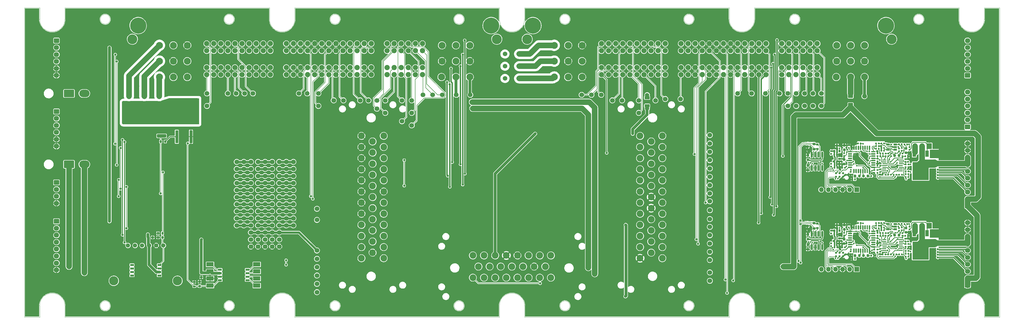
<source format=gtl>
G75*
G70*
%OFA0B0*%
%FSLAX25Y25*%
%IPPOS*%
%LPD*%
%AMOC8*
5,1,8,0,0,1.08239X$1,22.5*
%
%AMM19*
21,1,0.035430,0.030320,0.000000,-0.000000,90.000000*
21,1,0.028350,0.037400,0.000000,-0.000000,90.000000*
1,1,0.007090,0.015160,0.014170*
1,1,0.007090,0.015160,-0.014170*
1,1,0.007090,-0.015160,-0.014170*
1,1,0.007090,-0.015160,0.014170*
%
%AMM20*
21,1,0.033470,0.026770,0.000000,-0.000000,270.000000*
21,1,0.026770,0.033470,0.000000,-0.000000,270.000000*
1,1,0.006690,-0.013390,-0.013390*
1,1,0.006690,-0.013390,0.013390*
1,1,0.006690,0.013390,0.013390*
1,1,0.006690,0.013390,-0.013390*
%
%AMM21*
21,1,0.027560,0.030710,0.000000,-0.000000,90.000000*
21,1,0.022050,0.036220,0.000000,-0.000000,90.000000*
1,1,0.005510,0.015350,0.011020*
1,1,0.005510,0.015350,-0.011020*
1,1,0.005510,-0.015350,-0.011020*
1,1,0.005510,-0.015350,0.011020*
%
%ADD10C,0.01969*%
%ADD11C,0.03100*%
%ADD112M19*%
%ADD113M20*%
%ADD114M21*%
%ADD12C,0.01575*%
%ADD15C,0.06693*%
%ADD16C,0.07874*%
%ADD18R,0.06693X0.06693*%
%ADD19R,0.00984X0.11811*%
%ADD20R,0.03150X0.03543*%
%ADD21R,0.04331X0.18110*%
%ADD22C,0.01181*%
%ADD26R,0.00984X0.08858*%
%ADD27C,0.11811*%
%ADD28O,0.22323X0.00787*%
%ADD30O,0.01575X0.38583*%
%ADD32R,0.03543X0.03150*%
%ADD33O,0.01969X0.00984*%
%ADD34R,0.07500X0.07874*%
%ADD35C,0.02756*%
%ADD36R,0.04724X0.08661*%
%ADD37R,0.05709X0.01772*%
%ADD40C,0.02362*%
%ADD41C,0.06496*%
%ADD44R,0.00984X0.03740*%
%ADD45C,0.09744*%
%ADD47C,0.00800*%
%ADD48C,0.03937*%
%ADD49O,0.01968X0.00984*%
%ADD53R,0.04803X0.02559*%
%ADD55R,1.54528X0.00984*%
%ADD56O,0.07500X0.07874*%
%ADD57R,0.05315X0.02717*%
%ADD58C,0.13000*%
%ADD59O,0.07677X0.06693*%
%ADD60O,0.00984X0.01969*%
%ADD61C,0.13878*%
%ADD62R,0.10000X0.05984*%
%ADD63C,0.05906*%
%ADD66R,0.00984X0.12205*%
%ADD68O,0.14567X0.10630*%
%ADD69R,0.22835X0.25197*%
%ADD71C,0.09449*%
%ADD72R,0.00984X0.11614*%
%ADD74O,0.00984X0.01968*%
%ADD75O,0.00787X0.43701*%
%ADD77C,0.00984*%
%ADD79C,0.06000*%
%ADD80C,0.03150*%
%ADD82O,0.26772X0.00787*%
%ADD84R,0.42520X0.37008*%
%ADD85C,0.22736*%
%ADD87C,0.00197*%
%ADD88R,0.00984X0.05709*%
%ADD89O,0.06693X0.06693*%
%ADD90C,0.07382*%
%ADD94C,0.00787*%
%ADD99O,0.02362X0.08661*%
X0000000Y0000000D02*
%LPD*%
G01*
D87*
X0671260Y0016142D02*
X0671260Y0000000D01*
X0021654Y0422047D02*
X0021654Y0438189D01*
X1356299Y0000000D02*
X1377953Y0000000D01*
X0346457Y0016142D02*
X0346457Y0000000D01*
X1095472Y0016142D02*
G75*
G03*
X1095472Y0016142I-006890J0000000D01*
G01*
X0021654Y0000000D02*
X0000000Y0000000D01*
X0346457Y0422047D02*
X0346457Y0438189D01*
X0770669Y0016142D02*
G75*
G03*
X0770669Y0016142I-006890J0000000D01*
G01*
X0671260Y0438189D02*
X0381890Y0438189D01*
X1320866Y0438189D02*
X1031496Y0438189D01*
X1031496Y0016142D02*
X1031496Y0000000D01*
X0381890Y0000000D02*
X0671260Y0000000D01*
X1320866Y0016142D02*
G75*
G02*
X1356299Y0016142I0017717J0000000D01*
G01*
X0996063Y0438189D02*
X0706693Y0438189D01*
X0621063Y0422047D02*
G75*
G03*
X0621063Y0422047I-006890J0000000D01*
G01*
X1356299Y0438189D02*
X1377953Y0438189D01*
X0121063Y0016142D02*
G75*
G03*
X0121063Y0016142I-006890J0000000D01*
G01*
X0706693Y0422047D02*
X0706693Y0438189D01*
X0381890Y0422047D02*
X0381890Y0438189D01*
X1377953Y0000000D02*
X1377953Y0438189D01*
X1356299Y0422047D02*
X1356299Y0438189D01*
X0021654Y0438189D02*
X0000000Y0438189D01*
X1320866Y0016142D02*
X1320866Y0000000D01*
X0996063Y0016142D02*
G75*
G02*
X1031496Y0016142I0017717J0000000D01*
G01*
X0296260Y0422047D02*
G75*
G03*
X0296260Y0422047I-006890J0000000D01*
G01*
X0057087Y0000000D02*
X0346457Y0000000D01*
X0021654Y0016142D02*
X0021654Y0000000D01*
X0445866Y0016142D02*
G75*
G03*
X0445866Y0016142I-006890J0000000D01*
G01*
X0996063Y0422047D02*
G75*
G03*
X1031496Y0422047I0017717J0000000D01*
G01*
X0671260Y0422047D02*
G75*
G03*
X0706693Y0422047I0017717J0000000D01*
G01*
X0057087Y0016142D02*
G75*
G03*
X0021654Y0016142I-017717J0000000D01*
G01*
X0945866Y0422047D02*
G75*
G03*
X0945866Y0422047I-006890J0000000D01*
G01*
X1031496Y0000000D02*
X1320866Y0000000D01*
X1320866Y0422047D02*
X1320866Y0438189D01*
X0671260Y0422047D02*
X0671260Y0438189D01*
X0381890Y0016142D02*
X0381890Y0000000D01*
X0346457Y0438189D02*
X0057087Y0438189D01*
X1031496Y0422047D02*
X1031496Y0438189D01*
X0000000Y0438189D02*
X0000000Y0000000D01*
X1270669Y0016142D02*
G75*
G03*
X1270669Y0016142I-006890J0000000D01*
G01*
X1356299Y0016142D02*
X1356299Y0000000D01*
X0706693Y0016142D02*
X0706693Y0000000D01*
X0381890Y0422047D02*
G75*
G02*
X0346457Y0422047I-017717J0000000D01*
G01*
X0121063Y0422047D02*
G75*
G03*
X0121063Y0422047I-006890J0000000D01*
G01*
X0445866Y0422047D02*
G75*
G03*
X0445866Y0422047I-006890J0000000D01*
G01*
X0996063Y0016142D02*
X0996063Y0000000D01*
X1270669Y0422047D02*
G75*
G03*
X1270669Y0422047I-006890J0000000D01*
G01*
X1320866Y0422047D02*
G75*
G03*
X1356299Y0422047I0017717J0000000D01*
G01*
X0057087Y0422047D02*
G75*
G02*
X0021654Y0422047I-017717J0000000D01*
G01*
X0770669Y0422047D02*
G75*
G03*
X0770669Y0422047I-006890J0000000D01*
G01*
X0706693Y0016142D02*
G75*
G03*
X0671260Y0016142I-017717J0000000D01*
G01*
X0996063Y0422047D02*
X0996063Y0438189D01*
X0057087Y0422047D02*
X0057087Y0438189D01*
X0296260Y0016142D02*
G75*
G03*
X0296260Y0016142I-006890J0000000D01*
G01*
X1095472Y0422047D02*
G75*
G03*
X1095472Y0422047I-006890J0000000D01*
G01*
X0706693Y0000000D02*
X0996063Y0000000D01*
X0621063Y0016142D02*
G75*
G03*
X0621063Y0016142I-006890J0000000D01*
G01*
X0381890Y0016142D02*
G75*
G03*
X0346457Y0016142I-017717J0000000D01*
G01*
X0057087Y0016142D02*
X0057087Y0000000D01*
X0945866Y0016142D02*
G75*
G03*
X0945866Y0016142I-006890J0000000D01*
G01*
D21*
X0215295Y0255610D03*
D84*
X0225295Y0291634D03*
D21*
X0235295Y0255610D03*
D15*
X0927165Y0309055D03*
G36*
G01*
X0069291Y0311614D02*
X0056693Y0311614D01*
G75*
G02*
X0055709Y0312598I0000000J0000984D01*
G01*
X0055709Y0321260D01*
G75*
G02*
X0056693Y0322244I0000984J0000000D01*
G01*
X0069291Y0322244D01*
G75*
G02*
X0070276Y0321260I0000000J-000984D01*
G01*
X0070276Y0312598D01*
G75*
G02*
X0069291Y0311614I-000984J0000000D01*
G01*
G37*
D68*
X0084646Y0316929D03*
D15*
X0968504Y0092520D03*
X0547244Y0307087D03*
X0968504Y0222441D03*
X0968504Y0257874D03*
G36*
G01*
X1335531Y0266339D02*
X1329823Y0266339D01*
G75*
G02*
X1328839Y0267323I0000000J0000984D01*
G01*
X1328839Y0272047D01*
G75*
G02*
X1329823Y0273031I0000984J0000000D01*
G01*
X1335531Y0273031D01*
G75*
G02*
X1336516Y0272047I0000000J-000984D01*
G01*
X1336516Y0267323D01*
G75*
G02*
X1335531Y0266339I-000984J0000000D01*
G01*
G37*
D59*
X1332677Y0279528D03*
X1332677Y0289370D03*
X1332677Y0299213D03*
X1332677Y0309055D03*
X1332677Y0318898D03*
D18*
X1175984Y0180610D03*
D89*
X1165984Y0180610D03*
X1155984Y0180610D03*
X1145984Y0180610D03*
X1135984Y0180610D03*
X1125984Y0180610D03*
G36*
G01*
X0042421Y0194291D02*
X0048130Y0194291D01*
G75*
G02*
X0049114Y0193307I0000000J-000984D01*
G01*
X0049114Y0188583D01*
G75*
G02*
X0048130Y0187598I-000984J0000000D01*
G01*
X0042421Y0187598D01*
G75*
G02*
X0041437Y0188583I0000000J0000984D01*
G01*
X0041437Y0193307D01*
G75*
G02*
X0042421Y0194291I0000984J0000000D01*
G01*
G37*
D59*
X0045276Y0181102D03*
X0045276Y0171260D03*
X0045276Y0161417D03*
D15*
X0509843Y0307087D03*
X1090551Y0316929D03*
X0387795Y0316929D03*
G36*
G01*
X0241457Y0042259D02*
X0238386Y0042259D01*
G75*
G02*
X0238110Y0042534I0000000J0000276D01*
G01*
X0238110Y0044739D01*
G75*
G02*
X0238386Y0045015I0000276J0000000D01*
G01*
X0241457Y0045015D01*
G75*
G02*
X0241732Y0044739I0000000J-000276D01*
G01*
X0241732Y0042534D01*
G75*
G02*
X0241457Y0042259I-000276J0000000D01*
G01*
G37*
G36*
G01*
X0241457Y0048558D02*
X0238386Y0048558D01*
G75*
G02*
X0238110Y0048834I0000000J0000276D01*
G01*
X0238110Y0051038D01*
G75*
G02*
X0238386Y0051314I0000276J0000000D01*
G01*
X0241457Y0051314D01*
G75*
G02*
X0241732Y0051038I0000000J-000276D01*
G01*
X0241732Y0048834D01*
G75*
G02*
X0241457Y0048558I-000276J0000000D01*
G01*
G37*
G36*
G01*
X0042421Y0395079D02*
X0048130Y0395079D01*
G75*
G02*
X0049114Y0394094I0000000J-000984D01*
G01*
X0049114Y0389370D01*
G75*
G02*
X0048130Y0388386I-000984J0000000D01*
G01*
X0042421Y0388386D01*
G75*
G02*
X0041437Y0389370I0000000J0000984D01*
G01*
X0041437Y0394094D01*
G75*
G02*
X0042421Y0395079I0000984J0000000D01*
G01*
G37*
D59*
X0045276Y0381890D03*
X0045276Y0372047D03*
X0045276Y0362205D03*
X0045276Y0352362D03*
X0045276Y0342520D03*
D15*
X0905512Y0309055D03*
X0360000Y0180000D03*
X0360000Y0190000D03*
X0360000Y0200000D03*
X0360000Y0210000D03*
X0360000Y0220000D03*
X0370000Y0180000D03*
X0370000Y0190000D03*
X0370000Y0200000D03*
X0370000Y0210000D03*
X0370000Y0220000D03*
X0380000Y0180000D03*
X0380000Y0190000D03*
X0380000Y0200000D03*
X0380000Y0210000D03*
X0380000Y0220000D03*
X0330000Y0180000D03*
X0330000Y0190000D03*
X0330000Y0200000D03*
X0330000Y0210000D03*
X0330000Y0220000D03*
X0340000Y0180000D03*
X0340000Y0190000D03*
X0340000Y0200000D03*
X0340000Y0210000D03*
X0340000Y0220000D03*
X0350000Y0180000D03*
X0350000Y0190000D03*
X0350000Y0200000D03*
X0350000Y0210000D03*
X0350000Y0220000D03*
X0968504Y0175197D03*
X1102362Y0299213D03*
G36*
G01*
X0246220Y0051924D02*
X0248898Y0051924D01*
G75*
G02*
X0249232Y0051590I0000000J-000335D01*
G01*
X0249232Y0048912D01*
G75*
G02*
X0248898Y0048578I-000335J0000000D01*
G01*
X0246220Y0048578D01*
G75*
G02*
X0245886Y0048912I0000000J0000335D01*
G01*
X0245886Y0051590D01*
G75*
G02*
X0246220Y0051924I0000335J0000000D01*
G01*
G37*
G36*
G01*
X0246220Y0045704D02*
X0248898Y0045704D01*
G75*
G02*
X0249232Y0045369I0000000J-000335D01*
G01*
X0249232Y0042692D01*
G75*
G02*
X0248898Y0042357I-000335J0000000D01*
G01*
X0246220Y0042357D01*
G75*
G02*
X0245886Y0042692I0000000J0000335D01*
G01*
X0245886Y0045369D01*
G75*
G02*
X0246220Y0045704I0000335J0000000D01*
G01*
G37*
G36*
G01*
X0042421Y0139173D02*
X0048130Y0139173D01*
G75*
G02*
X0049114Y0138189I0000000J-000984D01*
G01*
X0049114Y0133465D01*
G75*
G02*
X0048130Y0132480I-000984J0000000D01*
G01*
X0042421Y0132480D01*
G75*
G02*
X0041437Y0133465I0000000J0000984D01*
G01*
X0041437Y0138189D01*
G75*
G02*
X0042421Y0139173I0000984J0000000D01*
G01*
G37*
D59*
X0045276Y0125984D03*
X0045276Y0116142D03*
X0045276Y0106299D03*
X0045276Y0096457D03*
X0045276Y0086614D03*
X0045276Y0076772D03*
X0045276Y0066929D03*
D75*
X1129751Y0226919D03*
D82*
X1116611Y0205266D03*
D30*
X1103766Y0224163D03*
D60*
X1103766Y0205955D03*
D28*
X1118973Y0248474D03*
D33*
X1103963Y0246703D03*
X1103963Y0244734D03*
D40*
X1108097Y0218947D03*
X1110164Y0222392D03*
X1113117Y0217766D03*
X1127093Y0218061D03*
D15*
X0968504Y0116142D03*
G36*
G01*
X0182876Y0114370D02*
X0182876Y0111693D01*
G75*
G02*
X0182541Y0111358I-000335J0000000D01*
G01*
X0179864Y0111358D01*
G75*
G02*
X0179530Y0111693I0000000J0000335D01*
G01*
X0179530Y0114370D01*
G75*
G02*
X0179864Y0114705I0000335J0000000D01*
G01*
X0182541Y0114705D01*
G75*
G02*
X0182876Y0114370I0000000J-000335D01*
G01*
G37*
G36*
G01*
X0176656Y0114370D02*
X0176656Y0111693D01*
G75*
G02*
X0176321Y0111358I-000335J0000000D01*
G01*
X0173644Y0111358D01*
G75*
G02*
X0173309Y0111693I0000000J0000335D01*
G01*
X0173309Y0114370D01*
G75*
G02*
X0173644Y0114705I0000335J0000000D01*
G01*
X0176321Y0114705D01*
G75*
G02*
X0176656Y0114370I0000000J-000335D01*
G01*
G37*
X0399606Y0316929D03*
G36*
G01*
X0200295Y0250354D02*
X0200295Y0247283D01*
G75*
G02*
X0200020Y0247008I-000276J0000000D01*
G01*
X0197815Y0247008D01*
G75*
G02*
X0197539Y0247283I0000000J0000276D01*
G01*
X0197539Y0250354D01*
G75*
G02*
X0197815Y0250630I0000276J0000000D01*
G01*
X0200020Y0250630D01*
G75*
G02*
X0200295Y0250354I0000000J-000276D01*
G01*
G37*
G36*
G01*
X0193996Y0250354D02*
X0193996Y0247283D01*
G75*
G02*
X0193720Y0247008I-000276J0000000D01*
G01*
X0191516Y0247008D01*
G75*
G02*
X0191240Y0247283I0000000J0000276D01*
G01*
X0191240Y0250354D01*
G75*
G02*
X0191516Y0250630I0000276J0000000D01*
G01*
X0193720Y0250630D01*
G75*
G02*
X0193996Y0250354I0000000J-000276D01*
G01*
G37*
D41*
X0169291Y0312992D03*
X0169291Y0292992D03*
D15*
X0868110Y0289370D03*
X0486220Y0307087D03*
X0576772Y0314961D03*
X0360000Y0130000D03*
X0360000Y0140000D03*
X0360000Y0150000D03*
X0360000Y0160000D03*
X0360000Y0170000D03*
X0370000Y0130000D03*
X0370000Y0140000D03*
X0370000Y0150000D03*
X0370000Y0160000D03*
X0370000Y0170000D03*
X0380000Y0130000D03*
X0380000Y0140000D03*
X0380000Y0150000D03*
X0380000Y0160000D03*
X0380000Y0170000D03*
G36*
G01*
X0187089Y0111693D02*
X0187089Y0114370D01*
G75*
G02*
X0187423Y0114705I0000335J0000000D01*
G01*
X0190100Y0114705D01*
G75*
G02*
X0190435Y0114370I0000000J-000335D01*
G01*
X0190435Y0111693D01*
G75*
G02*
X0190100Y0111358I-000335J0000000D01*
G01*
X0187423Y0111358D01*
G75*
G02*
X0187089Y0111693I0000000J0000335D01*
G01*
G37*
G36*
G01*
X0193309Y0111693D02*
X0193309Y0114370D01*
G75*
G02*
X0193644Y0114705I0000335J0000000D01*
G01*
X0196321Y0114705D01*
G75*
G02*
X0196656Y0114370I0000000J-000335D01*
G01*
X0196656Y0111693D01*
G75*
G02*
X0196321Y0111358I-000335J0000000D01*
G01*
X0193644Y0111358D01*
G75*
G02*
X0193309Y0111693I0000000J0000335D01*
G01*
G37*
X0322835Y0316929D03*
X0300000Y0180000D03*
X0300000Y0190000D03*
X0300000Y0200000D03*
X0300000Y0210000D03*
X0300000Y0220000D03*
X0310000Y0180000D03*
X0310000Y0190000D03*
X0310000Y0200000D03*
X0310000Y0210000D03*
X0310000Y0220000D03*
X0320000Y0180000D03*
X0320000Y0190000D03*
X0320000Y0200000D03*
X0320000Y0210000D03*
X0320000Y0220000D03*
X0413386Y0094488D03*
X0801181Y0314961D03*
X0415354Y0316929D03*
X0413386Y0059055D03*
X0968504Y0246063D03*
X0498031Y0307087D03*
X0868110Y0307087D03*
X0968504Y0187008D03*
X0474409Y0307087D03*
X0968504Y0164173D03*
X1125984Y0299213D03*
X0547244Y0271654D03*
X0844488Y0307087D03*
X0610236Y0314961D03*
D41*
X0190551Y0312992D03*
X0190551Y0292992D03*
D62*
X0262276Y0074838D03*
D57*
X0276276Y0067357D03*
D62*
X0262276Y0064838D03*
D57*
X0276276Y0062357D03*
X0276276Y0057357D03*
D62*
X0262276Y0054838D03*
X0262276Y0044838D03*
D57*
X0276276Y0052357D03*
X0315026Y0052357D03*
D62*
X0328276Y0044838D03*
X0328276Y0054838D03*
D57*
X0315026Y0057357D03*
X0315026Y0062357D03*
D62*
X0328276Y0064838D03*
D57*
X0315026Y0067357D03*
D62*
X0328276Y0074838D03*
G36*
G01*
X1335531Y0041929D02*
X1329823Y0041929D01*
G75*
G02*
X1328839Y0042913I0000000J0000984D01*
G01*
X1328839Y0047638D01*
G75*
G02*
X1329823Y0048622I0000984J0000000D01*
G01*
X1335531Y0048622D01*
G75*
G02*
X1336516Y0047638I0000000J-000984D01*
G01*
X1336516Y0042913D01*
G75*
G02*
X1335531Y0041929I-000984J0000000D01*
G01*
G37*
D59*
X1332677Y0055118D03*
X1332677Y0064961D03*
X1332677Y0074803D03*
X1332677Y0084646D03*
X1332677Y0094488D03*
X1332677Y0104331D03*
X1332677Y0114173D03*
X1332677Y0124016D03*
X1332677Y0133858D03*
D15*
X0968504Y0234252D03*
X0968504Y0051575D03*
X1047244Y0316929D03*
D41*
X0698976Y0372835D03*
X0678976Y0372835D03*
D15*
X0968504Y0127953D03*
D45*
X0629331Y0385098D03*
X0609646Y0385098D03*
X0589961Y0385098D03*
X0629331Y0362657D03*
X0609646Y0362657D03*
X0589961Y0362657D03*
X0629331Y0340217D03*
X0609646Y0340217D03*
X0589331Y0340217D03*
D90*
X0562402Y0387461D03*
X0552402Y0387461D03*
X0542402Y0387461D03*
X0532402Y0387461D03*
X0522402Y0387461D03*
X0512402Y0387461D03*
X0562402Y0377461D03*
X0552402Y0377461D03*
X0542402Y0377461D03*
X0532402Y0377461D03*
X0522402Y0377461D03*
X0512402Y0377461D03*
X0562402Y0353642D03*
X0552402Y0353642D03*
X0542402Y0353642D03*
X0532402Y0353642D03*
X0522402Y0353642D03*
X0512402Y0353642D03*
X0562402Y0343642D03*
X0552402Y0343642D03*
X0542402Y0343642D03*
X0532402Y0343642D03*
X0522402Y0343642D03*
X0512402Y0343642D03*
X0489961Y0387461D03*
X0479961Y0387461D03*
X0469961Y0387461D03*
X0459961Y0387461D03*
X0449961Y0387461D03*
X0439961Y0387461D03*
X0429961Y0387461D03*
X0419961Y0387461D03*
X0409961Y0387461D03*
X0399961Y0387461D03*
X0389961Y0387461D03*
X0379961Y0387461D03*
X0369961Y0387461D03*
X0489961Y0377461D03*
X0479961Y0377461D03*
X0469961Y0377461D03*
X0459961Y0377461D03*
X0449961Y0377461D03*
X0439961Y0377461D03*
X0429961Y0377461D03*
X0419961Y0377461D03*
X0409961Y0377461D03*
X0399961Y0377461D03*
X0389961Y0377461D03*
X0379961Y0377461D03*
X0369961Y0377461D03*
X0489961Y0353642D03*
X0479961Y0353642D03*
X0469961Y0353642D03*
X0459961Y0353642D03*
X0449961Y0353642D03*
X0439961Y0353642D03*
X0429961Y0353642D03*
X0419961Y0353642D03*
X0409961Y0353642D03*
X0399961Y0353642D03*
X0389961Y0353642D03*
X0379961Y0353642D03*
X0369961Y0353642D03*
X0489961Y0343642D03*
X0479961Y0343642D03*
X0469961Y0343642D03*
X0459961Y0343642D03*
X0449961Y0343642D03*
X0439961Y0343642D03*
X0429961Y0343642D03*
X0419961Y0343642D03*
X0409961Y0343642D03*
X0399961Y0343642D03*
X0389961Y0343642D03*
X0379961Y0343642D03*
X0369961Y0343642D03*
X0347441Y0387461D03*
X0337441Y0387461D03*
X0327441Y0387461D03*
X0317441Y0387461D03*
X0307441Y0387461D03*
X0297441Y0387461D03*
X0287441Y0387461D03*
X0277441Y0387461D03*
X0267441Y0387461D03*
X0257441Y0387461D03*
X0347441Y0377461D03*
X0337441Y0377461D03*
X0327441Y0377461D03*
X0317441Y0377461D03*
X0307441Y0377461D03*
X0297441Y0377461D03*
X0287441Y0377461D03*
X0277441Y0377461D03*
X0267441Y0377461D03*
X0257441Y0377461D03*
X0347441Y0353642D03*
X0337441Y0353642D03*
X0327441Y0353642D03*
X0317441Y0353642D03*
X0307441Y0353642D03*
X0297441Y0353642D03*
X0287441Y0353642D03*
X0277441Y0353642D03*
X0267441Y0353642D03*
X0257441Y0353642D03*
X0347441Y0343642D03*
X0337441Y0343642D03*
X0327441Y0343642D03*
X0317441Y0343642D03*
X0307441Y0343642D03*
X0297441Y0343642D03*
X0287441Y0343642D03*
X0277441Y0343642D03*
X0267441Y0343642D03*
X0257441Y0343642D03*
D45*
X0230118Y0385098D03*
X0210433Y0385098D03*
X0190748Y0385098D03*
X0230118Y0362657D03*
X0210433Y0362657D03*
X0190748Y0362657D03*
X0230118Y0340217D03*
X0210433Y0340217D03*
X0190748Y0340217D03*
D61*
X0667520Y0393760D03*
X0152559Y0393760D03*
D85*
X0659449Y0413051D03*
X0160630Y0413051D03*
D15*
X0968504Y0104331D03*
X0415354Y0299213D03*
D18*
X1175984Y0067913D03*
D89*
X1165984Y0067913D03*
X1155984Y0067913D03*
X1145984Y0067913D03*
X1135984Y0067913D03*
X1125984Y0067913D03*
D15*
X0413386Y0070866D03*
X1125984Y0316929D03*
D41*
X0147638Y0312992D03*
X0147638Y0292992D03*
D15*
X1027559Y0316929D03*
X0968504Y0063386D03*
X1066929Y0316929D03*
G36*
G01*
X0199409Y0254429D02*
X0188189Y0254429D01*
G75*
G02*
X0187205Y0255413I0000000J0000984D01*
G01*
X0187205Y0258268D01*
G75*
G02*
X0188189Y0259252I0000984J0000000D01*
G01*
X0199409Y0259252D01*
G75*
G02*
X0200394Y0258268I0000000J-000984D01*
G01*
X0200394Y0255413D01*
G75*
G02*
X0199409Y0254429I-000984J0000000D01*
G01*
G37*
G36*
G01*
X0199409Y0277756D02*
X0188189Y0277756D01*
G75*
G02*
X0187205Y0278740I0000000J0000984D01*
G01*
X0187205Y0281594D01*
G75*
G02*
X0188189Y0282579I0000984J0000000D01*
G01*
X0199409Y0282579D01*
G75*
G02*
X0200394Y0281594I0000000J-000984D01*
G01*
X0200394Y0278740D01*
G75*
G02*
X0199409Y0277756I-000984J0000000D01*
G01*
G37*
X0450787Y0307087D03*
D30*
X1103766Y0111959D03*
D75*
X1129751Y0114715D03*
D60*
X1103766Y0093750D03*
D82*
X1116611Y0093061D03*
D28*
X1118973Y0136270D03*
D33*
X1103963Y0134498D03*
X1103963Y0132530D03*
D40*
X1108097Y0106742D03*
X1110164Y0110187D03*
X1113117Y0105561D03*
X1127093Y0105856D03*
G36*
G01*
X0069291Y0211220D02*
X0056693Y0211220D01*
G75*
G02*
X0055709Y0212205I0000000J0000984D01*
G01*
X0055709Y0220866D01*
G75*
G02*
X0056693Y0221850I0000984J0000000D01*
G01*
X0069291Y0221850D01*
G75*
G02*
X0070276Y0220866I0000000J-000984D01*
G01*
X0070276Y0212205D01*
G75*
G02*
X0069291Y0211220I-000984J0000000D01*
G01*
G37*
D68*
X0084646Y0216535D03*
D15*
X0498031Y0295276D03*
X0509843Y0289370D03*
X1114173Y0316929D03*
X0547244Y0289370D03*
D79*
X0879921Y0314764D03*
G36*
G01*
X0876378Y0309469D02*
X0876378Y0312185D01*
G75*
G02*
X0877283Y0313091I0000906J0000000D01*
G01*
X0882559Y0313091D01*
G75*
G02*
X0883465Y0312185I0000000J-000906D01*
G01*
X0883465Y0309469D01*
G75*
G02*
X0882559Y0308563I-000906J0000000D01*
G01*
X0877283Y0308563D01*
G75*
G02*
X0876378Y0309469I0000000J0000906D01*
G01*
G37*
X0879921Y0295472D03*
G36*
G01*
X0876378Y0298051D02*
X0876378Y0300768D01*
G75*
G02*
X0877283Y0301673I0000906J0000000D01*
G01*
X0882559Y0301673D01*
G75*
G02*
X0883465Y0300768I0000000J-000906D01*
G01*
X0883465Y0298051D01*
G75*
G02*
X0882559Y0297146I-000906J0000000D01*
G01*
X0877283Y0297146D01*
G75*
G02*
X0876378Y0298051I0000000J0000906D01*
G01*
G37*
D15*
X0299213Y0316929D03*
X0413386Y0035433D03*
G36*
G01*
X1335531Y0339173D02*
X1329823Y0339173D01*
G75*
G02*
X1328839Y0340157I0000000J0000984D01*
G01*
X1328839Y0344882D01*
G75*
G02*
X1329823Y0345866I0000984J0000000D01*
G01*
X1335531Y0345866D01*
G75*
G02*
X1336516Y0344882I0000000J-000984D01*
G01*
X1336516Y0340157D01*
G75*
G02*
X1335531Y0339173I-000984J0000000D01*
G01*
G37*
D59*
X1332677Y0352362D03*
X1332677Y0362205D03*
X1332677Y0372047D03*
X1332677Y0381890D03*
X1332677Y0391732D03*
D15*
X0437008Y0307087D03*
D35*
X1290354Y0197244D03*
X1290354Y0201181D03*
X1290354Y0205118D03*
X1290354Y0209055D03*
D27*
X1285433Y0217520D03*
D19*
X1291831Y0231299D03*
D26*
X1138287Y0224311D03*
D55*
X1215059Y0191437D03*
D44*
X1291831Y0192815D03*
D88*
X1138287Y0193799D03*
D66*
X1138287Y0243898D03*
D72*
X1291831Y0244193D03*
D55*
X1215059Y0249508D03*
G36*
G01*
X1176181Y0242323D02*
X1176181Y0237402D01*
G75*
G02*
X1175689Y0236909I-000492J0000000D01*
G01*
X1174705Y0236909D01*
G75*
G02*
X1174213Y0237402I0000000J0000492D01*
G01*
X1174213Y0242323D01*
G75*
G02*
X1174705Y0242815I0000492J0000000D01*
G01*
X1175689Y0242815D01*
G75*
G02*
X1176181Y0242323I0000000J-000492D01*
G01*
G37*
G36*
G01*
X1169587Y0231791D02*
X1169587Y0230807D01*
G75*
G02*
X1169094Y0230315I-000492J0000000D01*
G01*
X1164173Y0230315D01*
G75*
G02*
X1163681Y0230807I0000000J0000492D01*
G01*
X1163681Y0231791D01*
G75*
G02*
X1164173Y0232283I0000492J0000000D01*
G01*
X1169094Y0232283D01*
G75*
G02*
X1169587Y0231791I0000000J-000492D01*
G01*
G37*
G36*
G01*
X1173031Y0242323D02*
X1173031Y0237402D01*
G75*
G02*
X1172539Y0236909I-000492J0000000D01*
G01*
X1171555Y0236909D01*
G75*
G02*
X1171063Y0237402I0000000J0000492D01*
G01*
X1171063Y0242323D01*
G75*
G02*
X1171555Y0242815I0000492J0000000D01*
G01*
X1172539Y0242815D01*
G75*
G02*
X1173031Y0242323I0000000J-000492D01*
G01*
G37*
G36*
G01*
X1171752Y0232283D02*
X1172736Y0232283D01*
G75*
G02*
X1173228Y0231791I0000000J-000492D01*
G01*
X1173228Y0230807D01*
G75*
G02*
X1172736Y0230315I-000492J0000000D01*
G01*
X1171752Y0230315D01*
G75*
G02*
X1171260Y0230807I0000000J0000492D01*
G01*
X1171260Y0231791D01*
G75*
G02*
X1171752Y0232283I0000492J0000000D01*
G01*
G37*
G36*
G01*
X1176181Y0234941D02*
X1176181Y0233957D01*
G75*
G02*
X1175689Y0233465I-000492J0000000D01*
G01*
X1174705Y0233465D01*
G75*
G02*
X1174213Y0233957I0000000J0000492D01*
G01*
X1174213Y0234941D01*
G75*
G02*
X1174705Y0235433I0000492J0000000D01*
G01*
X1175689Y0235433D01*
G75*
G02*
X1176181Y0234941I0000000J-000492D01*
G01*
G37*
G36*
G01*
X1169587Y0234941D02*
X1169587Y0233957D01*
G75*
G02*
X1169094Y0233465I-000492J0000000D01*
G01*
X1164173Y0233465D01*
G75*
G02*
X1163681Y0233957I0000000J0000492D01*
G01*
X1163681Y0234941D01*
G75*
G02*
X1164173Y0235433I0000492J0000000D01*
G01*
X1169094Y0235433D01*
G75*
G02*
X1169587Y0234941I0000000J-000492D01*
G01*
G37*
D35*
X1139764Y0235236D03*
X1139764Y0231299D03*
X1139764Y0217323D03*
X1139764Y0213386D03*
G36*
G01*
X1138189Y0210433D02*
X1138189Y0210433D01*
G75*
G02*
X1138681Y0210925I0000492J0000000D01*
G01*
X1139665Y0210925D01*
G75*
G02*
X1140157Y0210433I0000000J-000492D01*
G01*
X1140157Y0210433D01*
G75*
G02*
X1139665Y0209941I-000492J0000000D01*
G01*
X1138681Y0209941D01*
G75*
G02*
X1138189Y0210433I0000000J0000492D01*
G01*
G37*
G36*
G01*
X1138189Y0208465D02*
X1138189Y0208465D01*
G75*
G02*
X1138681Y0208957I0000492J0000000D01*
G01*
X1139665Y0208957D01*
G75*
G02*
X1140157Y0208465I0000000J-000492D01*
G01*
X1140157Y0208465D01*
G75*
G02*
X1139665Y0207972I-000492J0000000D01*
G01*
X1138681Y0207972D01*
G75*
G02*
X1138189Y0208465I0000000J0000492D01*
G01*
G37*
G36*
G01*
X1138189Y0206496D02*
X1138189Y0206496D01*
G75*
G02*
X1138681Y0206988I0000492J0000000D01*
G01*
X1139665Y0206988D01*
G75*
G02*
X1140157Y0206496I0000000J-000492D01*
G01*
X1140157Y0206496D01*
G75*
G02*
X1139665Y0206004I-000492J0000000D01*
G01*
X1138681Y0206004D01*
G75*
G02*
X1138189Y0206496I0000000J0000492D01*
G01*
G37*
G36*
G01*
X1138189Y0198228D02*
X1138189Y0198228D01*
G75*
G02*
X1138681Y0198720I0000492J0000000D01*
G01*
X1139665Y0198720D01*
G75*
G02*
X1140157Y0198228I0000000J-000492D01*
G01*
X1140157Y0198228D01*
G75*
G02*
X1139665Y0197736I-000492J0000000D01*
G01*
X1138681Y0197736D01*
G75*
G02*
X1138189Y0198228I0000000J0000492D01*
G01*
G37*
D15*
X0787402Y0314961D03*
D71*
X0901378Y0083563D03*
X0901378Y0099311D03*
X0901378Y0115059D03*
X0901378Y0130807D03*
X0901378Y0146555D03*
X0901378Y0162303D03*
X0901378Y0178051D03*
X0901378Y0193799D03*
X0901378Y0209547D03*
X0901378Y0225295D03*
X0901378Y0241043D03*
X0901378Y0256791D03*
X0885630Y0091437D03*
X0885630Y0107185D03*
X0885630Y0122933D03*
X0885630Y0138681D03*
X0885630Y0154429D03*
X0885630Y0170177D03*
X0885630Y0185925D03*
X0885630Y0201673D03*
X0885630Y0217421D03*
X0885630Y0233169D03*
X0885630Y0248917D03*
X0869882Y0083563D03*
X0869882Y0099311D03*
X0869882Y0115059D03*
X0869882Y0130807D03*
X0869882Y0146555D03*
X0869882Y0162303D03*
X0869882Y0178051D03*
X0869882Y0193799D03*
X0869882Y0209547D03*
X0869882Y0225295D03*
X0869882Y0241043D03*
X0869882Y0256791D03*
X0633661Y0056004D03*
X0649409Y0056004D03*
X0665157Y0056004D03*
X0680906Y0056004D03*
X0696654Y0056004D03*
X0712402Y0056004D03*
X0728150Y0056004D03*
X0743898Y0056004D03*
X0641535Y0071752D03*
X0657283Y0071752D03*
X0673032Y0071752D03*
X0688780Y0071752D03*
X0704528Y0071752D03*
X0720276Y0071752D03*
X0736024Y0071752D03*
X0633661Y0087500D03*
X0649409Y0087500D03*
X0665157Y0087500D03*
X0680906Y0087500D03*
X0696654Y0087500D03*
X0712402Y0087500D03*
X0728150Y0087500D03*
X0743898Y0087500D03*
X0476181Y0256791D03*
X0476181Y0241043D03*
X0476181Y0225295D03*
X0476181Y0209547D03*
X0476181Y0193799D03*
X0476181Y0178051D03*
X0476181Y0162303D03*
X0476181Y0146555D03*
X0476181Y0130807D03*
X0476181Y0115059D03*
X0476181Y0099311D03*
X0476181Y0083563D03*
X0491929Y0248917D03*
X0491929Y0233169D03*
X0491929Y0217421D03*
X0491929Y0201673D03*
X0491929Y0185925D03*
X0491929Y0170177D03*
X0491929Y0154429D03*
X0491929Y0138681D03*
X0491929Y0122933D03*
X0491929Y0107185D03*
X0491929Y0091437D03*
X0507677Y0256791D03*
X0507677Y0241043D03*
X0507677Y0225295D03*
X0507677Y0209547D03*
X0507677Y0193799D03*
X0507677Y0178051D03*
X0507677Y0162303D03*
X0507677Y0146555D03*
X0507677Y0130807D03*
X0507677Y0115059D03*
X0507677Y0099311D03*
X0507677Y0083563D03*
D15*
X0533465Y0307087D03*
X0360000Y0100000D03*
X0350000Y0100000D03*
X0340000Y0100000D03*
X0330000Y0100000D03*
X0320000Y0100000D03*
X0360000Y0110000D03*
X0350000Y0110000D03*
X0340000Y0110000D03*
X0330000Y0110000D03*
X0320000Y0110000D03*
X0360000Y0120000D03*
X0350000Y0120000D03*
X0340000Y0120000D03*
X0330000Y0120000D03*
X0320000Y0120000D03*
G36*
G01*
X0042421Y0294685D02*
X0048130Y0294685D01*
G75*
G02*
X0049114Y0293701I0000000J-000984D01*
G01*
X0049114Y0288976D01*
G75*
G02*
X0048130Y0287992I-000984J0000000D01*
G01*
X0042421Y0287992D01*
G75*
G02*
X0041437Y0288976I0000000J0000984D01*
G01*
X0041437Y0293701D01*
G75*
G02*
X0042421Y0294685I0000984J0000000D01*
G01*
G37*
D59*
X0045276Y0281496D03*
X0045276Y0271654D03*
X0045276Y0261811D03*
X0045276Y0251969D03*
X0045276Y0242126D03*
G36*
G01*
X1335531Y0154134D02*
X1329823Y0154134D01*
G75*
G02*
X1328839Y0155118I0000000J0000984D01*
G01*
X1328839Y0159843D01*
G75*
G02*
X1329823Y0160827I0000984J0000000D01*
G01*
X1335531Y0160827D01*
G75*
G02*
X1336516Y0159843I0000000J-000984D01*
G01*
X1336516Y0155118D01*
G75*
G02*
X1335531Y0154134I-000984J0000000D01*
G01*
G37*
X1332677Y0167323D03*
X1332677Y0177165D03*
X1332677Y0187008D03*
X1332677Y0196850D03*
X1332677Y0206693D03*
X1332677Y0216535D03*
X1332677Y0226378D03*
X1332677Y0236220D03*
X1332677Y0246063D03*
D79*
X1167323Y0316732D03*
G36*
G01*
X1163780Y0311437D02*
X1163780Y0314154D01*
G75*
G02*
X1164685Y0315059I0000906J0000000D01*
G01*
X1169961Y0315059D01*
G75*
G02*
X1170866Y0314154I0000000J-000906D01*
G01*
X1170866Y0311437D01*
G75*
G02*
X1169961Y0310532I-000906J0000000D01*
G01*
X1164685Y0310532D01*
G75*
G02*
X1163780Y0311437I0000000J0000906D01*
G01*
G37*
G36*
G01*
X1163780Y0300020D02*
X1163780Y0302736D01*
G75*
G02*
X1164685Y0303642I0000906J0000000D01*
G01*
X1169961Y0303642D01*
G75*
G02*
X1170866Y0302736I0000000J-000906D01*
G01*
X1170866Y0300020D01*
G75*
G02*
X1169961Y0299114I-000906J0000000D01*
G01*
X1164685Y0299114D01*
G75*
G02*
X1163780Y0300020I0000000J0000906D01*
G01*
G37*
X1167323Y0297441D03*
D15*
X0413386Y0153543D03*
G36*
G01*
X0196400Y0120472D02*
X0196400Y0117402D01*
G75*
G02*
X0196124Y0117126I-000276J0000000D01*
G01*
X0193919Y0117126D01*
G75*
G02*
X0193644Y0117402I0000000J0000276D01*
G01*
X0193644Y0120472D01*
G75*
G02*
X0193919Y0120748I0000276J0000000D01*
G01*
X0196124Y0120748D01*
G75*
G02*
X0196400Y0120472I0000000J-000276D01*
G01*
G37*
G36*
G01*
X0190100Y0120472D02*
X0190100Y0117402D01*
G75*
G02*
X0189825Y0117126I-000276J0000000D01*
G01*
X0187620Y0117126D01*
G75*
G02*
X0187344Y0117402I0000000J0000276D01*
G01*
X0187344Y0120472D01*
G75*
G02*
X0187620Y0120748I0000276J0000000D01*
G01*
X0189825Y0120748D01*
G75*
G02*
X0190100Y0120472I0000000J-000276D01*
G01*
G37*
X0891732Y0307087D03*
X0413386Y0137795D03*
X1007874Y0316929D03*
X0968504Y0138976D03*
X1078740Y0299213D03*
D41*
X0698976Y0338189D03*
X0678976Y0338189D03*
D15*
X0257874Y0316929D03*
X0413386Y0082677D03*
G36*
G01*
X0251260Y0054956D02*
X0248583Y0054956D01*
G75*
G02*
X0248248Y0055290I0000000J0000335D01*
G01*
X0248248Y0057968D01*
G75*
G02*
X0248583Y0058302I0000335J0000000D01*
G01*
X0251260Y0058302D01*
G75*
G02*
X0251594Y0057968I0000000J-000335D01*
G01*
X0251594Y0055290D01*
G75*
G02*
X0251260Y0054956I-000335J0000000D01*
G01*
G37*
G36*
G01*
X0251260Y0061176D02*
X0248583Y0061176D01*
G75*
G02*
X0248248Y0061511I0000000J0000335D01*
G01*
X0248248Y0064188D01*
G75*
G02*
X0248583Y0064523I0000335J0000000D01*
G01*
X0251260Y0064523D01*
G75*
G02*
X0251594Y0064188I0000000J-000335D01*
G01*
X0251594Y0061511D01*
G75*
G02*
X0251260Y0061176I-000335J0000000D01*
G01*
G37*
D41*
X0698976Y0355512D03*
X0678976Y0355512D03*
D15*
X0300000Y0130000D03*
X0300000Y0140000D03*
X0300000Y0150000D03*
X0300000Y0160000D03*
X0300000Y0170000D03*
X0310000Y0130000D03*
X0310000Y0140000D03*
X0310000Y0150000D03*
X0310000Y0160000D03*
X0310000Y0170000D03*
X0320000Y0130000D03*
X0320000Y0140000D03*
X0320000Y0150000D03*
X0320000Y0160000D03*
X0320000Y0170000D03*
X1078740Y0316929D03*
X1102362Y0316929D03*
X0968504Y0081102D03*
X0968504Y0151575D03*
D58*
X0126260Y0051577D03*
X0216260Y0051577D03*
D57*
X0151969Y0063978D03*
X0151969Y0068978D03*
X0151969Y0058978D03*
X0190719Y0058978D03*
X0151969Y0073978D03*
D79*
X0196260Y0101577D03*
D57*
X0190719Y0073978D03*
X0190719Y0068978D03*
D79*
X0186260Y0101577D03*
D57*
X0190719Y0063978D03*
D79*
X0176260Y0101577D03*
X0166260Y0101577D03*
X0156260Y0101577D03*
X0146260Y0101577D03*
D15*
X0968504Y0210630D03*
D45*
X1187205Y0385098D03*
X1167520Y0385098D03*
X1147835Y0385098D03*
X1187205Y0362657D03*
X1167520Y0362657D03*
X1147835Y0362657D03*
X1187205Y0340217D03*
X1167520Y0340217D03*
X1147205Y0340217D03*
D90*
X1120276Y0387461D03*
X1110276Y0387461D03*
X1100276Y0387461D03*
X1090276Y0387461D03*
X1080276Y0387461D03*
X1070276Y0387461D03*
X1120276Y0377461D03*
X1110276Y0377461D03*
X1100276Y0377461D03*
X1090276Y0377461D03*
X1080276Y0377461D03*
X1070276Y0377461D03*
X1120276Y0353642D03*
X1110276Y0353642D03*
X1100276Y0353642D03*
X1090276Y0353642D03*
X1080276Y0353642D03*
X1070276Y0353642D03*
X1120276Y0343642D03*
X1110276Y0343642D03*
X1100276Y0343642D03*
X1090276Y0343642D03*
X1080276Y0343642D03*
X1070276Y0343642D03*
X1047835Y0387461D03*
X1037835Y0387461D03*
X1027835Y0387461D03*
X1017835Y0387461D03*
X1007835Y0387461D03*
X0997835Y0387461D03*
X0987835Y0387461D03*
X0977835Y0387461D03*
X0967835Y0387461D03*
X0957835Y0387461D03*
X0947835Y0387461D03*
X0937835Y0387461D03*
X0927835Y0387461D03*
X1047835Y0377461D03*
X1037835Y0377461D03*
X1027835Y0377461D03*
X1017835Y0377461D03*
X1007835Y0377461D03*
X0997835Y0377461D03*
X0987835Y0377461D03*
X0977835Y0377461D03*
X0967835Y0377461D03*
X0957835Y0377461D03*
X0947835Y0377461D03*
X0937835Y0377461D03*
X0927835Y0377461D03*
X1047835Y0353642D03*
X1037835Y0353642D03*
X1027835Y0353642D03*
X1017835Y0353642D03*
X1007835Y0353642D03*
X0997835Y0353642D03*
X0987835Y0353642D03*
X0977835Y0353642D03*
X0967835Y0353642D03*
X0957835Y0353642D03*
X0947835Y0353642D03*
X0937835Y0353642D03*
X0927835Y0353642D03*
X1047835Y0343642D03*
X1037835Y0343642D03*
X1027835Y0343642D03*
X1017835Y0343642D03*
X1007835Y0343642D03*
X0997835Y0343642D03*
X0987835Y0343642D03*
X0977835Y0343642D03*
X0967835Y0343642D03*
X0957835Y0343642D03*
X0947835Y0343642D03*
X0937835Y0343642D03*
X0927835Y0343642D03*
X0905315Y0387461D03*
X0895315Y0387461D03*
X0885315Y0387461D03*
X0875315Y0387461D03*
X0865315Y0387461D03*
X0855315Y0387461D03*
X0845315Y0387461D03*
X0835315Y0387461D03*
X0825315Y0387461D03*
X0815315Y0387461D03*
X0905315Y0377461D03*
X0895315Y0377461D03*
X0885315Y0377461D03*
X0875315Y0377461D03*
X0865315Y0377461D03*
X0855315Y0377461D03*
X0845315Y0377461D03*
X0835315Y0377461D03*
X0825315Y0377461D03*
X0815315Y0377461D03*
X0905315Y0353642D03*
X0895315Y0353642D03*
X0885315Y0353642D03*
X0875315Y0353642D03*
X0865315Y0353642D03*
X0855315Y0353642D03*
X0845315Y0353642D03*
X0835315Y0353642D03*
X0825315Y0353642D03*
X0815315Y0353642D03*
X0905315Y0343642D03*
X0895315Y0343642D03*
X0885315Y0343642D03*
X0875315Y0343642D03*
X0865315Y0343642D03*
X0855315Y0343642D03*
X0845315Y0343642D03*
X0835315Y0343642D03*
X0825315Y0343642D03*
X0815315Y0343642D03*
D45*
X0787992Y0385098D03*
X0768307Y0385098D03*
X0748622Y0385098D03*
X0787992Y0362657D03*
X0768307Y0362657D03*
X0748622Y0362657D03*
X0787992Y0340217D03*
X0768307Y0340217D03*
X0748622Y0340217D03*
D61*
X1225394Y0393760D03*
X0710433Y0393760D03*
D85*
X1217323Y0413051D03*
X0718504Y0413051D03*
D15*
X0814961Y0314961D03*
X0562992Y0314961D03*
X0311024Y0316929D03*
X1090551Y0299213D03*
X0830709Y0307087D03*
D35*
X1290354Y0084547D03*
X1290354Y0088484D03*
X1290354Y0092421D03*
X1290354Y0096358D03*
D27*
X1285433Y0104823D03*
D19*
X1291831Y0118602D03*
D55*
X1215059Y0078740D03*
D44*
X1291831Y0080118D03*
D55*
X1215059Y0136811D03*
D88*
X1138287Y0081102D03*
D66*
X1138287Y0131201D03*
D72*
X1291831Y0131496D03*
D26*
X1138287Y0111614D03*
G36*
G01*
X1176181Y0129626D02*
X1176181Y0124705D01*
G75*
G02*
X1175689Y0124213I-000492J0000000D01*
G01*
X1174705Y0124213D01*
G75*
G02*
X1174213Y0124705I0000000J0000492D01*
G01*
X1174213Y0129626D01*
G75*
G02*
X1174705Y0130118I0000492J0000000D01*
G01*
X1175689Y0130118D01*
G75*
G02*
X1176181Y0129626I0000000J-000492D01*
G01*
G37*
G36*
G01*
X1169587Y0119094D02*
X1169587Y0118110D01*
G75*
G02*
X1169094Y0117618I-000492J0000000D01*
G01*
X1164173Y0117618D01*
G75*
G02*
X1163681Y0118110I0000000J0000492D01*
G01*
X1163681Y0119094D01*
G75*
G02*
X1164173Y0119587I0000492J0000000D01*
G01*
X1169094Y0119587D01*
G75*
G02*
X1169587Y0119094I0000000J-000492D01*
G01*
G37*
G36*
G01*
X1173031Y0129626D02*
X1173031Y0124705D01*
G75*
G02*
X1172539Y0124213I-000492J0000000D01*
G01*
X1171555Y0124213D01*
G75*
G02*
X1171063Y0124705I0000000J0000492D01*
G01*
X1171063Y0129626D01*
G75*
G02*
X1171555Y0130118I0000492J0000000D01*
G01*
X1172539Y0130118D01*
G75*
G02*
X1173031Y0129626I0000000J-000492D01*
G01*
G37*
G36*
G01*
X1171752Y0119587D02*
X1172736Y0119587D01*
G75*
G02*
X1173228Y0119094I0000000J-000492D01*
G01*
X1173228Y0118110D01*
G75*
G02*
X1172736Y0117618I-000492J0000000D01*
G01*
X1171752Y0117618D01*
G75*
G02*
X1171260Y0118110I0000000J0000492D01*
G01*
X1171260Y0119094D01*
G75*
G02*
X1171752Y0119587I0000492J0000000D01*
G01*
G37*
G36*
G01*
X1176181Y0122244D02*
X1176181Y0121260D01*
G75*
G02*
X1175689Y0120768I-000492J0000000D01*
G01*
X1174705Y0120768D01*
G75*
G02*
X1174213Y0121260I0000000J0000492D01*
G01*
X1174213Y0122244D01*
G75*
G02*
X1174705Y0122736I0000492J0000000D01*
G01*
X1175689Y0122736D01*
G75*
G02*
X1176181Y0122244I0000000J-000492D01*
G01*
G37*
G36*
G01*
X1169587Y0122244D02*
X1169587Y0121260D01*
G75*
G02*
X1169094Y0120768I-000492J0000000D01*
G01*
X1164173Y0120768D01*
G75*
G02*
X1163681Y0121260I0000000J0000492D01*
G01*
X1163681Y0122244D01*
G75*
G02*
X1164173Y0122736I0000492J0000000D01*
G01*
X1169094Y0122736D01*
G75*
G02*
X1169587Y0122244I0000000J-000492D01*
G01*
G37*
D35*
X1139764Y0122539D03*
X1139764Y0118602D03*
X1139764Y0104626D03*
X1139764Y0100689D03*
G36*
G01*
X1138189Y0097736D02*
X1138189Y0097736D01*
G75*
G02*
X1138681Y0098228I0000492J0000000D01*
G01*
X1139665Y0098228D01*
G75*
G02*
X1140157Y0097736I0000000J-000492D01*
G01*
X1140157Y0097736D01*
G75*
G02*
X1139665Y0097244I-000492J0000000D01*
G01*
X1138681Y0097244D01*
G75*
G02*
X1138189Y0097736I0000000J0000492D01*
G01*
G37*
G36*
G01*
X1138189Y0095768D02*
X1138189Y0095768D01*
G75*
G02*
X1138681Y0096260I0000492J0000000D01*
G01*
X1139665Y0096260D01*
G75*
G02*
X1140157Y0095768I0000000J-000492D01*
G01*
X1140157Y0095768D01*
G75*
G02*
X1139665Y0095276I-000492J0000000D01*
G01*
X1138681Y0095276D01*
G75*
G02*
X1138189Y0095768I0000000J0000492D01*
G01*
G37*
G36*
G01*
X1138189Y0093799D02*
X1138189Y0093799D01*
G75*
G02*
X1138681Y0094291I0000492J0000000D01*
G01*
X1139665Y0094291D01*
G75*
G02*
X1140157Y0093799I0000000J-000492D01*
G01*
X1140157Y0093799D01*
G75*
G02*
X1139665Y0093307I-000492J0000000D01*
G01*
X1138681Y0093307D01*
G75*
G02*
X1138189Y0093799I0000000J0000492D01*
G01*
G37*
G36*
G01*
X1138189Y0085531D02*
X1138189Y0085531D01*
G75*
G02*
X1138681Y0086024I0000492J0000000D01*
G01*
X1139665Y0086024D01*
G75*
G02*
X1140157Y0085531I0000000J-000492D01*
G01*
X1140157Y0085531D01*
G75*
G02*
X1139665Y0085039I-000492J0000000D01*
G01*
X1138681Y0085039D01*
G75*
G02*
X1138189Y0085531I0000000J0000492D01*
G01*
G37*
D15*
X0257874Y0299213D03*
X0533465Y0277559D03*
X0629921Y0314961D03*
X0968504Y0198819D03*
X0330000Y0130000D03*
X0330000Y0140000D03*
X0330000Y0150000D03*
X0330000Y0160000D03*
X0330000Y0170000D03*
X0340000Y0130000D03*
X0340000Y0140000D03*
X0340000Y0150000D03*
X0340000Y0160000D03*
X0340000Y0170000D03*
X0350000Y0130000D03*
X0350000Y0140000D03*
X0350000Y0150000D03*
X0350000Y0160000D03*
X0350000Y0170000D03*
X0413386Y0047244D03*
X0590551Y0314961D03*
X1187008Y0312992D03*
X1114173Y0299213D03*
X0287402Y0316929D03*
D80*
X0675984Y0158661D03*
X0650787Y0159843D03*
X0527559Y0201181D03*
X0544488Y0199606D03*
X0568504Y0231890D03*
X0572835Y0255512D03*
X0561024Y0290945D03*
X0522441Y0289764D03*
X0414567Y0279134D03*
X0398819Y0278740D03*
X0617717Y0378740D03*
X0578346Y0383465D03*
X0499213Y0346850D03*
X0498819Y0383071D03*
X0939370Y0138583D03*
X0914961Y0130709D03*
X1364173Y0059843D03*
X1366142Y0234646D03*
X0006693Y0369291D03*
X0008268Y0279134D03*
X0005118Y0199213D03*
X0008268Y0111811D03*
X0110630Y0209843D03*
X0126772Y0203543D03*
X0153543Y0230709D03*
X0153937Y0209055D03*
X0152756Y0189370D03*
X0180315Y0326378D03*
X0160630Y0327165D03*
X0136614Y0324409D03*
X0149606Y0377559D03*
X0137795Y0417323D03*
X0102362Y0398031D03*
X0112598Y0376772D03*
X0054331Y0376772D03*
X0054724Y0367717D03*
X0112598Y0367717D03*
X0112205Y0329528D03*
X0180315Y0256693D03*
X0136614Y0257480D03*
X0110630Y0276378D03*
X0111417Y0265748D03*
X0054331Y0275197D03*
X0055512Y0266929D03*
X0104331Y0246850D03*
X0052362Y0185827D03*
X0071654Y0175197D03*
X0099606Y0175984D03*
X0098425Y0184646D03*
X0072835Y0197638D03*
X0072441Y0148031D03*
X0105512Y0146457D03*
X0126378Y0142913D03*
X0153543Y0147244D03*
X0177165Y0141339D03*
X0242520Y0131890D03*
X0258661Y0153543D03*
X0216142Y0162992D03*
X0220472Y0188583D03*
X0200394Y0227953D03*
X0281890Y0223622D03*
X0289764Y0210236D03*
X0289370Y0201969D03*
X0289370Y0188583D03*
X0288875Y0181167D03*
X0399606Y0122441D03*
X0395276Y0145669D03*
X0435433Y0125591D03*
X0438976Y0148031D03*
X0434646Y0161811D03*
X0415748Y0222441D03*
X0416929Y0179134D03*
X0415354Y0211024D03*
X0452362Y0178346D03*
X0449606Y0192520D03*
X0453543Y0209843D03*
X0391732Y0209843D03*
X0395276Y0179528D03*
X0415354Y0190945D03*
X0396457Y0191339D03*
X0439370Y0256299D03*
X0340551Y0257480D03*
X0258661Y0256693D03*
X0242520Y0334252D03*
X0209055Y0319685D03*
X0322441Y0296457D03*
X0271654Y0290551D03*
X0377559Y0291339D03*
X0342520Y0318504D03*
X0443307Y0281890D03*
X0447638Y0225591D03*
X0388976Y0233071D03*
X0290551Y0233465D03*
X0288189Y0145276D03*
X0241732Y0116142D03*
X0238189Y0092126D03*
X0215748Y0092520D03*
X0109055Y0090945D03*
X0080709Y0041339D03*
X0164961Y0034646D03*
X0354331Y0047244D03*
X0335827Y0086614D03*
X0394882Y0086614D03*
X0434252Y0102756D03*
X0431890Y0088583D03*
X0430709Y0073622D03*
X0422835Y0051575D03*
X0435827Y0038976D03*
X0401969Y0044488D03*
X0394094Y0053937D03*
X0445188Y0057265D03*
X0484646Y0040551D03*
X0565354Y0044882D03*
X0553543Y0139370D03*
X0639825Y0139892D03*
X0679921Y0138583D03*
X0844488Y0138189D03*
X0844488Y0156693D03*
X0779134Y0156693D03*
X0705906Y0156299D03*
X0592913Y0153543D03*
X0610630Y0176772D03*
X0732283Y0176378D03*
X0849606Y0178740D03*
X0858268Y0193307D03*
X0859055Y0208268D03*
X0853150Y0228346D03*
X0848031Y0241339D03*
X0816929Y0226378D03*
X0817323Y0209055D03*
X0816142Y0193701D03*
X0650394Y0235039D03*
X0709449Y0237008D03*
X0788189Y0240945D03*
X0787008Y0227559D03*
X0787008Y0208268D03*
X0785433Y0193307D03*
X0716929Y0192913D03*
X0683465Y0209449D03*
X0677165Y0192520D03*
X0720472Y0209449D03*
X0644094Y0209843D03*
X0642913Y0193307D03*
X0609449Y0192913D03*
X0609449Y0209843D03*
X0610630Y0235039D03*
X0610630Y0281496D03*
X0585039Y0276772D03*
X0527534Y0254980D03*
X0526772Y0238189D03*
X0525197Y0155512D03*
X0524409Y0139370D03*
X0527559Y0118110D03*
X0491339Y0078740D03*
X0501181Y0065354D03*
X0599213Y0066142D03*
X0603937Y0088583D03*
X0556299Y0084252D03*
X0579134Y0118110D03*
X0612205Y0119291D03*
X0644094Y0099606D03*
X0695276Y0116142D03*
X0730709Y0100000D03*
X0765748Y0119291D03*
X0829921Y0120472D03*
X0858661Y0119685D03*
X0833071Y0098425D03*
X0839302Y0083012D03*
X0981496Y0053937D03*
X0898425Y0058268D03*
X0868898Y0057087D03*
X0830709Y0057480D03*
X0921654Y0055118D03*
X0888976Y0041732D03*
X0941732Y0056299D03*
X1048425Y0094882D03*
X0974409Y0290551D03*
X0919291Y0283465D03*
X0938189Y0288583D03*
X0919488Y0325608D03*
X0882677Y0324803D03*
X0830709Y0325984D03*
X0856693Y0326378D03*
X0855118Y0310236D03*
X0836220Y0283071D03*
X0813386Y0303150D03*
X0814567Y0265354D03*
X0849213Y0264567D03*
X0869685Y0267717D03*
X0936614Y0270079D03*
X0937402Y0255512D03*
X0937402Y0241732D03*
X0936614Y0223622D03*
X0937795Y0212205D03*
X0936935Y0192278D03*
X0936220Y0180709D03*
X1076772Y0265354D03*
X1068898Y0305512D03*
X1046850Y0264567D03*
X1028740Y0298819D03*
X1011811Y0263386D03*
X0998425Y0269291D03*
X0979921Y0309055D03*
X0979368Y0265082D03*
X0957087Y0270079D03*
X0962205Y0328346D03*
X0919883Y0363028D03*
X0892064Y0402901D03*
X1065748Y0406693D03*
X1221250Y0359782D03*
X1264173Y0365748D03*
X1265354Y0311811D03*
X1208661Y0299606D03*
X1137795Y0324803D03*
X1151181Y0306299D03*
X1098031Y0276378D03*
X1094488Y0251969D03*
X1078346Y0244094D03*
X1066535Y0242520D03*
X1009055Y0241339D03*
X0997244Y0241732D03*
X0983524Y0235674D03*
X0981890Y0174409D03*
X0984646Y0208268D03*
X0997244Y0210236D03*
X0997638Y0174016D03*
X1020079Y0176772D03*
X1022441Y0210236D03*
X1047244Y0209055D03*
X1047244Y0236614D03*
X1048425Y0178740D03*
X1074016Y0127165D03*
X1054724Y0117717D03*
X1077559Y0084646D03*
X1077165Y0204724D03*
X1046850Y0135433D03*
X1010236Y0116535D03*
X1008661Y0091339D03*
X0998031Y0093701D03*
X0997638Y0119291D03*
X0981496Y0118504D03*
X1058268Y0055118D03*
X1260630Y0052756D03*
X1162598Y0036614D03*
X0977953Y0089764D03*
X1012598Y0049606D03*
X1100000Y0066535D03*
X1118898Y0005906D03*
X1364173Y0151181D03*
X1350394Y0293307D03*
X1356693Y0363386D03*
X1303543Y0295669D03*
X1165748Y0429134D03*
X1372441Y0433465D03*
X1312205Y0430709D03*
X1039764Y0431890D03*
X0988976Y0432677D03*
X0850000Y0430709D03*
X0714961Y0431102D03*
X0665354Y0430709D03*
X0532283Y0431890D03*
X0388976Y0431496D03*
X0230709Y0004724D03*
X0221260Y0431890D03*
X0338583Y0431496D03*
X0063386Y0431890D03*
X0007087Y0431102D03*
X0007087Y0006299D03*
X0061024Y0004724D03*
X0342126Y0003937D03*
X0386614Y0003937D03*
X0663386Y0003543D03*
X0714173Y0005512D03*
X0856693Y0005906D03*
X0990551Y0003937D03*
X1039370Y0005512D03*
X1223228Y0005118D03*
X1312992Y0005118D03*
X1369291Y0005906D03*
X1218504Y0253150D03*
X1162992Y0255512D03*
X1201969Y0072835D03*
X1175984Y0075197D03*
X1236751Y0073434D03*
X1278740Y0072047D03*
X1298425Y0079921D03*
X1297244Y0134646D03*
X1297638Y0123622D03*
X1298031Y0118504D03*
X1297638Y0112598D03*
X1286220Y0140945D03*
X1262205Y0140551D03*
X1223228Y0140157D03*
X1193307Y0140157D03*
X1172047Y0140945D03*
X1142913Y0141339D03*
X1100000Y0128346D03*
X1099914Y0116979D03*
X1100000Y0098425D03*
X1102756Y0088189D03*
X1116929Y0088583D03*
X1127559Y0088583D03*
X1133858Y0111417D03*
X1133071Y0127559D03*
X1133465Y0136220D03*
X1124409Y0139370D03*
X1112598Y0139764D03*
X1202756Y0186614D03*
X1232283Y0186614D03*
X1261024Y0186614D03*
X1289370Y0186614D03*
X1296063Y0192520D03*
X1297244Y0225591D03*
X1297244Y0230315D03*
X1297244Y0235433D03*
X1297638Y0244882D03*
X1255906Y0253543D03*
X1190157Y0254331D03*
X1179134Y0268898D03*
X1144094Y0256299D03*
X1174803Y0187795D03*
X1133858Y0224016D03*
X1133858Y0246850D03*
X1122047Y0252756D03*
X1100000Y0227953D03*
X1100000Y0207087D03*
X1111548Y0201150D03*
X1125984Y0200787D03*
X0668898Y0264567D03*
X0668898Y0255906D03*
X0655512Y0255906D03*
X0655512Y0264567D03*
X0240551Y0253937D03*
X0240551Y0259843D03*
X0228740Y0253937D03*
X0228740Y0259843D03*
X0181890Y0119291D03*
X0253543Y0050787D03*
X0238189Y0055118D03*
X0244882Y0055906D03*
X0283071Y0055512D03*
X0859449Y0259843D03*
X0721654Y0259843D03*
X0849213Y0029528D03*
X0369685Y0074215D03*
X0369685Y0080709D03*
X0728734Y0047961D03*
X0849606Y0130709D03*
D63*
X0632677Y0304724D03*
X0633465Y0295669D03*
D80*
X0130510Y0362205D03*
D63*
X0084646Y0062992D03*
X0062992Y0071852D03*
X0805906Y0061417D03*
X0796850Y0070079D03*
D80*
X1087008Y0071654D03*
X1072441Y0071654D03*
X1079921Y0071654D03*
X1093888Y0079446D03*
X1096850Y0131890D03*
X1096850Y0077165D03*
X1096850Y0137055D03*
X1037402Y0133858D03*
X1040982Y0147244D03*
X1057681Y0359055D03*
X1056305Y0159642D03*
X1055065Y0353543D03*
X1053748Y0170079D03*
X0600787Y0329921D03*
X0601181Y0184646D03*
X0598033Y0200394D03*
X0597244Y0333071D03*
X0616144Y0216535D03*
X0616142Y0355512D03*
X1060238Y0372047D03*
X1058661Y0144882D03*
X1062600Y0157087D03*
X1063386Y0392520D03*
X0619291Y0372047D03*
X0619291Y0187793D03*
X0622047Y0392126D03*
X0622439Y0203244D03*
X0604329Y0219685D03*
X0602756Y0352362D03*
X0962598Y0162199D03*
X1071654Y0228346D03*
X0822835Y0232677D03*
X0192520Y0175197D03*
X0992913Y0034252D03*
X1001575Y0051969D03*
X0990356Y0053244D03*
X0536614Y0186220D03*
X0536614Y0222441D03*
X0946794Y0231102D03*
X0407497Y0167620D03*
X0949351Y0110333D03*
X0951908Y0103997D03*
X0250000Y0109843D03*
X0120079Y0135827D03*
X0120472Y0190945D03*
X0120079Y0381890D03*
X0174409Y0117323D03*
X0120472Y0281496D03*
X0404634Y0171350D03*
X0230709Y0246364D03*
X0130315Y0215748D03*
X0133071Y0171260D03*
X0133272Y0194488D03*
X0128346Y0372047D03*
X0127953Y0245669D03*
X0135829Y0239768D03*
X0135829Y0181890D03*
X0195669Y0205118D03*
X0138583Y0116535D03*
X0138583Y0251181D03*
X0141420Y0248134D03*
X0141339Y0105906D03*
X0144174Y0125984D03*
X0144174Y0184646D03*
D94*
X1136026Y0186514D02*
X1160081Y0186514D01*
X1160081Y0186514D02*
X1165984Y0180610D01*
X1139173Y0206496D02*
X1135925Y0206496D01*
X1134642Y0187897D02*
X1136026Y0186514D01*
X1134642Y0205213D02*
X1134642Y0187897D01*
X1135925Y0206496D02*
X1134642Y0205213D01*
X1136018Y0188467D02*
X1136595Y0187890D01*
X1136595Y0187890D02*
X1168705Y0187890D01*
X1136018Y0196746D02*
X1136018Y0188467D01*
X1168705Y0187890D02*
X1175984Y0180610D01*
X1139173Y0198228D02*
X1137500Y0198228D01*
X1137500Y0198228D02*
X1136018Y0196746D01*
X1135925Y0210433D02*
X1139173Y0210433D01*
X1131890Y0184705D02*
X1131890Y0206398D01*
X1135984Y0180610D02*
X1131890Y0184705D01*
X1131890Y0206398D02*
X1135925Y0210433D01*
X1139173Y0208465D02*
X1135903Y0208465D01*
X1133266Y0185275D02*
X1133403Y0185138D01*
X1133403Y0185138D02*
X1141457Y0185138D01*
X1141457Y0185138D02*
X1145984Y0180610D01*
X1135903Y0208465D02*
X1133266Y0205828D01*
X1133266Y0205828D02*
X1133266Y0185275D01*
X1168705Y0075193D02*
X1175984Y0067913D01*
X1136018Y0075771D02*
X1136595Y0075193D01*
X1136018Y0084049D02*
X1136018Y0075771D01*
X1137500Y0085531D02*
X1136018Y0084049D01*
X1136595Y0075193D02*
X1168705Y0075193D01*
X1139173Y0085531D02*
X1137500Y0085531D01*
X1160081Y0073817D02*
X1165984Y0067913D01*
X1134642Y0075201D02*
X1136026Y0073817D01*
X1136026Y0073817D02*
X1160081Y0073817D01*
X1135925Y0093799D02*
X1134642Y0092516D01*
X1139173Y0093799D02*
X1135925Y0093799D01*
X1134642Y0092516D02*
X1134642Y0075201D01*
X1133266Y0072578D02*
X1133403Y0072441D01*
X1133266Y0093131D02*
X1133266Y0072578D01*
X1135903Y0095768D02*
X1133266Y0093131D01*
X1133403Y0072441D02*
X1141457Y0072441D01*
X1141457Y0072441D02*
X1145984Y0067913D01*
X1139173Y0095768D02*
X1135903Y0095768D01*
X1131890Y0093701D02*
X1135925Y0097736D01*
X1131890Y0072008D02*
X1131890Y0093701D01*
X1135925Y0097736D02*
X1139173Y0097736D01*
X1135984Y0067913D02*
X1131890Y0072008D01*
X1166634Y0118602D02*
X1166634Y0121752D01*
X1175197Y0239862D02*
X1172047Y0239862D01*
D12*
X1312598Y0197244D02*
X1332677Y0177165D01*
X1290354Y0197244D02*
X1312598Y0197244D01*
X1318504Y0201181D02*
X1332677Y0187008D01*
X1290354Y0201181D02*
X1318504Y0201181D01*
X1324409Y0205118D02*
X1332677Y0196850D01*
X1290354Y0205118D02*
X1324409Y0205118D01*
X1290354Y0209055D02*
X1330315Y0209055D01*
X1330315Y0209055D02*
X1332677Y0206693D01*
X1313091Y0084547D02*
X1332677Y0064961D01*
X1290354Y0084547D02*
X1313091Y0084547D01*
X1318996Y0088484D02*
X1332677Y0074803D01*
X1290354Y0088484D02*
X1318996Y0088484D01*
X1324902Y0092421D02*
X1332677Y0084646D01*
X1290354Y0092421D02*
X1324902Y0092421D01*
X1330807Y0096358D02*
X1332677Y0094488D01*
X1290354Y0096358D02*
X1330807Y0096358D01*
D16*
X1332677Y0104331D02*
X1332677Y0114173D01*
X1332185Y0104823D02*
X1332677Y0104331D01*
X1285433Y0104823D02*
X1332185Y0104823D01*
X1332677Y0216535D02*
X1332677Y0226378D01*
X1331693Y0217520D02*
X1332677Y0216535D01*
X1285433Y0217520D02*
X1331693Y0217520D01*
D48*
X0879921Y0286812D02*
X0879921Y0295472D01*
X0859449Y0259843D02*
X0859449Y0266340D01*
X0859449Y0266340D02*
X0879921Y0286812D01*
X0665157Y0203346D02*
X0721654Y0259843D01*
X0665157Y0087500D02*
X0665157Y0203346D01*
D16*
X1332677Y0055118D02*
X1332677Y0045276D01*
X1344390Y0055118D02*
X1332677Y0055118D01*
X1346063Y0144094D02*
X1346063Y0056791D01*
X1346063Y0056791D02*
X1344390Y0055118D01*
X1332677Y0157480D02*
X1346063Y0144094D01*
X1332677Y0167323D02*
X1332677Y0157480D01*
X1347638Y0170571D02*
X1344390Y0167323D01*
X1344390Y0167323D02*
X1332677Y0167323D01*
X1347638Y0255512D02*
X1347638Y0170571D01*
X1204528Y0260236D02*
X1342913Y0260236D01*
X1342913Y0260236D02*
X1347638Y0255512D01*
X1167323Y0297441D02*
X1204528Y0260236D01*
D94*
X0326019Y0074838D02*
X0328276Y0074838D01*
X0318538Y0067357D02*
X0326019Y0074838D01*
X0315026Y0067357D02*
X0318538Y0067357D01*
X0326422Y0044838D02*
X0328276Y0044838D01*
X0318903Y0052357D02*
X0326422Y0044838D01*
X0315026Y0052357D02*
X0318903Y0052357D01*
X0274798Y0052357D02*
X0276276Y0052357D01*
X0262276Y0044838D02*
X0267279Y0044838D01*
X0267279Y0044838D02*
X0274798Y0052357D01*
X0264139Y0074838D02*
X0262276Y0074838D01*
X0271619Y0067357D02*
X0264139Y0074838D01*
X0276276Y0067357D02*
X0271619Y0067357D01*
X0325756Y0057357D02*
X0328276Y0054838D01*
X0315026Y0057357D02*
X0325756Y0057357D01*
X0325795Y0062357D02*
X0328276Y0064838D01*
X0315026Y0062357D02*
X0325795Y0062357D01*
D80*
X0360000Y0170000D02*
X0380000Y0170000D01*
X0360000Y0200000D02*
X0380000Y0200000D01*
X0360000Y0130000D02*
X0380000Y0130000D01*
X0380000Y0140000D02*
X0360000Y0140000D01*
X0380000Y0210000D02*
X0360000Y0210000D01*
X0360000Y0150000D02*
X0380000Y0150000D01*
X0360000Y0220000D02*
X0380000Y0220000D01*
X0380000Y0180000D02*
X0360000Y0180000D01*
X0380000Y0190000D02*
X0360000Y0190000D01*
X0380000Y0160000D02*
X0360000Y0160000D01*
X0330000Y0170000D02*
X0350000Y0170000D01*
X0330000Y0200000D02*
X0350000Y0200000D01*
X0330000Y0130000D02*
X0350000Y0130000D01*
X0350000Y0140000D02*
X0330000Y0140000D01*
X0350000Y0210000D02*
X0330000Y0210000D01*
X0330000Y0150000D02*
X0350000Y0150000D01*
X0330000Y0220000D02*
X0350000Y0220000D01*
X0350000Y0180000D02*
X0330000Y0180000D01*
X0350000Y0190000D02*
X0330000Y0190000D01*
X0350000Y0160000D02*
X0330000Y0160000D01*
X0300000Y0220000D02*
X0320000Y0220000D01*
X0320000Y0210000D02*
X0300000Y0210000D01*
X0300000Y0200000D02*
X0320000Y0200000D01*
X0320000Y0190000D02*
X0300000Y0190000D01*
X0320000Y0180000D02*
X0300000Y0180000D01*
X0300000Y0170000D02*
X0320000Y0170000D01*
X0320000Y0160000D02*
X0300000Y0160000D01*
X0300000Y0150000D02*
X0320000Y0150000D01*
X0320000Y0140000D02*
X0300000Y0140000D01*
X0300000Y0130000D02*
X0320000Y0130000D01*
X0387874Y0120000D02*
X0413386Y0094488D01*
X0320000Y0120000D02*
X0387874Y0120000D01*
D48*
X0850002Y0130313D02*
X0850002Y0030317D01*
X0849606Y0130709D02*
X0850002Y0130313D01*
X0850002Y0030317D02*
X0849213Y0029528D01*
D16*
X0805906Y0296850D02*
X0805906Y0061417D01*
X0798031Y0304724D02*
X0805906Y0296850D01*
X0632677Y0304724D02*
X0798031Y0304724D01*
X0796849Y0287010D02*
X0796849Y0070081D01*
X0788189Y0295669D02*
X0796849Y0287010D01*
X0796849Y0070081D02*
X0796850Y0070079D01*
X0633465Y0295669D02*
X0788189Y0295669D01*
D94*
X0369685Y0080709D02*
X0369685Y0074215D01*
X0641704Y0047961D02*
X0728734Y0047961D01*
X0633661Y0056004D02*
X0641704Y0047961D01*
X0130510Y0215943D02*
X0130510Y0362205D01*
X0130315Y0215748D02*
X0130510Y0215943D01*
X0127953Y0371654D02*
X0128346Y0372047D01*
X0127953Y0245669D02*
X0127953Y0371654D01*
D16*
X0084646Y0062992D02*
X0084646Y0216535D01*
X0062992Y0071852D02*
X0062992Y0216535D01*
X1087008Y0283465D02*
X1090157Y0286614D01*
X1156496Y0286614D02*
X1167323Y0297441D01*
X1090157Y0286614D02*
X1156496Y0286614D01*
X1072441Y0071654D02*
X1087008Y0071654D01*
X1087008Y0071654D02*
X1087008Y0283465D01*
D94*
X1094293Y0079851D02*
X1094293Y0134604D01*
X1099459Y0246703D02*
X1103963Y0246703D01*
X1093888Y0079446D02*
X1094293Y0079851D01*
X1103963Y0134498D02*
X1094399Y0134498D01*
X1094399Y0134498D02*
X1094293Y0134604D01*
X1094293Y0241537D02*
X1099459Y0246703D01*
X1094293Y0134604D02*
X1094293Y0241537D01*
X1103963Y0132530D02*
X1097490Y0132530D01*
X1100246Y0244734D02*
X1103963Y0244734D01*
X1096850Y0077165D02*
X1096850Y0131890D01*
X1096850Y0241339D02*
X1100246Y0244734D01*
X1096850Y0137055D02*
X1096850Y0241339D01*
X1097490Y0132530D02*
X1096850Y0131890D01*
D10*
X1037835Y0134291D02*
X1037835Y0343642D01*
X1037402Y0133858D02*
X1037835Y0134291D01*
X1040982Y0147244D02*
X1040982Y0336789D01*
X1040982Y0336789D02*
X1047835Y0343642D01*
X1058271Y0358465D02*
X1058271Y0322461D01*
X1056895Y0321085D02*
X1056895Y0160232D01*
X1056895Y0160232D02*
X1056305Y0159642D01*
X1058271Y0322461D02*
X1056895Y0321085D01*
X1057681Y0359055D02*
X1058271Y0358465D01*
X1054338Y0322144D02*
X1055065Y0322871D01*
X1053748Y0170079D02*
X1054338Y0170669D01*
X1054338Y0170669D02*
X1054338Y0322144D01*
X1055065Y0322871D02*
X1055065Y0353543D01*
X0601181Y0329528D02*
X0600787Y0329921D01*
X0601181Y0184646D02*
X0601181Y0329528D01*
X0598033Y0200394D02*
X0597244Y0201183D01*
X0597244Y0201183D02*
X0597244Y0333071D01*
X0616144Y0216535D02*
X0616144Y0355510D01*
X0616144Y0355510D02*
X0616142Y0355512D01*
X1059417Y0144882D02*
X1059453Y0144917D01*
X1059453Y0320026D02*
X1060829Y0321402D01*
X1058661Y0144882D02*
X1059417Y0144882D01*
X1060829Y0321402D02*
X1060829Y0371457D01*
X1060829Y0371457D02*
X1060238Y0372047D01*
X1059453Y0144917D02*
X1059453Y0320026D01*
X1062010Y0318967D02*
X1063386Y0320343D01*
X1062010Y0157677D02*
X1062010Y0318967D01*
X1062600Y0157087D02*
X1062010Y0157677D01*
X1063386Y0320343D02*
X1063386Y0392520D01*
X0619291Y0187793D02*
X0619291Y0372047D01*
X0622439Y0391734D02*
X0622439Y0203244D01*
X0622047Y0392126D02*
X0622439Y0391734D01*
X0604329Y0331892D02*
X0602756Y0333465D01*
X0604329Y0219685D02*
X0604329Y0331892D01*
X0602756Y0333465D02*
X0602756Y0352362D01*
D94*
X0982677Y0362618D02*
X0967835Y0377461D01*
X0962598Y0319685D02*
X0982677Y0339764D01*
X0962598Y0162199D02*
X0962598Y0319685D01*
X0982677Y0339764D02*
X0982677Y0362618D01*
D22*
X1071654Y0300394D02*
X1083266Y0312006D01*
X1083266Y0312006D02*
X1083266Y0340652D01*
X1071654Y0228346D02*
X1071654Y0300394D01*
X1083266Y0340652D02*
X1080276Y0343642D01*
X0822835Y0336122D02*
X0815315Y0343642D01*
X0822835Y0232677D02*
X0822835Y0336122D01*
D94*
X0192618Y0255659D02*
X0193799Y0256841D01*
X0192618Y0175295D02*
X0192618Y0248819D01*
X0192618Y0248819D02*
X0192618Y0255659D01*
X0192520Y0175197D02*
X0192618Y0175295D01*
X0987835Y0377461D02*
X0992913Y0372382D01*
X0992913Y0372382D02*
X0992913Y0034252D01*
X1002756Y0348720D02*
X0997835Y0353642D01*
X1001575Y0051969D02*
X1002756Y0053150D01*
X1002756Y0053150D02*
X1002756Y0348720D01*
X0990356Y0053244D02*
X0990356Y0341120D01*
X0990356Y0341120D02*
X0987835Y0343642D01*
X0957835Y0377461D02*
X0953161Y0372787D01*
X0953161Y0372787D02*
X0953161Y0331114D01*
X0953161Y0331114D02*
X0947244Y0325197D01*
X0947244Y0325197D02*
X0946794Y0324747D01*
X0536614Y0222441D02*
X0536614Y0186220D01*
X0946794Y0324747D02*
X0946794Y0231102D01*
X0407191Y0333175D02*
X0407191Y0167926D01*
X0414634Y0340618D02*
X0407191Y0333175D01*
X0407191Y0167926D02*
X0407497Y0167620D01*
X0419961Y0353642D02*
X0414634Y0348315D01*
X0414634Y0348315D02*
X0414634Y0340618D01*
X0957835Y0333796D02*
X0950394Y0326355D01*
X0957835Y0343642D02*
X0957835Y0333796D01*
X0950394Y0326355D02*
X0949351Y0325313D01*
X0949351Y0325313D02*
X0949351Y0110333D01*
X0962508Y0348968D02*
X0957835Y0353642D01*
X0951908Y0103997D02*
X0951908Y0325924D01*
X0951908Y0325924D02*
X0962508Y0336524D01*
X0962508Y0336524D02*
X0962508Y0348968D01*
D16*
X1167323Y0316732D02*
X1167323Y0340020D01*
X1167323Y0340020D02*
X1167520Y0340217D01*
D48*
X0249921Y0109764D02*
X0250000Y0109843D01*
X0120079Y0135827D02*
X0120278Y0136026D01*
X0174982Y0102854D02*
X0176260Y0101577D01*
X0120278Y0136026D02*
X0120278Y0381691D01*
X0262276Y0064838D02*
X0260287Y0062849D01*
X0174409Y0117323D02*
X0174409Y0113604D01*
X0120278Y0381691D02*
X0120079Y0381890D01*
X0276276Y0062357D02*
X0264756Y0062357D01*
X0260287Y0062849D02*
X0249921Y0062849D01*
X0264756Y0062357D02*
X0262276Y0064838D01*
X0174409Y0113604D02*
X0174982Y0113031D01*
X0174982Y0113031D02*
X0174982Y0102854D01*
X0186588Y0063978D02*
X0190719Y0063978D01*
X0249921Y0062849D02*
X0249921Y0109764D01*
X0176260Y0101577D02*
X0176260Y0074307D01*
X0176260Y0074307D02*
X0186588Y0063978D01*
X0629331Y0315551D02*
X0629921Y0314961D01*
X0629331Y0340217D02*
X0629331Y0315551D01*
X0609646Y0315551D02*
X0610236Y0314961D01*
X0609646Y0340217D02*
X0609646Y0315551D01*
D94*
X0465287Y0316209D02*
X0465287Y0382787D01*
X0474409Y0307087D02*
X0465287Y0316209D01*
X0465287Y0382787D02*
X0469961Y0387461D01*
X0485287Y0382134D02*
X0489961Y0377461D01*
X0486220Y0307087D02*
X0475287Y0318020D01*
X0475287Y0318020D02*
X0475287Y0379396D01*
X0475287Y0379396D02*
X0478025Y0382134D01*
X0478025Y0382134D02*
X0485287Y0382134D01*
X0450787Y0307087D02*
X0445287Y0312587D01*
X0445287Y0312587D02*
X0445287Y0372787D01*
X0445287Y0372787D02*
X0449961Y0377461D01*
X0424634Y0332508D02*
X0424634Y0372134D01*
X0424634Y0372134D02*
X0429961Y0377461D01*
X0415354Y0299213D02*
X0411026Y0303541D01*
X0411026Y0318900D02*
X0424634Y0332508D01*
X0411026Y0303541D02*
X0411026Y0318900D01*
X0404634Y0372787D02*
X0404634Y0171350D01*
X0399961Y0377461D02*
X0404634Y0372787D01*
X0435287Y0308807D02*
X0435287Y0348968D01*
X0437008Y0307087D02*
X0435287Y0308807D01*
X0435287Y0348968D02*
X0439961Y0353642D01*
X0394634Y0348315D02*
X0399961Y0353642D01*
X0394634Y0323768D02*
X0394634Y0348315D01*
X0387795Y0316929D02*
X0394634Y0323768D01*
X0415354Y0316929D02*
X0429961Y0331535D01*
X0429961Y0331535D02*
X0429961Y0343642D01*
X0399961Y0317283D02*
X0399606Y0316929D01*
X0399961Y0343642D02*
X0399961Y0317283D01*
X0297441Y0387461D02*
X0302114Y0382787D01*
X0312598Y0355093D02*
X0312598Y0327165D01*
X0312598Y0327165D02*
X0322835Y0316929D01*
X0302114Y0382787D02*
X0302114Y0365577D01*
X0302114Y0365577D02*
X0312598Y0355093D01*
X0262768Y0382134D02*
X0257441Y0387461D01*
X0257874Y0299213D02*
X0262768Y0304106D01*
X0262768Y0304106D02*
X0262768Y0382134D01*
X0302768Y0348315D02*
X0302768Y0325185D01*
X0297441Y0353642D02*
X0302768Y0348315D01*
X0302768Y0325185D02*
X0311024Y0316929D01*
X0297441Y0343642D02*
X0297441Y0318701D01*
X0297441Y0318701D02*
X0299213Y0316929D01*
X0287441Y0316969D02*
X0287402Y0316929D01*
X0287441Y0343642D02*
X0287441Y0316969D01*
X0257874Y0316929D02*
X0257874Y0343209D01*
X0257874Y0343209D02*
X0257441Y0343642D01*
D48*
X1187205Y0313189D02*
X1187008Y0312992D01*
X1187205Y0340217D02*
X1187205Y0313189D01*
D94*
X1125984Y0299213D02*
X1130313Y0303541D01*
X1130313Y0367423D02*
X1120276Y0377461D01*
X1130313Y0303541D02*
X1130313Y0367423D01*
X1114949Y0317705D02*
X1114949Y0372787D01*
X1114949Y0372787D02*
X1110276Y0377461D01*
X1114173Y0316929D02*
X1114949Y0317705D01*
X1094949Y0321327D02*
X1094949Y0372787D01*
X1090551Y0316929D02*
X1094949Y0321327D01*
X1094949Y0372787D02*
X1090276Y0377461D01*
X1084949Y0305421D02*
X1084949Y0372787D01*
X1078740Y0299213D02*
X1084949Y0305421D01*
X1084949Y0372787D02*
X1080276Y0377461D01*
X1104949Y0319516D02*
X1104949Y0348968D01*
X1104949Y0348968D02*
X1100276Y0353642D01*
X1102362Y0316929D02*
X1104949Y0319516D01*
X1075394Y0320276D02*
X1075394Y0348760D01*
X1075394Y0348760D02*
X1080276Y0353642D01*
X1078740Y0316929D02*
X1075394Y0320276D01*
X1065354Y0348720D02*
X1070276Y0353642D01*
X1066929Y0316929D02*
X1065354Y0318504D01*
X1065354Y0318504D02*
X1065354Y0348720D01*
X1125984Y0316929D02*
X1125984Y0337933D01*
X1125984Y0337933D02*
X1120276Y0343642D01*
X1023161Y0321327D02*
X1023161Y0382787D01*
X1027559Y0316929D02*
X1023161Y0321327D01*
X1023161Y0382787D02*
X1027835Y0387461D01*
X1052508Y0323095D02*
X1052508Y0372787D01*
X1047244Y0317831D02*
X1052508Y0323095D01*
X1052508Y0372787D02*
X1047835Y0377461D01*
X1047244Y0316929D02*
X1047244Y0317831D01*
X1007874Y0316929D02*
X1012598Y0321654D01*
X1012598Y0321654D02*
X1012598Y0372697D01*
X1012598Y0372697D02*
X1007835Y0377461D01*
X0927165Y0309055D02*
X0927165Y0342972D01*
X0927165Y0342972D02*
X0927835Y0343642D01*
X0896597Y0382787D02*
X0889988Y0382787D01*
X0899988Y0314579D02*
X0899988Y0379396D01*
X0899988Y0379396D02*
X0896597Y0382787D01*
X0889988Y0382787D02*
X0885315Y0387461D01*
X0905512Y0309055D02*
X0899988Y0314579D01*
X0872439Y0293699D02*
X0872439Y0329909D01*
X0872439Y0329909D02*
X0859988Y0342359D01*
X0859988Y0342359D02*
X0859988Y0382787D01*
X0868110Y0289370D02*
X0872439Y0293699D01*
X0859988Y0382787D02*
X0855315Y0387461D01*
X0807890Y0327968D02*
X0807890Y0348162D01*
X0787402Y0314961D02*
X0794882Y0314961D01*
X0794882Y0314961D02*
X0807890Y0327968D01*
X0810642Y0382787D02*
X0815315Y0387461D01*
X0810642Y0350915D02*
X0810642Y0382787D01*
X0807890Y0348162D02*
X0810642Y0350915D01*
X0840157Y0372303D02*
X0845315Y0377461D01*
X0840157Y0316535D02*
X0840157Y0372303D01*
X0830709Y0307087D02*
X0840157Y0316535D01*
X0814033Y0348968D02*
X0820642Y0348968D01*
X0820642Y0348968D02*
X0825315Y0353642D01*
X0814961Y0314961D02*
X0810642Y0319280D01*
X0810642Y0319280D02*
X0810642Y0345577D01*
X0810642Y0345577D02*
X0814033Y0348968D01*
X0809266Y0347592D02*
X0815315Y0353642D01*
X0801181Y0314961D02*
X0809266Y0323045D01*
X0809266Y0323045D02*
X0809266Y0347592D01*
X0891732Y0327224D02*
X0875315Y0343642D01*
X0891732Y0307087D02*
X0891732Y0327224D01*
X0868110Y0307087D02*
X0868110Y0330846D01*
X0868110Y0330846D02*
X0855315Y0343642D01*
X0844488Y0307087D02*
X0844488Y0342815D01*
X0844488Y0342815D02*
X0845315Y0343642D01*
D22*
X0205709Y0255610D02*
X0215295Y0255610D01*
X0198917Y0248819D02*
X0205709Y0255610D01*
D94*
X0247165Y0043637D02*
X0247559Y0044031D01*
X0261469Y0044031D02*
X0262276Y0044838D01*
X0230709Y0052849D02*
X0239921Y0043637D01*
X0247559Y0044031D02*
X0261469Y0044031D01*
X0239921Y0043637D02*
X0247165Y0043637D01*
X0230709Y0246364D02*
X0230709Y0052849D01*
X0133272Y0194488D02*
X0133071Y0194287D01*
X0133071Y0194287D02*
X0133071Y0171260D01*
X0135829Y0239768D02*
X0135829Y0181890D01*
X0196260Y0101577D02*
X0196260Y0079520D01*
X0195022Y0113071D02*
X0194982Y0113031D01*
X0194982Y0113031D02*
X0194982Y0102854D01*
X0194982Y0102854D02*
X0196260Y0101577D01*
X0195669Y0205118D02*
X0195669Y0119585D01*
X0196260Y0079520D02*
X0190719Y0073978D01*
X0195022Y0118937D02*
X0195022Y0113071D01*
X0195669Y0119585D02*
X0195022Y0118937D01*
D22*
X0138583Y0251181D02*
X0138583Y0116535D01*
X0141420Y0248134D02*
X0141420Y0105987D01*
X0141420Y0105987D02*
X0141339Y0105906D01*
D94*
X0144174Y0184646D02*
X0144174Y0125984D01*
D16*
X0714173Y0372835D02*
X0726437Y0385098D01*
X0726437Y0385098D02*
X0748622Y0385098D01*
X0698976Y0372835D02*
X0714173Y0372835D01*
X0722047Y0355512D02*
X0698976Y0355512D01*
X0748622Y0362657D02*
X0729193Y0362657D01*
X0729193Y0362657D02*
X0722047Y0355512D01*
X0698976Y0338189D02*
X0746594Y0338189D01*
X0746594Y0338189D02*
X0748622Y0340217D01*
X0147638Y0341988D02*
X0190748Y0385098D01*
X0147638Y0312992D02*
X0147638Y0341988D01*
X0169291Y0312992D02*
X0169291Y0341201D01*
X0169291Y0341201D02*
X0190748Y0362657D01*
X0190551Y0312992D02*
X0190551Y0340020D01*
X0190551Y0340020D02*
X0190748Y0340217D01*
D94*
X0547075Y0382787D02*
X0542402Y0387461D01*
X0570472Y0341161D02*
X0570472Y0375999D01*
X0554331Y0278740D02*
X0554331Y0300000D01*
X0594880Y0313168D02*
X0594880Y0316754D01*
X0564963Y0310632D02*
X0592344Y0310632D01*
X0554331Y0300000D02*
X0564963Y0310632D01*
X0547244Y0271654D02*
X0554331Y0278740D01*
X0594880Y0316754D02*
X0570472Y0341161D01*
X0563684Y0382787D02*
X0547075Y0382787D01*
X0592344Y0310632D02*
X0594880Y0313168D01*
X0570472Y0375999D02*
X0563684Y0382787D01*
X0527728Y0382787D02*
X0532402Y0387461D01*
X0527728Y0312823D02*
X0527728Y0382787D01*
X0533465Y0307087D02*
X0527728Y0312823D01*
X0493703Y0310632D02*
X0506104Y0323033D01*
X0506104Y0363191D02*
X0517728Y0374815D01*
X0493703Y0299604D02*
X0493703Y0310632D01*
X0517728Y0382787D02*
X0522402Y0387461D01*
X0517728Y0374815D02*
X0517728Y0382787D01*
X0506104Y0323033D02*
X0506104Y0363191D01*
X0498031Y0295276D02*
X0493703Y0299604D01*
X0590551Y0314961D02*
X0583858Y0314961D01*
X0568504Y0330315D02*
X0568504Y0371358D01*
X0583858Y0314961D02*
X0568504Y0330315D01*
X0568504Y0371358D02*
X0562402Y0377461D01*
X0567075Y0362787D02*
X0552402Y0377461D01*
X0576772Y0315354D02*
X0567075Y0325051D01*
X0567075Y0325051D02*
X0567075Y0362787D01*
X0576772Y0314961D02*
X0576772Y0315354D01*
X0547244Y0289370D02*
X0551969Y0294094D01*
X0551969Y0294094D02*
X0551969Y0336600D01*
X0557075Y0362787D02*
X0542402Y0377461D01*
X0557075Y0341706D02*
X0557075Y0362787D01*
X0551969Y0336600D02*
X0557075Y0341706D01*
X0533465Y0277559D02*
X0539762Y0283856D01*
X0537075Y0372787D02*
X0532402Y0377461D01*
X0539762Y0338191D02*
X0537075Y0340878D01*
X0539762Y0283856D02*
X0539762Y0338191D01*
X0537075Y0340878D02*
X0537075Y0372787D01*
X0498031Y0307087D02*
X0507480Y0316535D01*
X0507480Y0316535D02*
X0507480Y0362539D01*
X0507480Y0362539D02*
X0522402Y0377461D01*
X0547244Y0307087D02*
X0547244Y0348799D01*
X0547244Y0348799D02*
X0542402Y0353642D01*
X0517075Y0348315D02*
X0522402Y0353642D01*
X0517075Y0324184D02*
X0517075Y0348315D01*
X0503150Y0296063D02*
X0503150Y0310259D01*
X0503150Y0310259D02*
X0517075Y0324184D01*
X0509843Y0289370D02*
X0503150Y0296063D01*
X0562992Y0343051D02*
X0562402Y0343642D01*
X0562992Y0314961D02*
X0562992Y0343051D01*
X0509843Y0307087D02*
X0522402Y0319646D01*
X0522402Y0319646D02*
X0522402Y0343642D01*
G36*
X0245144Y0310058D02*
G01*
X0245653Y0309826D01*
X0246075Y0309460D01*
X0246378Y0308989D01*
X0246535Y0308453D01*
X0246555Y0308173D01*
X0246555Y0275096D01*
X0246476Y0274543D01*
X0246243Y0274034D01*
X0245877Y0273612D01*
X0245407Y0273309D01*
X0244870Y0273152D01*
X0244589Y0273132D01*
X0139758Y0273227D01*
X0139205Y0273307D01*
X0138696Y0273539D01*
X0138274Y0273906D01*
X0137972Y0274377D01*
X0137815Y0274913D01*
X0137795Y0275191D01*
X0137795Y0304335D01*
X0137875Y0304888D01*
X0138107Y0305397D01*
X0138473Y0305819D01*
X0138944Y0306122D01*
X0139480Y0306279D01*
X0139760Y0306299D01*
X0144987Y0306299D01*
X0145586Y0306206D01*
X0145978Y0306080D01*
X0147018Y0305911D01*
X0147578Y0305903D01*
X0147999Y0305898D01*
X0147999Y0305898D01*
X0148072Y0305897D01*
X0148144Y0305907D01*
X0148144Y0305907D01*
X0148692Y0305981D01*
X0149116Y0306039D01*
X0149186Y0306059D01*
X0149186Y0306059D01*
X0149739Y0306221D01*
X0150289Y0306299D01*
X0166641Y0306299D01*
X0167239Y0306206D01*
X0167632Y0306080D01*
X0168672Y0305911D01*
X0169231Y0305903D01*
X0169652Y0305898D01*
X0169652Y0305898D01*
X0169725Y0305897D01*
X0169797Y0305907D01*
X0169798Y0305907D01*
X0170346Y0305981D01*
X0170769Y0306039D01*
X0170839Y0306059D01*
X0170839Y0306059D01*
X0171393Y0306221D01*
X0171942Y0306299D01*
X0187900Y0306299D01*
X0188499Y0306206D01*
X0188892Y0306080D01*
X0189932Y0305911D01*
X0190491Y0305903D01*
X0190912Y0305898D01*
X0190912Y0305898D01*
X0190985Y0305897D01*
X0191057Y0305907D01*
X0191057Y0305907D01*
X0191606Y0305981D01*
X0192029Y0306039D01*
X0192099Y0306059D01*
X0192099Y0306059D01*
X0192971Y0306313D01*
X0192971Y0306313D01*
X0193041Y0306334D01*
X0193187Y0306401D01*
X0193997Y0306775D01*
X0194000Y0306769D01*
X0194218Y0306865D01*
X0203733Y0310037D01*
X0204283Y0310137D01*
X0204354Y0310138D01*
X0244591Y0310138D01*
X0245144Y0310058D01*
G37*
G36*
X0020705Y0437327D02*
G01*
X0020847Y0437132D01*
X0020866Y0437012D01*
X0020866Y0422181D01*
X0020856Y0422094D01*
X0020856Y0422091D01*
X0020846Y0422049D01*
X0020848Y0422040D01*
X0020849Y0422004D01*
X0020849Y0422004D01*
X0020870Y0421554D01*
X0020922Y0420387D01*
X0021145Y0418740D01*
X0021212Y0418446D01*
X0021495Y0417205D01*
X0021515Y0417120D01*
X0021518Y0417111D01*
X0021518Y0417111D01*
X0021654Y0416691D01*
X0022029Y0415539D01*
X0022682Y0414011D01*
X0022686Y0414003D01*
X0022686Y0414003D01*
X0022713Y0413953D01*
X0023469Y0412547D01*
X0024385Y0411160D01*
X0025421Y0409861D01*
X0026570Y0408659D01*
X0027821Y0407566D01*
X0027828Y0407561D01*
X0027828Y0407561D01*
X0027932Y0407485D01*
X0029166Y0406589D01*
X0029173Y0406584D01*
X0029173Y0406584D01*
X0029714Y0406261D01*
X0030593Y0405736D01*
X0030831Y0405622D01*
X0032082Y0405019D01*
X0032082Y0405019D01*
X0032090Y0405015D01*
X0032098Y0405012D01*
X0032098Y0405012D01*
X0033143Y0404620D01*
X0033646Y0404431D01*
X0034335Y0404241D01*
X0035240Y0403991D01*
X0035240Y0403991D01*
X0035248Y0403989D01*
X0035257Y0403987D01*
X0035257Y0403987D01*
X0036875Y0403694D01*
X0036875Y0403694D01*
X0036884Y0403692D01*
X0038539Y0403543D01*
X0040201Y0403543D01*
X0041856Y0403692D01*
X0041865Y0403694D01*
X0041865Y0403694D01*
X0043483Y0403987D01*
X0043483Y0403987D01*
X0043492Y0403989D01*
X0043500Y0403991D01*
X0043500Y0403991D01*
X0044405Y0404241D01*
X0045094Y0404431D01*
X0045597Y0404620D01*
X0046642Y0405012D01*
X0046642Y0405012D01*
X0046650Y0405015D01*
X0046658Y0405019D01*
X0046658Y0405019D01*
X0047909Y0405622D01*
X0048147Y0405736D01*
X0049026Y0406261D01*
X0049567Y0406584D01*
X0049567Y0406584D01*
X0049574Y0406589D01*
X0050808Y0407485D01*
X0050912Y0407561D01*
X0050912Y0407561D01*
X0050919Y0407566D01*
X0052170Y0408659D01*
X0053319Y0409861D01*
X0054355Y0411160D01*
X0055271Y0412547D01*
X0055634Y0413221D01*
X0148454Y0413221D01*
X0148511Y0411863D01*
X0148719Y0410520D01*
X0149076Y0409208D01*
X0149080Y0409198D01*
X0149080Y0409197D01*
X0149295Y0408653D01*
X0149576Y0407944D01*
X0150214Y0406743D01*
X0150221Y0406734D01*
X0150976Y0405631D01*
X0150976Y0405631D01*
X0150982Y0405622D01*
X0150990Y0405613D01*
X0150990Y0405613D01*
X0151417Y0405118D01*
X0151871Y0404593D01*
X0152868Y0403669D01*
X0153962Y0402862D01*
X0155140Y0402182D01*
X0155633Y0401967D01*
X0156376Y0401643D01*
X0156376Y0401643D01*
X0156385Y0401638D01*
X0156396Y0401635D01*
X0156396Y0401635D01*
X0157674Y0401239D01*
X0157674Y0401239D01*
X0157684Y0401236D01*
X0159019Y0400982D01*
X0160375Y0400877D01*
X0160386Y0400878D01*
X0160386Y0400878D01*
X0161277Y0400909D01*
X0161734Y0400925D01*
X0163078Y0401123D01*
X0164178Y0401414D01*
X0164382Y0401468D01*
X0164382Y0401468D01*
X0164393Y0401471D01*
X0164403Y0401474D01*
X0164403Y0401474D01*
X0164940Y0401683D01*
X0165660Y0401962D01*
X0166865Y0402592D01*
X0167992Y0403352D01*
X0169027Y0404233D01*
X0169035Y0404241D01*
X0169035Y0404241D01*
X0169950Y0405216D01*
X0169958Y0405224D01*
X0170249Y0405613D01*
X0170766Y0406304D01*
X0170766Y0406304D01*
X0170772Y0406313D01*
X0170778Y0406322D01*
X0170778Y0406322D01*
X0171455Y0407476D01*
X0171460Y0407485D01*
X0172013Y0408727D01*
X0172270Y0409536D01*
X0172421Y0410013D01*
X0172421Y0410013D01*
X0172424Y0410023D01*
X0172520Y0410509D01*
X0172686Y0411346D01*
X0172686Y0411346D01*
X0172688Y0411357D01*
X0172802Y0412711D01*
X0172807Y0413051D01*
X0172768Y0413739D01*
X0172731Y0414398D01*
X0172731Y0414408D01*
X0172569Y0415362D01*
X0172506Y0415738D01*
X0172506Y0415738D01*
X0172504Y0415749D01*
X0172257Y0416610D01*
X0172132Y0417045D01*
X0172132Y0417045D01*
X0172129Y0417056D01*
X0171611Y0418313D01*
X0171522Y0418475D01*
X0170962Y0419494D01*
X0170956Y0419504D01*
X0170444Y0420230D01*
X0170179Y0420606D01*
X0170179Y0420606D01*
X0170173Y0420615D01*
X0169270Y0421631D01*
X0169262Y0421639D01*
X0169262Y0421639D01*
X0168540Y0422289D01*
X0281677Y0422289D01*
X0281678Y0422275D01*
X0281678Y0422275D01*
X0281681Y0422180D01*
X0281687Y0422047D01*
X0281720Y0421203D01*
X0281848Y0420500D01*
X0281910Y0420162D01*
X0281915Y0420133D01*
X0281919Y0420120D01*
X0281919Y0420120D01*
X0282142Y0419453D01*
X0282259Y0419102D01*
X0282745Y0418129D01*
X0282753Y0418118D01*
X0282753Y0418118D01*
X0283020Y0417732D01*
X0283363Y0417235D01*
X0283373Y0417225D01*
X0283373Y0417225D01*
X0283529Y0417056D01*
X0284101Y0416437D01*
X0284112Y0416428D01*
X0284112Y0416428D01*
X0284934Y0415759D01*
X0284944Y0415750D01*
X0285876Y0415189D01*
X0286877Y0414765D01*
X0287928Y0414487D01*
X0287942Y0414485D01*
X0287942Y0414485D01*
X0288772Y0414387D01*
X0289008Y0414359D01*
X0289021Y0414359D01*
X0289021Y0414359D01*
X0289517Y0414371D01*
X0290094Y0414385D01*
X0290173Y0414398D01*
X0291153Y0414561D01*
X0291153Y0414561D01*
X0291167Y0414563D01*
X0291180Y0414567D01*
X0291180Y0414567D01*
X0291569Y0414690D01*
X0292203Y0414891D01*
X0292216Y0414897D01*
X0292216Y0414897D01*
X0293171Y0415356D01*
X0293171Y0415356D01*
X0293184Y0415362D01*
X0294087Y0415966D01*
X0294098Y0415975D01*
X0294098Y0415975D01*
X0294887Y0416682D01*
X0294887Y0416682D01*
X0294897Y0416691D01*
X0295597Y0417523D01*
X0296172Y0418446D01*
X0296612Y0419440D01*
X0296616Y0419453D01*
X0296616Y0419453D01*
X0296815Y0420162D01*
X0296907Y0420486D01*
X0297052Y0421564D01*
X0297052Y0421574D01*
X0297067Y0422037D01*
X0297067Y0422037D01*
X0297067Y0422047D01*
X0297065Y0422069D01*
X0297024Y0422653D01*
X0296990Y0423132D01*
X0296761Y0424195D01*
X0296756Y0424207D01*
X0296756Y0424208D01*
X0296476Y0424969D01*
X0296385Y0425215D01*
X0295869Y0426171D01*
X0295728Y0426362D01*
X0295231Y0427035D01*
X0295231Y0427035D01*
X0295223Y0427046D01*
X0294460Y0427821D01*
X0293596Y0428480D01*
X0293584Y0428487D01*
X0293584Y0428487D01*
X0292659Y0429005D01*
X0292659Y0429005D01*
X0292647Y0429011D01*
X0291633Y0429404D01*
X0291620Y0429407D01*
X0291620Y0429407D01*
X0290963Y0429559D01*
X0290574Y0429649D01*
X0289729Y0429722D01*
X0289505Y0429742D01*
X0289505Y0429742D01*
X0289491Y0429743D01*
X0289026Y0429717D01*
X0288419Y0429684D01*
X0288419Y0429684D01*
X0288405Y0429683D01*
X0287339Y0429471D01*
X0286313Y0429111D01*
X0286301Y0429105D01*
X0285361Y0428616D01*
X0285361Y0428616D01*
X0285349Y0428610D01*
X0285337Y0428602D01*
X0285337Y0428602D01*
X0284475Y0427986D01*
X0284475Y0427986D01*
X0284464Y0427978D01*
X0284454Y0427968D01*
X0284454Y0427968D01*
X0284289Y0427811D01*
X0283677Y0427227D01*
X0283004Y0426373D01*
X0282997Y0426362D01*
X0282997Y0426362D01*
X0282575Y0425634D01*
X0282458Y0425433D01*
X0282453Y0425421D01*
X0282089Y0424522D01*
X0282050Y0424426D01*
X0281960Y0424064D01*
X0281799Y0423416D01*
X0281788Y0423371D01*
X0281787Y0423357D01*
X0281787Y0423357D01*
X0281714Y0422647D01*
X0281677Y0422289D01*
X0168540Y0422289D01*
X0168268Y0422534D01*
X0168268Y0422534D01*
X0168260Y0422541D01*
X0167616Y0423002D01*
X0167163Y0423326D01*
X0167163Y0423326D01*
X0167154Y0423332D01*
X0166887Y0423482D01*
X0165977Y0423990D01*
X0165977Y0423990D01*
X0165968Y0423995D01*
X0164715Y0424522D01*
X0163410Y0424906D01*
X0162572Y0425054D01*
X0162082Y0425140D01*
X0162082Y0425140D01*
X0162072Y0425142D01*
X0160715Y0425228D01*
X0160704Y0425227D01*
X0160704Y0425227D01*
X0159555Y0425171D01*
X0159357Y0425161D01*
X0158015Y0424944D01*
X0156706Y0424578D01*
X0156295Y0424412D01*
X0155455Y0424073D01*
X0155455Y0424073D01*
X0155445Y0424069D01*
X0155436Y0424064D01*
X0155436Y0424064D01*
X0154259Y0423428D01*
X0154259Y0423428D01*
X0154250Y0423422D01*
X0154241Y0423416D01*
X0154241Y0423416D01*
X0153812Y0423118D01*
X0153133Y0422647D01*
X0152110Y0421751D01*
X0152103Y0421743D01*
X0152103Y0421743D01*
X0151994Y0421623D01*
X0151194Y0420747D01*
X0150395Y0419647D01*
X0149723Y0418465D01*
X0149719Y0418455D01*
X0149719Y0418455D01*
X0149411Y0417738D01*
X0149188Y0417216D01*
X0149184Y0417205D01*
X0149184Y0417205D01*
X0149156Y0417110D01*
X0148795Y0415914D01*
X0148793Y0415904D01*
X0148793Y0415904D01*
X0148583Y0414762D01*
X0148549Y0414577D01*
X0148454Y0413221D01*
X0055634Y0413221D01*
X0056028Y0413953D01*
X0056054Y0414003D01*
X0056054Y0414003D01*
X0056058Y0414011D01*
X0056712Y0415539D01*
X0057086Y0416691D01*
X0057222Y0417111D01*
X0057222Y0417111D01*
X0057225Y0417120D01*
X0057245Y0417205D01*
X0057528Y0418446D01*
X0057595Y0418740D01*
X0057818Y0420387D01*
X0057892Y0422035D01*
X0057893Y0422035D01*
X0057893Y0422038D01*
X0057894Y0422044D01*
X0057894Y0422047D01*
X0057884Y0422093D01*
X0057874Y0422180D01*
X0057874Y0422289D01*
X0106480Y0422289D01*
X0106481Y0422275D01*
X0106481Y0422275D01*
X0106485Y0422180D01*
X0106490Y0422047D01*
X0106523Y0421203D01*
X0106651Y0420500D01*
X0106713Y0420162D01*
X0106718Y0420133D01*
X0106723Y0420120D01*
X0106723Y0420120D01*
X0106945Y0419453D01*
X0107062Y0419102D01*
X0107548Y0418129D01*
X0107556Y0418118D01*
X0107556Y0418118D01*
X0107823Y0417732D01*
X0108166Y0417235D01*
X0108176Y0417225D01*
X0108176Y0417225D01*
X0108332Y0417056D01*
X0108904Y0416437D01*
X0108915Y0416428D01*
X0108915Y0416428D01*
X0109737Y0415759D01*
X0109748Y0415750D01*
X0110679Y0415189D01*
X0111680Y0414765D01*
X0112731Y0414487D01*
X0112745Y0414485D01*
X0112745Y0414485D01*
X0113575Y0414387D01*
X0113811Y0414359D01*
X0113824Y0414359D01*
X0113824Y0414359D01*
X0114320Y0414371D01*
X0114898Y0414385D01*
X0114976Y0414398D01*
X0115956Y0414561D01*
X0115956Y0414561D01*
X0115970Y0414563D01*
X0115983Y0414567D01*
X0115983Y0414567D01*
X0116373Y0414690D01*
X0117007Y0414891D01*
X0117019Y0414897D01*
X0117019Y0414897D01*
X0117974Y0415356D01*
X0117974Y0415356D01*
X0117987Y0415362D01*
X0118891Y0415966D01*
X0118901Y0415975D01*
X0118901Y0415975D01*
X0119690Y0416682D01*
X0119690Y0416682D01*
X0119700Y0416691D01*
X0120400Y0417523D01*
X0120975Y0418446D01*
X0121415Y0419440D01*
X0121419Y0419453D01*
X0121419Y0419453D01*
X0121618Y0420162D01*
X0121710Y0420486D01*
X0121855Y0421564D01*
X0121855Y0421574D01*
X0121870Y0422037D01*
X0121870Y0422037D01*
X0121870Y0422047D01*
X0121868Y0422069D01*
X0121827Y0422653D01*
X0121793Y0423132D01*
X0121564Y0424195D01*
X0121560Y0424207D01*
X0121560Y0424208D01*
X0121279Y0424969D01*
X0121188Y0425215D01*
X0120672Y0426171D01*
X0120531Y0426362D01*
X0120034Y0427035D01*
X0120034Y0427035D01*
X0120026Y0427046D01*
X0119263Y0427821D01*
X0118399Y0428480D01*
X0118387Y0428487D01*
X0118387Y0428487D01*
X0117462Y0429005D01*
X0117462Y0429005D01*
X0117450Y0429011D01*
X0116436Y0429404D01*
X0116423Y0429407D01*
X0116423Y0429407D01*
X0115766Y0429559D01*
X0115377Y0429649D01*
X0114532Y0429722D01*
X0114308Y0429742D01*
X0114308Y0429742D01*
X0114294Y0429743D01*
X0113829Y0429717D01*
X0113222Y0429684D01*
X0113222Y0429684D01*
X0113209Y0429683D01*
X0112142Y0429471D01*
X0111116Y0429111D01*
X0111104Y0429105D01*
X0110164Y0428616D01*
X0110164Y0428616D01*
X0110152Y0428610D01*
X0110140Y0428602D01*
X0110140Y0428602D01*
X0109278Y0427986D01*
X0109278Y0427986D01*
X0109267Y0427978D01*
X0109257Y0427968D01*
X0109257Y0427968D01*
X0109092Y0427811D01*
X0108480Y0427227D01*
X0107807Y0426373D01*
X0107800Y0426362D01*
X0107800Y0426362D01*
X0107378Y0425634D01*
X0107261Y0425433D01*
X0107256Y0425421D01*
X0106892Y0424522D01*
X0106853Y0424426D01*
X0106763Y0424064D01*
X0106602Y0423416D01*
X0106591Y0423371D01*
X0106590Y0423357D01*
X0106590Y0423357D01*
X0106517Y0422647D01*
X0106480Y0422289D01*
X0057874Y0422289D01*
X0057874Y0437012D01*
X0057948Y0437241D01*
X0058143Y0437383D01*
X0058264Y0437402D01*
X0345280Y0437402D01*
X0345509Y0437327D01*
X0345650Y0437132D01*
X0345669Y0437012D01*
X0345669Y0422181D01*
X0345659Y0422094D01*
X0345659Y0422091D01*
X0345649Y0422049D01*
X0345651Y0422040D01*
X0345653Y0422004D01*
X0345653Y0422004D01*
X0345673Y0421554D01*
X0345725Y0420387D01*
X0345948Y0418740D01*
X0346015Y0418446D01*
X0346299Y0417205D01*
X0346318Y0417120D01*
X0346321Y0417111D01*
X0346321Y0417111D01*
X0346457Y0416691D01*
X0346832Y0415539D01*
X0347485Y0414011D01*
X0347489Y0414003D01*
X0347489Y0414003D01*
X0347516Y0413953D01*
X0348273Y0412547D01*
X0349188Y0411160D01*
X0350224Y0409861D01*
X0351373Y0408659D01*
X0352625Y0407566D01*
X0352632Y0407561D01*
X0352632Y0407561D01*
X0352735Y0407485D01*
X0353969Y0406589D01*
X0353977Y0406584D01*
X0353977Y0406584D01*
X0354517Y0406261D01*
X0355396Y0405736D01*
X0355634Y0405622D01*
X0356885Y0405019D01*
X0356886Y0405019D01*
X0356893Y0405015D01*
X0356902Y0405012D01*
X0356902Y0405012D01*
X0357946Y0404620D01*
X0358449Y0404431D01*
X0359138Y0404241D01*
X0360043Y0403991D01*
X0360043Y0403991D01*
X0360052Y0403989D01*
X0360060Y0403987D01*
X0360060Y0403987D01*
X0361678Y0403694D01*
X0361678Y0403694D01*
X0361687Y0403692D01*
X0363342Y0403543D01*
X0365004Y0403543D01*
X0366660Y0403692D01*
X0366668Y0403694D01*
X0366668Y0403694D01*
X0368286Y0403987D01*
X0368286Y0403987D01*
X0368295Y0403989D01*
X0368303Y0403991D01*
X0368303Y0403991D01*
X0369208Y0404241D01*
X0369897Y0404431D01*
X0370401Y0404620D01*
X0371445Y0405012D01*
X0371445Y0405012D01*
X0371453Y0405015D01*
X0371461Y0405019D01*
X0371461Y0405019D01*
X0372712Y0405622D01*
X0372951Y0405736D01*
X0373829Y0406261D01*
X0374370Y0406584D01*
X0374370Y0406584D01*
X0374377Y0406589D01*
X0375611Y0407485D01*
X0375715Y0407561D01*
X0375715Y0407561D01*
X0375722Y0407566D01*
X0376973Y0408659D01*
X0378122Y0409861D01*
X0379158Y0411160D01*
X0380074Y0412547D01*
X0380831Y0413953D01*
X0380857Y0414003D01*
X0380857Y0414003D01*
X0380862Y0414011D01*
X0381515Y0415539D01*
X0381889Y0416691D01*
X0382026Y0417111D01*
X0382026Y0417111D01*
X0382028Y0417120D01*
X0382048Y0417205D01*
X0382331Y0418446D01*
X0382398Y0418740D01*
X0382621Y0420387D01*
X0382695Y0422035D01*
X0382696Y0422035D01*
X0382696Y0422038D01*
X0382697Y0422044D01*
X0382697Y0422047D01*
X0382687Y0422093D01*
X0382677Y0422180D01*
X0382677Y0422289D01*
X0431283Y0422289D01*
X0431284Y0422275D01*
X0431284Y0422275D01*
X0431288Y0422180D01*
X0431293Y0422047D01*
X0431326Y0421203D01*
X0431454Y0420500D01*
X0431516Y0420162D01*
X0431521Y0420133D01*
X0431526Y0420120D01*
X0431526Y0420120D01*
X0431748Y0419453D01*
X0431865Y0419102D01*
X0432351Y0418129D01*
X0432359Y0418118D01*
X0432359Y0418118D01*
X0432626Y0417732D01*
X0432970Y0417235D01*
X0432979Y0417225D01*
X0432979Y0417225D01*
X0433135Y0417056D01*
X0433708Y0416437D01*
X0433718Y0416428D01*
X0433718Y0416428D01*
X0434540Y0415759D01*
X0434551Y0415750D01*
X0435482Y0415189D01*
X0436483Y0414765D01*
X0437534Y0414487D01*
X0437548Y0414485D01*
X0437548Y0414485D01*
X0438378Y0414387D01*
X0438614Y0414359D01*
X0438628Y0414359D01*
X0438628Y0414359D01*
X0439123Y0414371D01*
X0439701Y0414385D01*
X0439779Y0414398D01*
X0440760Y0414561D01*
X0440760Y0414561D01*
X0440773Y0414563D01*
X0440786Y0414567D01*
X0440786Y0414567D01*
X0441176Y0414690D01*
X0441810Y0414891D01*
X0441822Y0414897D01*
X0441822Y0414897D01*
X0442777Y0415356D01*
X0442777Y0415356D01*
X0442790Y0415362D01*
X0443694Y0415966D01*
X0443704Y0415975D01*
X0443704Y0415975D01*
X0444493Y0416682D01*
X0444493Y0416682D01*
X0444504Y0416691D01*
X0445203Y0417523D01*
X0445779Y0418446D01*
X0446218Y0419440D01*
X0446222Y0419453D01*
X0446222Y0419453D01*
X0446422Y0420162D01*
X0446513Y0420486D01*
X0446658Y0421564D01*
X0446658Y0421574D01*
X0446673Y0422037D01*
X0446673Y0422037D01*
X0446673Y0422047D01*
X0446672Y0422069D01*
X0446656Y0422289D01*
X0606480Y0422289D01*
X0606481Y0422275D01*
X0606481Y0422275D01*
X0606485Y0422180D01*
X0606490Y0422047D01*
X0606523Y0421203D01*
X0606651Y0420500D01*
X0606713Y0420162D01*
X0606718Y0420133D01*
X0606723Y0420120D01*
X0606723Y0420120D01*
X0606945Y0419453D01*
X0607062Y0419102D01*
X0607548Y0418129D01*
X0607556Y0418118D01*
X0607556Y0418118D01*
X0607823Y0417732D01*
X0608166Y0417235D01*
X0608176Y0417225D01*
X0608176Y0417225D01*
X0608332Y0417056D01*
X0608904Y0416437D01*
X0608915Y0416428D01*
X0608915Y0416428D01*
X0609737Y0415759D01*
X0609748Y0415750D01*
X0610679Y0415189D01*
X0611680Y0414765D01*
X0612731Y0414487D01*
X0612745Y0414485D01*
X0612745Y0414485D01*
X0613575Y0414387D01*
X0613811Y0414359D01*
X0613824Y0414359D01*
X0613824Y0414359D01*
X0614320Y0414371D01*
X0614898Y0414385D01*
X0614976Y0414398D01*
X0615956Y0414561D01*
X0615956Y0414561D01*
X0615970Y0414563D01*
X0615983Y0414567D01*
X0615983Y0414567D01*
X0616373Y0414690D01*
X0617007Y0414891D01*
X0617019Y0414897D01*
X0617019Y0414897D01*
X0617974Y0415356D01*
X0617974Y0415356D01*
X0617987Y0415362D01*
X0618891Y0415966D01*
X0618901Y0415975D01*
X0618901Y0415975D01*
X0619690Y0416682D01*
X0619690Y0416682D01*
X0619700Y0416691D01*
X0620400Y0417523D01*
X0620975Y0418446D01*
X0621415Y0419440D01*
X0621419Y0419453D01*
X0621419Y0419453D01*
X0621618Y0420162D01*
X0621710Y0420486D01*
X0621855Y0421564D01*
X0621855Y0421574D01*
X0621870Y0422037D01*
X0621870Y0422037D01*
X0621870Y0422047D01*
X0621868Y0422069D01*
X0621827Y0422653D01*
X0621793Y0423132D01*
X0621564Y0424195D01*
X0621560Y0424207D01*
X0621560Y0424208D01*
X0621279Y0424969D01*
X0621188Y0425215D01*
X0620672Y0426171D01*
X0620531Y0426362D01*
X0620034Y0427035D01*
X0620034Y0427035D01*
X0620026Y0427046D01*
X0619263Y0427821D01*
X0618399Y0428480D01*
X0618387Y0428487D01*
X0618387Y0428487D01*
X0617462Y0429005D01*
X0617462Y0429005D01*
X0617450Y0429011D01*
X0616436Y0429404D01*
X0616423Y0429407D01*
X0616423Y0429407D01*
X0615766Y0429559D01*
X0615377Y0429649D01*
X0614532Y0429722D01*
X0614308Y0429742D01*
X0614308Y0429742D01*
X0614294Y0429743D01*
X0613829Y0429717D01*
X0613222Y0429684D01*
X0613222Y0429684D01*
X0613209Y0429683D01*
X0612142Y0429471D01*
X0611116Y0429111D01*
X0611104Y0429105D01*
X0610164Y0428616D01*
X0610164Y0428616D01*
X0610152Y0428610D01*
X0610140Y0428602D01*
X0610140Y0428602D01*
X0609278Y0427986D01*
X0609278Y0427986D01*
X0609267Y0427978D01*
X0609257Y0427968D01*
X0609257Y0427968D01*
X0609092Y0427811D01*
X0608480Y0427227D01*
X0607807Y0426373D01*
X0607800Y0426362D01*
X0607800Y0426362D01*
X0607378Y0425634D01*
X0607261Y0425433D01*
X0607256Y0425421D01*
X0606892Y0424522D01*
X0606853Y0424426D01*
X0606763Y0424064D01*
X0606602Y0423416D01*
X0606591Y0423371D01*
X0606590Y0423357D01*
X0606590Y0423357D01*
X0606517Y0422647D01*
X0606480Y0422289D01*
X0446656Y0422289D01*
X0446630Y0422653D01*
X0446596Y0423132D01*
X0446368Y0424195D01*
X0446363Y0424207D01*
X0446363Y0424208D01*
X0446082Y0424969D01*
X0445991Y0425215D01*
X0445475Y0426171D01*
X0445335Y0426362D01*
X0444837Y0427035D01*
X0444837Y0427035D01*
X0444829Y0427046D01*
X0444066Y0427821D01*
X0443202Y0428480D01*
X0443190Y0428487D01*
X0443190Y0428487D01*
X0442266Y0429005D01*
X0442266Y0429005D01*
X0442254Y0429011D01*
X0441240Y0429404D01*
X0441226Y0429407D01*
X0441226Y0429407D01*
X0440569Y0429559D01*
X0440180Y0429649D01*
X0439335Y0429722D01*
X0439111Y0429742D01*
X0439111Y0429742D01*
X0439097Y0429743D01*
X0438632Y0429717D01*
X0438025Y0429684D01*
X0438025Y0429684D01*
X0438012Y0429683D01*
X0436945Y0429471D01*
X0435920Y0429111D01*
X0435907Y0429105D01*
X0434967Y0428616D01*
X0434967Y0428616D01*
X0434955Y0428610D01*
X0434944Y0428602D01*
X0434944Y0428602D01*
X0434081Y0427986D01*
X0434081Y0427986D01*
X0434070Y0427978D01*
X0434060Y0427968D01*
X0434060Y0427968D01*
X0433895Y0427811D01*
X0433284Y0427227D01*
X0432611Y0426373D01*
X0432604Y0426362D01*
X0432604Y0426362D01*
X0432181Y0425634D01*
X0432064Y0425433D01*
X0432059Y0425421D01*
X0431695Y0424522D01*
X0431656Y0424426D01*
X0431566Y0424064D01*
X0431406Y0423416D01*
X0431394Y0423371D01*
X0431393Y0423357D01*
X0431393Y0423357D01*
X0431320Y0422647D01*
X0431283Y0422289D01*
X0382677Y0422289D01*
X0382677Y0437012D01*
X0382752Y0437241D01*
X0382946Y0437383D01*
X0383067Y0437402D01*
X0670083Y0437402D01*
X0670312Y0437327D01*
X0670453Y0437132D01*
X0670472Y0437012D01*
X0670472Y0422181D01*
X0670463Y0422094D01*
X0670462Y0422091D01*
X0670452Y0422049D01*
X0670454Y0422040D01*
X0670456Y0422004D01*
X0670456Y0422004D01*
X0670476Y0421554D01*
X0670528Y0420387D01*
X0670559Y0420162D01*
X0670652Y0419472D01*
X0670609Y0419235D01*
X0670435Y0419069D01*
X0670196Y0419037D01*
X0669984Y0419151D01*
X0669924Y0419232D01*
X0669780Y0419494D01*
X0669775Y0419504D01*
X0669263Y0420230D01*
X0668998Y0420606D01*
X0668998Y0420606D01*
X0668992Y0420615D01*
X0668089Y0421631D01*
X0668081Y0421639D01*
X0668081Y0421639D01*
X0667087Y0422534D01*
X0667087Y0422534D01*
X0667079Y0422541D01*
X0666435Y0423002D01*
X0665982Y0423326D01*
X0665982Y0423326D01*
X0665973Y0423332D01*
X0665706Y0423482D01*
X0664796Y0423990D01*
X0664796Y0423990D01*
X0664787Y0423995D01*
X0663533Y0424522D01*
X0662229Y0424906D01*
X0661391Y0425054D01*
X0660901Y0425140D01*
X0660901Y0425140D01*
X0660891Y0425142D01*
X0659534Y0425228D01*
X0659523Y0425227D01*
X0659523Y0425227D01*
X0658373Y0425171D01*
X0658176Y0425161D01*
X0656834Y0424944D01*
X0655525Y0424578D01*
X0655114Y0424412D01*
X0654274Y0424073D01*
X0654274Y0424073D01*
X0654264Y0424069D01*
X0654255Y0424064D01*
X0654255Y0424064D01*
X0653078Y0423428D01*
X0653078Y0423428D01*
X0653068Y0423422D01*
X0653060Y0423416D01*
X0653060Y0423416D01*
X0652630Y0423118D01*
X0651952Y0422647D01*
X0650929Y0421751D01*
X0650922Y0421743D01*
X0650922Y0421743D01*
X0650812Y0421623D01*
X0650013Y0420747D01*
X0649214Y0419647D01*
X0648542Y0418465D01*
X0648538Y0418455D01*
X0648538Y0418455D01*
X0648230Y0417738D01*
X0648007Y0417216D01*
X0648003Y0417205D01*
X0648003Y0417205D01*
X0647975Y0417110D01*
X0647614Y0415914D01*
X0647612Y0415904D01*
X0647612Y0415904D01*
X0647402Y0414762D01*
X0647368Y0414577D01*
X0647273Y0413221D01*
X0647330Y0411863D01*
X0647538Y0410520D01*
X0647895Y0409208D01*
X0647899Y0409198D01*
X0647899Y0409197D01*
X0648114Y0408653D01*
X0648395Y0407944D01*
X0649033Y0406743D01*
X0649040Y0406734D01*
X0649795Y0405631D01*
X0649795Y0405631D01*
X0649801Y0405622D01*
X0649808Y0405613D01*
X0649808Y0405613D01*
X0650236Y0405118D01*
X0650690Y0404593D01*
X0651687Y0403669D01*
X0652781Y0402862D01*
X0653959Y0402182D01*
X0654451Y0401967D01*
X0655194Y0401643D01*
X0655194Y0401643D01*
X0655204Y0401638D01*
X0655215Y0401635D01*
X0655215Y0401635D01*
X0656493Y0401239D01*
X0656493Y0401239D01*
X0656503Y0401236D01*
X0657838Y0400982D01*
X0659194Y0400877D01*
X0659205Y0400878D01*
X0659205Y0400878D01*
X0660096Y0400909D01*
X0660552Y0400925D01*
X0661897Y0401123D01*
X0662997Y0401414D01*
X0663201Y0401468D01*
X0663201Y0401468D01*
X0663212Y0401471D01*
X0663222Y0401474D01*
X0663222Y0401474D01*
X0663759Y0401683D01*
X0664479Y0401962D01*
X0665684Y0402592D01*
X0666811Y0403352D01*
X0667846Y0404233D01*
X0667853Y0404241D01*
X0667854Y0404241D01*
X0668769Y0405216D01*
X0668777Y0405224D01*
X0669068Y0405613D01*
X0669584Y0406304D01*
X0669584Y0406304D01*
X0669591Y0406313D01*
X0669596Y0406322D01*
X0669597Y0406322D01*
X0670273Y0407476D01*
X0670279Y0407485D01*
X0670832Y0408727D01*
X0671089Y0409536D01*
X0671240Y0410013D01*
X0671240Y0410013D01*
X0671243Y0410023D01*
X0671339Y0410509D01*
X0671505Y0411346D01*
X0671505Y0411346D01*
X0671507Y0411357D01*
X0671621Y0412711D01*
X0671625Y0413051D01*
X0671587Y0413747D01*
X0671648Y0413980D01*
X0671835Y0414132D01*
X0672075Y0414145D01*
X0672278Y0414015D01*
X0672319Y0413953D01*
X0673072Y0412555D01*
X0673076Y0412547D01*
X0673991Y0411160D01*
X0675028Y0409861D01*
X0676176Y0408659D01*
X0677428Y0407566D01*
X0677435Y0407561D01*
X0677435Y0407561D01*
X0677538Y0407485D01*
X0678772Y0406589D01*
X0678780Y0406584D01*
X0678780Y0406584D01*
X0679320Y0406261D01*
X0680199Y0405736D01*
X0680437Y0405622D01*
X0681689Y0405019D01*
X0681689Y0405019D01*
X0681697Y0405015D01*
X0681705Y0405012D01*
X0681705Y0405012D01*
X0682749Y0404620D01*
X0683253Y0404431D01*
X0683941Y0404241D01*
X0684846Y0403991D01*
X0684846Y0403991D01*
X0684855Y0403989D01*
X0684863Y0403987D01*
X0684863Y0403987D01*
X0686481Y0403694D01*
X0686481Y0403694D01*
X0686490Y0403692D01*
X0688145Y0403543D01*
X0689807Y0403543D01*
X0691463Y0403692D01*
X0691471Y0403694D01*
X0691471Y0403694D01*
X0693089Y0403987D01*
X0693089Y0403987D01*
X0693098Y0403989D01*
X0693107Y0403991D01*
X0693107Y0403991D01*
X0694011Y0404241D01*
X0694700Y0404431D01*
X0695204Y0404620D01*
X0696248Y0405012D01*
X0696248Y0405012D01*
X0696256Y0405015D01*
X0696264Y0405019D01*
X0696264Y0405019D01*
X0697516Y0405622D01*
X0697754Y0405736D01*
X0698632Y0406261D01*
X0699173Y0406584D01*
X0699173Y0406584D01*
X0699180Y0406589D01*
X0700414Y0407485D01*
X0700518Y0407561D01*
X0700518Y0407561D01*
X0700525Y0407566D01*
X0701777Y0408659D01*
X0702925Y0409861D01*
X0703961Y0411160D01*
X0704877Y0412547D01*
X0705633Y0413951D01*
X0705807Y0414118D01*
X0706045Y0414150D01*
X0706258Y0414036D01*
X0706362Y0413819D01*
X0706365Y0413739D01*
X0706328Y0413221D01*
X0706385Y0411863D01*
X0706593Y0410520D01*
X0706950Y0409208D01*
X0706954Y0409198D01*
X0706954Y0409197D01*
X0707169Y0408653D01*
X0707450Y0407944D01*
X0708088Y0406743D01*
X0708095Y0406734D01*
X0708850Y0405631D01*
X0708850Y0405631D01*
X0708857Y0405622D01*
X0708864Y0405613D01*
X0708864Y0405613D01*
X0709291Y0405118D01*
X0709745Y0404593D01*
X0710742Y0403669D01*
X0711836Y0402862D01*
X0713014Y0402182D01*
X0713507Y0401967D01*
X0714250Y0401643D01*
X0714250Y0401643D01*
X0714260Y0401638D01*
X0714270Y0401635D01*
X0714270Y0401635D01*
X0715548Y0401239D01*
X0715548Y0401239D01*
X0715558Y0401236D01*
X0716894Y0400982D01*
X0718249Y0400877D01*
X0718260Y0400878D01*
X0718260Y0400878D01*
X0719151Y0400909D01*
X0719608Y0400925D01*
X0720952Y0401123D01*
X0722052Y0401414D01*
X0722256Y0401468D01*
X0722256Y0401468D01*
X0722267Y0401471D01*
X0722277Y0401474D01*
X0722277Y0401474D01*
X0722814Y0401683D01*
X0723534Y0401962D01*
X0724739Y0402592D01*
X0725866Y0403352D01*
X0726901Y0404233D01*
X0726909Y0404241D01*
X0726909Y0404241D01*
X0727824Y0405216D01*
X0727832Y0405224D01*
X0728123Y0405613D01*
X0728640Y0406304D01*
X0728640Y0406304D01*
X0728646Y0406313D01*
X0728652Y0406322D01*
X0728652Y0406322D01*
X0729329Y0407476D01*
X0729334Y0407485D01*
X0729887Y0408727D01*
X0730144Y0409536D01*
X0730295Y0410013D01*
X0730295Y0410013D01*
X0730298Y0410023D01*
X0730394Y0410509D01*
X0730560Y0411346D01*
X0730560Y0411346D01*
X0730562Y0411357D01*
X0730676Y0412711D01*
X0730681Y0413051D01*
X0730642Y0413739D01*
X0730605Y0414398D01*
X0730605Y0414408D01*
X0730443Y0415362D01*
X0730380Y0415738D01*
X0730380Y0415738D01*
X0730378Y0415749D01*
X0730131Y0416610D01*
X0730006Y0417045D01*
X0730006Y0417045D01*
X0730003Y0417056D01*
X0729485Y0418313D01*
X0729396Y0418475D01*
X0728836Y0419494D01*
X0728830Y0419504D01*
X0728318Y0420230D01*
X0728053Y0420606D01*
X0728053Y0420606D01*
X0728047Y0420615D01*
X0727144Y0421631D01*
X0727136Y0421639D01*
X0727136Y0421639D01*
X0726414Y0422289D01*
X0756087Y0422289D01*
X0756087Y0422275D01*
X0756087Y0422275D01*
X0756091Y0422180D01*
X0756096Y0422047D01*
X0756129Y0421203D01*
X0756258Y0420500D01*
X0756319Y0420162D01*
X0756325Y0420133D01*
X0756329Y0420120D01*
X0756329Y0420120D01*
X0756551Y0419453D01*
X0756669Y0419102D01*
X0757155Y0418129D01*
X0757162Y0418118D01*
X0757162Y0418118D01*
X0757429Y0417732D01*
X0757773Y0417235D01*
X0757782Y0417225D01*
X0757782Y0417225D01*
X0757938Y0417056D01*
X0758511Y0416437D01*
X0758521Y0416428D01*
X0758521Y0416428D01*
X0759343Y0415759D01*
X0759354Y0415750D01*
X0760285Y0415189D01*
X0761286Y0414765D01*
X0762337Y0414487D01*
X0762351Y0414485D01*
X0762351Y0414485D01*
X0763181Y0414387D01*
X0763417Y0414359D01*
X0763431Y0414359D01*
X0763431Y0414359D01*
X0763926Y0414371D01*
X0764504Y0414385D01*
X0764582Y0414398D01*
X0765563Y0414561D01*
X0765563Y0414561D01*
X0765576Y0414563D01*
X0765589Y0414567D01*
X0765589Y0414567D01*
X0765979Y0414690D01*
X0766613Y0414891D01*
X0766625Y0414897D01*
X0766625Y0414897D01*
X0767581Y0415356D01*
X0767581Y0415356D01*
X0767593Y0415362D01*
X0768497Y0415966D01*
X0768507Y0415975D01*
X0768507Y0415975D01*
X0769297Y0416682D01*
X0769297Y0416682D01*
X0769307Y0416691D01*
X0770006Y0417523D01*
X0770582Y0418446D01*
X0771021Y0419440D01*
X0771025Y0419453D01*
X0771025Y0419453D01*
X0771225Y0420162D01*
X0771316Y0420486D01*
X0771461Y0421564D01*
X0771461Y0421574D01*
X0771476Y0422037D01*
X0771476Y0422037D01*
X0771476Y0422047D01*
X0771475Y0422069D01*
X0771459Y0422289D01*
X0931283Y0422289D01*
X0931284Y0422275D01*
X0931284Y0422275D01*
X0931288Y0422180D01*
X0931293Y0422047D01*
X0931326Y0421203D01*
X0931454Y0420500D01*
X0931516Y0420162D01*
X0931521Y0420133D01*
X0931526Y0420120D01*
X0931526Y0420120D01*
X0931748Y0419453D01*
X0931865Y0419102D01*
X0932351Y0418129D01*
X0932359Y0418118D01*
X0932359Y0418118D01*
X0932626Y0417732D01*
X0932970Y0417235D01*
X0932979Y0417225D01*
X0932979Y0417225D01*
X0933135Y0417056D01*
X0933708Y0416437D01*
X0933718Y0416428D01*
X0933718Y0416428D01*
X0934540Y0415759D01*
X0934551Y0415750D01*
X0935482Y0415189D01*
X0936483Y0414765D01*
X0937534Y0414487D01*
X0937548Y0414485D01*
X0937548Y0414485D01*
X0938378Y0414387D01*
X0938614Y0414359D01*
X0938628Y0414359D01*
X0938628Y0414359D01*
X0939123Y0414371D01*
X0939701Y0414385D01*
X0939779Y0414398D01*
X0940760Y0414561D01*
X0940760Y0414561D01*
X0940773Y0414563D01*
X0940786Y0414567D01*
X0940786Y0414567D01*
X0941176Y0414690D01*
X0941810Y0414891D01*
X0941822Y0414897D01*
X0941822Y0414897D01*
X0942777Y0415356D01*
X0942777Y0415356D01*
X0942790Y0415362D01*
X0943694Y0415966D01*
X0943704Y0415975D01*
X0943704Y0415975D01*
X0944493Y0416682D01*
X0944493Y0416682D01*
X0944504Y0416691D01*
X0945203Y0417523D01*
X0945779Y0418446D01*
X0946218Y0419440D01*
X0946222Y0419453D01*
X0946222Y0419453D01*
X0946422Y0420162D01*
X0946513Y0420486D01*
X0946658Y0421564D01*
X0946658Y0421574D01*
X0946673Y0422037D01*
X0946673Y0422037D01*
X0946673Y0422047D01*
X0946672Y0422069D01*
X0946630Y0422653D01*
X0946596Y0423132D01*
X0946368Y0424195D01*
X0946363Y0424207D01*
X0946363Y0424208D01*
X0946082Y0424969D01*
X0945991Y0425215D01*
X0945475Y0426171D01*
X0945335Y0426362D01*
X0944837Y0427035D01*
X0944837Y0427035D01*
X0944829Y0427046D01*
X0944066Y0427821D01*
X0943202Y0428480D01*
X0943190Y0428487D01*
X0943190Y0428487D01*
X0942266Y0429005D01*
X0942266Y0429005D01*
X0942254Y0429011D01*
X0941240Y0429404D01*
X0941226Y0429407D01*
X0941226Y0429407D01*
X0940569Y0429559D01*
X0940180Y0429649D01*
X0939335Y0429722D01*
X0939111Y0429742D01*
X0939111Y0429742D01*
X0939097Y0429743D01*
X0938632Y0429717D01*
X0938025Y0429684D01*
X0938025Y0429684D01*
X0938012Y0429683D01*
X0936945Y0429471D01*
X0935920Y0429111D01*
X0935907Y0429105D01*
X0934967Y0428616D01*
X0934967Y0428616D01*
X0934955Y0428610D01*
X0934944Y0428602D01*
X0934944Y0428602D01*
X0934081Y0427986D01*
X0934081Y0427986D01*
X0934070Y0427978D01*
X0934060Y0427968D01*
X0934060Y0427968D01*
X0933895Y0427811D01*
X0933284Y0427227D01*
X0932611Y0426373D01*
X0932604Y0426362D01*
X0932604Y0426362D01*
X0932181Y0425634D01*
X0932064Y0425433D01*
X0932059Y0425421D01*
X0931695Y0424522D01*
X0931656Y0424426D01*
X0931566Y0424064D01*
X0931406Y0423416D01*
X0931394Y0423371D01*
X0931393Y0423357D01*
X0931393Y0423357D01*
X0931320Y0422647D01*
X0931283Y0422289D01*
X0771459Y0422289D01*
X0771433Y0422653D01*
X0771400Y0423132D01*
X0771171Y0424195D01*
X0771166Y0424207D01*
X0771166Y0424208D01*
X0770885Y0424969D01*
X0770794Y0425215D01*
X0770278Y0426171D01*
X0770138Y0426362D01*
X0769640Y0427035D01*
X0769640Y0427035D01*
X0769632Y0427046D01*
X0768869Y0427821D01*
X0768005Y0428480D01*
X0767993Y0428487D01*
X0767993Y0428487D01*
X0767069Y0429005D01*
X0767069Y0429005D01*
X0767057Y0429011D01*
X0766043Y0429404D01*
X0766029Y0429407D01*
X0766029Y0429407D01*
X0765372Y0429559D01*
X0764984Y0429649D01*
X0764139Y0429722D01*
X0763914Y0429742D01*
X0763914Y0429742D01*
X0763900Y0429743D01*
X0763435Y0429717D01*
X0762829Y0429684D01*
X0762829Y0429684D01*
X0762815Y0429683D01*
X0761749Y0429471D01*
X0760723Y0429111D01*
X0760711Y0429105D01*
X0759770Y0428616D01*
X0759770Y0428616D01*
X0759758Y0428610D01*
X0759747Y0428602D01*
X0759747Y0428602D01*
X0758885Y0427986D01*
X0758885Y0427986D01*
X0758873Y0427978D01*
X0758863Y0427968D01*
X0758863Y0427968D01*
X0758699Y0427811D01*
X0758087Y0427227D01*
X0757414Y0426373D01*
X0757407Y0426362D01*
X0757407Y0426362D01*
X0756984Y0425634D01*
X0756868Y0425433D01*
X0756862Y0425421D01*
X0756499Y0424522D01*
X0756459Y0424426D01*
X0756370Y0424064D01*
X0756209Y0423416D01*
X0756197Y0423371D01*
X0756196Y0423357D01*
X0756196Y0423357D01*
X0756123Y0422647D01*
X0756087Y0422289D01*
X0726414Y0422289D01*
X0726142Y0422534D01*
X0726142Y0422534D01*
X0726134Y0422541D01*
X0725490Y0423002D01*
X0725037Y0423326D01*
X0725037Y0423326D01*
X0725029Y0423332D01*
X0724761Y0423482D01*
X0723851Y0423990D01*
X0723851Y0423990D01*
X0723842Y0423995D01*
X0722589Y0424522D01*
X0721284Y0424906D01*
X0720446Y0425054D01*
X0719956Y0425140D01*
X0719956Y0425140D01*
X0719946Y0425142D01*
X0718589Y0425228D01*
X0718578Y0425227D01*
X0718578Y0425227D01*
X0717429Y0425171D01*
X0717231Y0425161D01*
X0715889Y0424944D01*
X0714580Y0424578D01*
X0714169Y0424412D01*
X0713329Y0424073D01*
X0713329Y0424073D01*
X0713319Y0424069D01*
X0713310Y0424064D01*
X0713310Y0424064D01*
X0712133Y0423428D01*
X0712133Y0423428D01*
X0712124Y0423422D01*
X0712115Y0423416D01*
X0712115Y0423416D01*
X0711686Y0423118D01*
X0711007Y0422647D01*
X0709984Y0421751D01*
X0709977Y0421743D01*
X0709977Y0421743D01*
X0709868Y0421623D01*
X0709068Y0420747D01*
X0708269Y0419647D01*
X0708033Y0419232D01*
X0708024Y0419217D01*
X0707846Y0419055D01*
X0707607Y0419028D01*
X0707398Y0419147D01*
X0707298Y0419366D01*
X0707299Y0419462D01*
X0707394Y0420162D01*
X0707424Y0420387D01*
X0707498Y0422035D01*
X0707499Y0422035D01*
X0707499Y0422038D01*
X0707501Y0422044D01*
X0707501Y0422047D01*
X0707490Y0422093D01*
X0707480Y0422180D01*
X0707480Y0437012D01*
X0707555Y0437241D01*
X0707750Y0437383D01*
X0707870Y0437402D01*
X0994886Y0437402D01*
X0995115Y0437327D01*
X0995257Y0437132D01*
X0995276Y0437012D01*
X0995276Y0429474D01*
X0995276Y0422181D01*
X0995266Y0422094D01*
X0995265Y0422091D01*
X0995265Y0422091D01*
X0995255Y0422049D01*
X0995257Y0422040D01*
X0995259Y0422004D01*
X0995259Y0422004D01*
X0995279Y0421554D01*
X0995332Y0420387D01*
X0995555Y0418740D01*
X0995622Y0418446D01*
X0995905Y0417205D01*
X0995924Y0417120D01*
X0995927Y0417111D01*
X0995927Y0417111D01*
X0996064Y0416691D01*
X0996438Y0415539D01*
X0997091Y0414011D01*
X0997095Y0414003D01*
X0997095Y0414003D01*
X0997122Y0413953D01*
X0997879Y0412547D01*
X0998794Y0411160D01*
X0999831Y0409861D01*
X1000979Y0408659D01*
X1002231Y0407566D01*
X1002238Y0407561D01*
X1002238Y0407561D01*
X1002342Y0407485D01*
X1003575Y0406589D01*
X1003583Y0406584D01*
X1003583Y0406584D01*
X1004124Y0406261D01*
X1005002Y0405736D01*
X1005240Y0405622D01*
X1006492Y0405019D01*
X1006492Y0405019D01*
X1006500Y0405015D01*
X1006508Y0405012D01*
X1006508Y0405012D01*
X1007552Y0404620D01*
X1008056Y0404431D01*
X1008745Y0404241D01*
X1009649Y0403991D01*
X1009649Y0403991D01*
X1009658Y0403989D01*
X1009666Y0403987D01*
X1009667Y0403987D01*
X1011285Y0403694D01*
X1011285Y0403694D01*
X1011293Y0403692D01*
X1012949Y0403543D01*
X1014611Y0403543D01*
X1016266Y0403692D01*
X1016274Y0403694D01*
X1016275Y0403694D01*
X1017893Y0403987D01*
X1017893Y0403987D01*
X1017901Y0403989D01*
X1017910Y0403991D01*
X1017910Y0403991D01*
X1018815Y0404241D01*
X1019503Y0404431D01*
X1020007Y0404620D01*
X1021051Y0405012D01*
X1021051Y0405012D01*
X1021059Y0405015D01*
X1021067Y0405019D01*
X1021067Y0405019D01*
X1022319Y0405622D01*
X1022557Y0405736D01*
X1023435Y0406261D01*
X1023976Y0406584D01*
X1023976Y0406584D01*
X1023984Y0406589D01*
X1025217Y0407485D01*
X1025321Y0407561D01*
X1025321Y0407561D01*
X1025328Y0407566D01*
X1026580Y0408659D01*
X1027728Y0409861D01*
X1028765Y0411160D01*
X1029680Y0412547D01*
X1030043Y0413221D01*
X1205147Y0413221D01*
X1205204Y0411863D01*
X1205412Y0410520D01*
X1205769Y0409208D01*
X1205773Y0409198D01*
X1205773Y0409197D01*
X1205988Y0408653D01*
X1206269Y0407944D01*
X1206907Y0406743D01*
X1206914Y0406734D01*
X1207669Y0405631D01*
X1207669Y0405631D01*
X1207675Y0405622D01*
X1207682Y0405613D01*
X1207683Y0405613D01*
X1208110Y0405118D01*
X1208564Y0404593D01*
X1209561Y0403669D01*
X1210655Y0402862D01*
X1211833Y0402182D01*
X1212325Y0401967D01*
X1213068Y0401643D01*
X1213068Y0401643D01*
X1213078Y0401638D01*
X1213089Y0401635D01*
X1213089Y0401635D01*
X1214367Y0401239D01*
X1214367Y0401239D01*
X1214377Y0401236D01*
X1215712Y0400982D01*
X1217068Y0400877D01*
X1217079Y0400878D01*
X1217079Y0400878D01*
X1217970Y0400909D01*
X1218426Y0400925D01*
X1219771Y0401123D01*
X1220871Y0401414D01*
X1221075Y0401468D01*
X1221075Y0401468D01*
X1221086Y0401471D01*
X1221096Y0401474D01*
X1221096Y0401474D01*
X1221633Y0401683D01*
X1222353Y0401962D01*
X1223558Y0402592D01*
X1224685Y0403352D01*
X1225720Y0404233D01*
X1225728Y0404241D01*
X1225728Y0404241D01*
X1226643Y0405216D01*
X1226651Y0405224D01*
X1226942Y0405613D01*
X1227458Y0406304D01*
X1227459Y0406304D01*
X1227465Y0406313D01*
X1227471Y0406322D01*
X1227471Y0406322D01*
X1228147Y0407476D01*
X1228153Y0407485D01*
X1228706Y0408727D01*
X1228963Y0409536D01*
X1229114Y0410013D01*
X1229114Y0410013D01*
X1229117Y0410023D01*
X1229213Y0410509D01*
X1229379Y0411346D01*
X1229379Y0411346D01*
X1229381Y0411357D01*
X1229495Y0412711D01*
X1229499Y0413051D01*
X1229461Y0413739D01*
X1229424Y0414398D01*
X1229424Y0414408D01*
X1229262Y0415362D01*
X1229199Y0415738D01*
X1229199Y0415738D01*
X1229197Y0415749D01*
X1228950Y0416610D01*
X1228825Y0417045D01*
X1228825Y0417045D01*
X1228822Y0417056D01*
X1228304Y0418313D01*
X1228215Y0418475D01*
X1227654Y0419494D01*
X1227649Y0419504D01*
X1227137Y0420230D01*
X1226872Y0420606D01*
X1226872Y0420606D01*
X1226866Y0420615D01*
X1225963Y0421631D01*
X1225955Y0421639D01*
X1225955Y0421639D01*
X1225233Y0422289D01*
X1256087Y0422289D01*
X1256087Y0422275D01*
X1256087Y0422275D01*
X1256091Y0422180D01*
X1256096Y0422047D01*
X1256129Y0421203D01*
X1256258Y0420500D01*
X1256319Y0420162D01*
X1256325Y0420133D01*
X1256329Y0420120D01*
X1256329Y0420120D01*
X1256551Y0419453D01*
X1256669Y0419102D01*
X1257155Y0418129D01*
X1257162Y0418118D01*
X1257162Y0418118D01*
X1257429Y0417732D01*
X1257773Y0417235D01*
X1257782Y0417225D01*
X1257782Y0417225D01*
X1257938Y0417056D01*
X1258511Y0416437D01*
X1258521Y0416428D01*
X1258521Y0416428D01*
X1259343Y0415759D01*
X1259354Y0415750D01*
X1260285Y0415189D01*
X1261286Y0414765D01*
X1262337Y0414487D01*
X1262351Y0414485D01*
X1262351Y0414485D01*
X1263181Y0414387D01*
X1263417Y0414359D01*
X1263431Y0414359D01*
X1263431Y0414359D01*
X1263926Y0414371D01*
X1264504Y0414385D01*
X1264582Y0414398D01*
X1265563Y0414561D01*
X1265563Y0414561D01*
X1265576Y0414563D01*
X1265589Y0414567D01*
X1265589Y0414567D01*
X1265979Y0414690D01*
X1266613Y0414891D01*
X1266625Y0414897D01*
X1266625Y0414897D01*
X1267581Y0415356D01*
X1267581Y0415356D01*
X1267593Y0415362D01*
X1268497Y0415966D01*
X1268507Y0415975D01*
X1268507Y0415975D01*
X1269297Y0416682D01*
X1269297Y0416682D01*
X1269307Y0416691D01*
X1270006Y0417523D01*
X1270582Y0418446D01*
X1271021Y0419440D01*
X1271025Y0419453D01*
X1271025Y0419453D01*
X1271225Y0420162D01*
X1271316Y0420486D01*
X1271461Y0421564D01*
X1271461Y0421574D01*
X1271476Y0422037D01*
X1271476Y0422037D01*
X1271476Y0422047D01*
X1271475Y0422069D01*
X1271433Y0422653D01*
X1271400Y0423132D01*
X1271171Y0424195D01*
X1271166Y0424207D01*
X1271166Y0424208D01*
X1270885Y0424969D01*
X1270794Y0425215D01*
X1270278Y0426171D01*
X1270138Y0426362D01*
X1269640Y0427035D01*
X1269640Y0427035D01*
X1269632Y0427046D01*
X1268869Y0427821D01*
X1268005Y0428480D01*
X1267993Y0428487D01*
X1267993Y0428487D01*
X1267069Y0429005D01*
X1267069Y0429005D01*
X1267057Y0429011D01*
X1266043Y0429404D01*
X1266029Y0429407D01*
X1266029Y0429407D01*
X1265372Y0429559D01*
X1264984Y0429649D01*
X1264139Y0429722D01*
X1263914Y0429742D01*
X1263914Y0429742D01*
X1263900Y0429743D01*
X1263435Y0429717D01*
X1262829Y0429684D01*
X1262829Y0429684D01*
X1262815Y0429683D01*
X1261749Y0429471D01*
X1260723Y0429111D01*
X1260711Y0429105D01*
X1259770Y0428616D01*
X1259770Y0428616D01*
X1259758Y0428610D01*
X1259747Y0428602D01*
X1259747Y0428602D01*
X1258885Y0427986D01*
X1258885Y0427986D01*
X1258873Y0427978D01*
X1258863Y0427968D01*
X1258863Y0427968D01*
X1258699Y0427811D01*
X1258087Y0427227D01*
X1257414Y0426373D01*
X1257407Y0426362D01*
X1257407Y0426362D01*
X1256984Y0425634D01*
X1256868Y0425433D01*
X1256862Y0425421D01*
X1256499Y0424522D01*
X1256459Y0424426D01*
X1256370Y0424064D01*
X1256209Y0423416D01*
X1256197Y0423371D01*
X1256196Y0423357D01*
X1256196Y0423357D01*
X1256123Y0422647D01*
X1256087Y0422289D01*
X1225233Y0422289D01*
X1224961Y0422534D01*
X1224961Y0422534D01*
X1224953Y0422541D01*
X1224309Y0423002D01*
X1223856Y0423326D01*
X1223856Y0423326D01*
X1223847Y0423332D01*
X1223580Y0423482D01*
X1222670Y0423990D01*
X1222670Y0423990D01*
X1222661Y0423995D01*
X1221408Y0424522D01*
X1220103Y0424906D01*
X1219265Y0425054D01*
X1218775Y0425140D01*
X1218775Y0425140D01*
X1218765Y0425142D01*
X1217408Y0425228D01*
X1217397Y0425227D01*
X1217397Y0425227D01*
X1216247Y0425171D01*
X1216050Y0425161D01*
X1214708Y0424944D01*
X1213399Y0424578D01*
X1212988Y0424412D01*
X1212148Y0424073D01*
X1212148Y0424073D01*
X1212138Y0424069D01*
X1212129Y0424064D01*
X1212129Y0424064D01*
X1210952Y0423428D01*
X1210952Y0423428D01*
X1210942Y0423422D01*
X1210934Y0423416D01*
X1210934Y0423416D01*
X1210505Y0423118D01*
X1209826Y0422647D01*
X1208803Y0421751D01*
X1208796Y0421743D01*
X1208796Y0421743D01*
X1208686Y0421623D01*
X1207887Y0420747D01*
X1207088Y0419647D01*
X1206416Y0418465D01*
X1206412Y0418455D01*
X1206412Y0418455D01*
X1206104Y0417738D01*
X1205881Y0417216D01*
X1205877Y0417205D01*
X1205877Y0417205D01*
X1205849Y0417110D01*
X1205488Y0415914D01*
X1205486Y0415904D01*
X1205486Y0415904D01*
X1205276Y0414762D01*
X1205242Y0414577D01*
X1205147Y0413221D01*
X1030043Y0413221D01*
X1030437Y0413953D01*
X1030464Y0414003D01*
X1030464Y0414003D01*
X1030468Y0414011D01*
X1031121Y0415539D01*
X1031495Y0416691D01*
X1031632Y0417111D01*
X1031632Y0417111D01*
X1031635Y0417120D01*
X1031654Y0417205D01*
X1031937Y0418446D01*
X1032004Y0418740D01*
X1032228Y0420387D01*
X1032302Y0422035D01*
X1032303Y0422035D01*
X1032302Y0422038D01*
X1032304Y0422044D01*
X1032304Y0422047D01*
X1032293Y0422093D01*
X1032283Y0422180D01*
X1032283Y0422289D01*
X1080890Y0422289D01*
X1080890Y0422275D01*
X1080890Y0422275D01*
X1080894Y0422180D01*
X1080899Y0422047D01*
X1080932Y0421203D01*
X1081061Y0420500D01*
X1081123Y0420162D01*
X1081128Y0420133D01*
X1081132Y0420120D01*
X1081132Y0420120D01*
X1081355Y0419453D01*
X1081472Y0419102D01*
X1081958Y0418129D01*
X1081966Y0418118D01*
X1081966Y0418118D01*
X1082232Y0417732D01*
X1082576Y0417235D01*
X1082585Y0417225D01*
X1082585Y0417225D01*
X1082742Y0417056D01*
X1083314Y0416437D01*
X1083325Y0416428D01*
X1083325Y0416428D01*
X1084146Y0415759D01*
X1084157Y0415750D01*
X1085088Y0415189D01*
X1086090Y0414765D01*
X1087140Y0414487D01*
X1087154Y0414485D01*
X1087154Y0414485D01*
X1087985Y0414387D01*
X1088220Y0414359D01*
X1088234Y0414359D01*
X1088234Y0414359D01*
X1088729Y0414371D01*
X1089307Y0414385D01*
X1089385Y0414398D01*
X1090366Y0414561D01*
X1090366Y0414561D01*
X1090379Y0414563D01*
X1090393Y0414567D01*
X1090393Y0414567D01*
X1090782Y0414690D01*
X1091416Y0414891D01*
X1091428Y0414897D01*
X1091429Y0414897D01*
X1092384Y0415356D01*
X1092384Y0415356D01*
X1092396Y0415362D01*
X1093300Y0415966D01*
X1093310Y0415975D01*
X1093310Y0415975D01*
X1094100Y0416682D01*
X1094100Y0416682D01*
X1094110Y0416691D01*
X1094810Y0417523D01*
X1095385Y0418446D01*
X1095824Y0419440D01*
X1095828Y0419453D01*
X1095828Y0419453D01*
X1096028Y0420162D01*
X1096120Y0420486D01*
X1096264Y0421564D01*
X1096265Y0421574D01*
X1096279Y0422037D01*
X1096279Y0422037D01*
X1096279Y0422047D01*
X1096278Y0422069D01*
X1096237Y0422653D01*
X1096203Y0423132D01*
X1095974Y0424195D01*
X1095969Y0424207D01*
X1095969Y0424208D01*
X1095688Y0424969D01*
X1095598Y0425215D01*
X1095081Y0426171D01*
X1094941Y0426362D01*
X1094444Y0427035D01*
X1094444Y0427035D01*
X1094435Y0427046D01*
X1093673Y0427821D01*
X1092808Y0428480D01*
X1092796Y0428487D01*
X1092796Y0428487D01*
X1091872Y0429005D01*
X1091872Y0429005D01*
X1091860Y0429011D01*
X1090846Y0429404D01*
X1090832Y0429407D01*
X1090832Y0429407D01*
X1090175Y0429559D01*
X1089787Y0429649D01*
X1088942Y0429722D01*
X1088717Y0429742D01*
X1088717Y0429742D01*
X1088704Y0429743D01*
X1088238Y0429717D01*
X1087632Y0429684D01*
X1087632Y0429684D01*
X1087618Y0429683D01*
X1086552Y0429471D01*
X1085526Y0429111D01*
X1085514Y0429105D01*
X1084573Y0428616D01*
X1084573Y0428616D01*
X1084561Y0428610D01*
X1084550Y0428602D01*
X1084550Y0428602D01*
X1083688Y0427986D01*
X1083688Y0427986D01*
X1083677Y0427978D01*
X1083667Y0427968D01*
X1083667Y0427968D01*
X1083502Y0427811D01*
X1082890Y0427227D01*
X1082217Y0426373D01*
X1082210Y0426362D01*
X1082210Y0426362D01*
X1081787Y0425634D01*
X1081671Y0425433D01*
X1081666Y0425421D01*
X1081302Y0424522D01*
X1081263Y0424426D01*
X1081173Y0424064D01*
X1081012Y0423416D01*
X1081001Y0423371D01*
X1080999Y0423357D01*
X1080999Y0423357D01*
X1080926Y0422647D01*
X1080890Y0422289D01*
X1032283Y0422289D01*
X1032283Y0437012D01*
X1032358Y0437241D01*
X1032553Y0437383D01*
X1032673Y0437402D01*
X1319689Y0437402D01*
X1319918Y0437327D01*
X1320060Y0437132D01*
X1320079Y0437012D01*
X1320079Y0422181D01*
X1320069Y0422094D01*
X1320068Y0422091D01*
X1320058Y0422049D01*
X1320060Y0422040D01*
X1320062Y0422004D01*
X1320062Y0422004D01*
X1320082Y0421554D01*
X1320135Y0420387D01*
X1320358Y0418740D01*
X1320425Y0418446D01*
X1320708Y0417205D01*
X1320728Y0417120D01*
X1320730Y0417111D01*
X1320730Y0417111D01*
X1320867Y0416691D01*
X1321241Y0415539D01*
X1321894Y0414011D01*
X1321899Y0414003D01*
X1321899Y0414003D01*
X1321925Y0413953D01*
X1322682Y0412547D01*
X1323598Y0411160D01*
X1324634Y0409861D01*
X1325782Y0408659D01*
X1327034Y0407566D01*
X1327041Y0407561D01*
X1327041Y0407561D01*
X1327145Y0407485D01*
X1328379Y0406589D01*
X1328386Y0406584D01*
X1328386Y0406584D01*
X1328927Y0406261D01*
X1329805Y0405736D01*
X1330044Y0405622D01*
X1331295Y0405019D01*
X1331295Y0405019D01*
X1331303Y0405015D01*
X1331311Y0405012D01*
X1331311Y0405012D01*
X1332355Y0404620D01*
X1332859Y0404431D01*
X1333548Y0404241D01*
X1334453Y0403991D01*
X1334453Y0403991D01*
X1334461Y0403989D01*
X1334470Y0403987D01*
X1334470Y0403987D01*
X1336088Y0403694D01*
X1336088Y0403694D01*
X1336096Y0403692D01*
X1337752Y0403543D01*
X1339414Y0403543D01*
X1341069Y0403692D01*
X1341078Y0403694D01*
X1341078Y0403694D01*
X1342696Y0403987D01*
X1342696Y0403987D01*
X1342704Y0403989D01*
X1342713Y0403991D01*
X1342713Y0403991D01*
X1343618Y0404241D01*
X1344306Y0404431D01*
X1344810Y0404620D01*
X1345854Y0405012D01*
X1345854Y0405012D01*
X1345863Y0405015D01*
X1345870Y0405019D01*
X1345870Y0405019D01*
X1347122Y0405622D01*
X1347360Y0405736D01*
X1348239Y0406261D01*
X1348779Y0406584D01*
X1348779Y0406584D01*
X1348787Y0406589D01*
X1350021Y0407485D01*
X1350124Y0407561D01*
X1350124Y0407561D01*
X1350131Y0407566D01*
X1351383Y0408659D01*
X1352532Y0409861D01*
X1353568Y0411160D01*
X1354483Y0412547D01*
X1355240Y0413953D01*
X1355267Y0414003D01*
X1355267Y0414003D01*
X1355271Y0414011D01*
X1355924Y0415539D01*
X1356299Y0416691D01*
X1356435Y0417111D01*
X1356435Y0417111D01*
X1356438Y0417120D01*
X1356457Y0417205D01*
X1356740Y0418446D01*
X1356808Y0418740D01*
X1357031Y0420387D01*
X1357105Y0422035D01*
X1357106Y0422035D01*
X1357105Y0422038D01*
X1357107Y0422044D01*
X1357107Y0422047D01*
X1357096Y0422093D01*
X1357087Y0422180D01*
X1357087Y0437012D01*
X1357161Y0437241D01*
X1357356Y0437383D01*
X1357476Y0437402D01*
X1376776Y0437402D01*
X1377005Y0437327D01*
X1377146Y0437132D01*
X1377165Y0437012D01*
X1377165Y0001177D01*
X1377091Y0000948D01*
X1376896Y0000806D01*
X1376776Y0000787D01*
X1357476Y0000787D01*
X1357247Y0000862D01*
X1357106Y0001057D01*
X1357087Y0001177D01*
X1357087Y0016007D01*
X1357097Y0016095D01*
X1357098Y0016100D01*
X1357107Y0016139D01*
X1357107Y0016142D01*
X1357105Y0016148D01*
X1357106Y0016150D01*
X1357105Y0016150D01*
X1357045Y0017478D01*
X1357031Y0017802D01*
X1356808Y0019449D01*
X1356575Y0020468D01*
X1356440Y0021061D01*
X1356440Y0021061D01*
X1356438Y0021069D01*
X1356359Y0021311D01*
X1355927Y0022642D01*
X1355924Y0022650D01*
X1355271Y0024178D01*
X1355194Y0024322D01*
X1354488Y0025634D01*
X1354488Y0025634D01*
X1354483Y0025642D01*
X1353747Y0026757D01*
X1353573Y0027022D01*
X1353573Y0027022D01*
X1353568Y0027029D01*
X1352532Y0028328D01*
X1351383Y0029530D01*
X1350131Y0030623D01*
X1349659Y0030967D01*
X1348794Y0031595D01*
X1348787Y0031600D01*
X1348779Y0031605D01*
X1348779Y0031605D01*
X1347367Y0032448D01*
X1347360Y0032453D01*
X1346858Y0032694D01*
X1345870Y0033170D01*
X1345870Y0033170D01*
X1345863Y0033174D01*
X1345854Y0033177D01*
X1345854Y0033177D01*
X1344654Y0033627D01*
X1344306Y0033758D01*
X1343545Y0033968D01*
X1342713Y0034198D01*
X1342713Y0034198D01*
X1342704Y0034200D01*
X1342418Y0034252D01*
X1341078Y0034495D01*
X1341078Y0034495D01*
X1341069Y0034497D01*
X1339414Y0034646D01*
X1337752Y0034646D01*
X1336096Y0034497D01*
X1336088Y0034495D01*
X1336088Y0034495D01*
X1334748Y0034252D01*
X1334461Y0034200D01*
X1334453Y0034198D01*
X1334453Y0034198D01*
X1333621Y0033968D01*
X1332859Y0033758D01*
X1332512Y0033627D01*
X1331311Y0033177D01*
X1331311Y0033177D01*
X1331303Y0033174D01*
X1331295Y0033170D01*
X1331295Y0033170D01*
X1330307Y0032694D01*
X1329805Y0032453D01*
X1329798Y0032448D01*
X1328386Y0031605D01*
X1328386Y0031605D01*
X1328379Y0031600D01*
X1328372Y0031595D01*
X1327507Y0030967D01*
X1327034Y0030623D01*
X1325782Y0029530D01*
X1324634Y0028328D01*
X1323598Y0027029D01*
X1323593Y0027022D01*
X1323593Y0027022D01*
X1323418Y0026757D01*
X1322682Y0025642D01*
X1322678Y0025634D01*
X1322678Y0025634D01*
X1321972Y0024322D01*
X1321894Y0024178D01*
X1321241Y0022650D01*
X1321238Y0022642D01*
X1320806Y0021311D01*
X1320728Y0021069D01*
X1320726Y0021061D01*
X1320726Y0021061D01*
X1320590Y0020468D01*
X1320358Y0019449D01*
X1320135Y0017802D01*
X1320061Y0016154D01*
X1320060Y0016154D01*
X1320060Y0016151D01*
X1320058Y0016145D01*
X1320058Y0016142D01*
X1320063Y0016120D01*
X1320069Y0016096D01*
X1320079Y0016009D01*
X1320079Y0001177D01*
X1320004Y0000948D01*
X1319809Y0000806D01*
X1319689Y0000787D01*
X1032673Y0000787D01*
X1032444Y0000862D01*
X1032303Y0001057D01*
X1032283Y0001177D01*
X1032283Y0016007D01*
X1032294Y0016095D01*
X1032295Y0016100D01*
X1032304Y0016139D01*
X1032304Y0016142D01*
X1032302Y0016148D01*
X1032303Y0016150D01*
X1032302Y0016150D01*
X1032291Y0016383D01*
X1080890Y0016383D01*
X1080890Y0016370D01*
X1080890Y0016370D01*
X1080896Y0016216D01*
X1080899Y0016142D01*
X1080932Y0015297D01*
X1080935Y0015284D01*
X1081123Y0014256D01*
X1081128Y0014228D01*
X1081472Y0013196D01*
X1081958Y0012224D01*
X1081966Y0012212D01*
X1081966Y0012212D01*
X1082232Y0011827D01*
X1082576Y0011329D01*
X1083314Y0010531D01*
X1083325Y0010522D01*
X1083325Y0010522D01*
X1083918Y0010039D01*
X1084157Y0009845D01*
X1085088Y0009284D01*
X1086090Y0008860D01*
X1087140Y0008581D01*
X1087154Y0008580D01*
X1087154Y0008580D01*
X1087985Y0008481D01*
X1088220Y0008454D01*
X1088234Y0008454D01*
X1088234Y0008454D01*
X1088729Y0008466D01*
X1089307Y0008479D01*
X1090379Y0008658D01*
X1090393Y0008662D01*
X1090393Y0008662D01*
X1090782Y0008785D01*
X1091416Y0008985D01*
X1091428Y0008991D01*
X1091429Y0008991D01*
X1092384Y0009450D01*
X1092384Y0009450D01*
X1092396Y0009456D01*
X1093300Y0010060D01*
X1093310Y0010069D01*
X1093310Y0010069D01*
X1094100Y0010776D01*
X1094100Y0010776D01*
X1094110Y0010785D01*
X1094810Y0011618D01*
X1095385Y0012540D01*
X1095824Y0013535D01*
X1095828Y0013548D01*
X1095828Y0013548D01*
X1096116Y0014568D01*
X1096120Y0014581D01*
X1096264Y0015658D01*
X1096265Y0015668D01*
X1096279Y0016132D01*
X1096279Y0016132D01*
X1096279Y0016142D01*
X1096279Y0016152D01*
X1096262Y0016383D01*
X1256087Y0016383D01*
X1256087Y0016370D01*
X1256087Y0016370D01*
X1256093Y0016216D01*
X1256096Y0016142D01*
X1256129Y0015297D01*
X1256132Y0015284D01*
X1256319Y0014256D01*
X1256325Y0014228D01*
X1256669Y0013196D01*
X1257155Y0012224D01*
X1257162Y0012212D01*
X1257162Y0012212D01*
X1257429Y0011827D01*
X1257773Y0011329D01*
X1258511Y0010531D01*
X1258521Y0010522D01*
X1258521Y0010522D01*
X1259115Y0010039D01*
X1259354Y0009845D01*
X1260285Y0009284D01*
X1261286Y0008860D01*
X1262337Y0008581D01*
X1262351Y0008580D01*
X1262351Y0008580D01*
X1263181Y0008481D01*
X1263417Y0008454D01*
X1263431Y0008454D01*
X1263431Y0008454D01*
X1263926Y0008466D01*
X1264504Y0008479D01*
X1265576Y0008658D01*
X1265589Y0008662D01*
X1265589Y0008662D01*
X1265979Y0008785D01*
X1266613Y0008985D01*
X1266625Y0008991D01*
X1266625Y0008991D01*
X1267581Y0009450D01*
X1267581Y0009450D01*
X1267593Y0009456D01*
X1268497Y0010060D01*
X1268507Y0010069D01*
X1268507Y0010069D01*
X1269297Y0010776D01*
X1269297Y0010776D01*
X1269307Y0010785D01*
X1270006Y0011618D01*
X1270582Y0012540D01*
X1271021Y0013535D01*
X1271025Y0013548D01*
X1271025Y0013548D01*
X1271313Y0014568D01*
X1271316Y0014581D01*
X1271461Y0015658D01*
X1271461Y0015668D01*
X1271476Y0016132D01*
X1271476Y0016132D01*
X1271476Y0016142D01*
X1271476Y0016152D01*
X1271436Y0016710D01*
X1271400Y0017226D01*
X1271171Y0018289D01*
X1271166Y0018302D01*
X1271166Y0018302D01*
X1270799Y0019296D01*
X1270794Y0019309D01*
X1270278Y0020266D01*
X1270138Y0020456D01*
X1269640Y0021129D01*
X1269640Y0021129D01*
X1269632Y0021140D01*
X1268869Y0021915D01*
X1268005Y0022575D01*
X1267993Y0022581D01*
X1267993Y0022582D01*
X1267069Y0023099D01*
X1267069Y0023099D01*
X1267057Y0023106D01*
X1266043Y0023498D01*
X1266029Y0023501D01*
X1266029Y0023501D01*
X1265225Y0023688D01*
X1264984Y0023744D01*
X1264139Y0023817D01*
X1263914Y0023836D01*
X1263914Y0023836D01*
X1263900Y0023838D01*
X1263435Y0023812D01*
X1262829Y0023779D01*
X1262829Y0023779D01*
X1262815Y0023778D01*
X1261749Y0023566D01*
X1260723Y0023205D01*
X1260711Y0023199D01*
X1259770Y0022711D01*
X1259770Y0022711D01*
X1259758Y0022704D01*
X1259747Y0022696D01*
X1259747Y0022696D01*
X1258885Y0022080D01*
X1258885Y0022080D01*
X1258873Y0022072D01*
X1258863Y0022063D01*
X1258863Y0022063D01*
X1258699Y0021905D01*
X1258087Y0021322D01*
X1257414Y0020468D01*
X1257407Y0020456D01*
X1257407Y0020456D01*
X1256984Y0019729D01*
X1256868Y0019528D01*
X1256459Y0018520D01*
X1256402Y0018289D01*
X1256279Y0017793D01*
X1256197Y0017465D01*
X1256087Y0016383D01*
X1096262Y0016383D01*
X1096239Y0016710D01*
X1096203Y0017226D01*
X1095974Y0018289D01*
X1095969Y0018302D01*
X1095969Y0018302D01*
X1095602Y0019296D01*
X1095598Y0019309D01*
X1095081Y0020266D01*
X1094941Y0020456D01*
X1094444Y0021129D01*
X1094444Y0021129D01*
X1094435Y0021140D01*
X1093673Y0021915D01*
X1092808Y0022575D01*
X1092796Y0022581D01*
X1092796Y0022582D01*
X1091872Y0023099D01*
X1091872Y0023099D01*
X1091860Y0023106D01*
X1090846Y0023498D01*
X1090832Y0023501D01*
X1090832Y0023501D01*
X1090029Y0023688D01*
X1089787Y0023744D01*
X1088942Y0023817D01*
X1088717Y0023836D01*
X1088717Y0023836D01*
X1088704Y0023838D01*
X1088238Y0023812D01*
X1087632Y0023779D01*
X1087632Y0023779D01*
X1087618Y0023778D01*
X1086552Y0023566D01*
X1085526Y0023205D01*
X1085514Y0023199D01*
X1084573Y0022711D01*
X1084573Y0022711D01*
X1084561Y0022704D01*
X1084550Y0022696D01*
X1084550Y0022696D01*
X1083688Y0022080D01*
X1083688Y0022080D01*
X1083677Y0022072D01*
X1083667Y0022063D01*
X1083667Y0022063D01*
X1083502Y0021905D01*
X1082890Y0021322D01*
X1082217Y0020468D01*
X1082210Y0020456D01*
X1082210Y0020456D01*
X1081787Y0019729D01*
X1081671Y0019528D01*
X1081263Y0018520D01*
X1081205Y0018289D01*
X1081082Y0017793D01*
X1081001Y0017465D01*
X1080890Y0016383D01*
X1032291Y0016383D01*
X1032242Y0017478D01*
X1032228Y0017802D01*
X1032004Y0019449D01*
X1031772Y0020468D01*
X1031637Y0021061D01*
X1031637Y0021061D01*
X1031635Y0021069D01*
X1031556Y0021311D01*
X1031124Y0022642D01*
X1031121Y0022650D01*
X1030468Y0024178D01*
X1030391Y0024322D01*
X1029684Y0025634D01*
X1029684Y0025634D01*
X1029680Y0025642D01*
X1028944Y0026757D01*
X1028769Y0027022D01*
X1028769Y0027022D01*
X1028765Y0027029D01*
X1027728Y0028328D01*
X1026580Y0029530D01*
X1025328Y0030623D01*
X1024855Y0030967D01*
X1023991Y0031595D01*
X1023984Y0031600D01*
X1023976Y0031605D01*
X1023976Y0031605D01*
X1022564Y0032448D01*
X1022557Y0032453D01*
X1022055Y0032694D01*
X1021067Y0033170D01*
X1021067Y0033170D01*
X1021059Y0033174D01*
X1021051Y0033177D01*
X1021051Y0033177D01*
X1019851Y0033627D01*
X1019503Y0033758D01*
X1018742Y0033968D01*
X1017910Y0034198D01*
X1017910Y0034198D01*
X1017901Y0034200D01*
X1017614Y0034252D01*
X1016275Y0034495D01*
X1016274Y0034495D01*
X1016266Y0034497D01*
X1014611Y0034646D01*
X1012949Y0034646D01*
X1011293Y0034497D01*
X1011285Y0034495D01*
X1011285Y0034495D01*
X1009945Y0034252D01*
X1009658Y0034200D01*
X1009649Y0034198D01*
X1009649Y0034198D01*
X1008817Y0033968D01*
X1008056Y0033758D01*
X1007708Y0033627D01*
X1006508Y0033177D01*
X1006508Y0033177D01*
X1006500Y0033174D01*
X1006492Y0033170D01*
X1006492Y0033170D01*
X1005504Y0032694D01*
X1005002Y0032453D01*
X1004995Y0032448D01*
X1003583Y0031605D01*
X1003583Y0031605D01*
X1003575Y0031600D01*
X1003568Y0031595D01*
X1002704Y0030967D01*
X1002231Y0030623D01*
X1000979Y0029530D01*
X0999831Y0028328D01*
X0998794Y0027029D01*
X0998790Y0027022D01*
X0998790Y0027022D01*
X0998615Y0026757D01*
X0997879Y0025642D01*
X0997875Y0025634D01*
X0997875Y0025634D01*
X0997168Y0024322D01*
X0997091Y0024178D01*
X0996438Y0022650D01*
X0996435Y0022642D01*
X0996003Y0021311D01*
X0995924Y0021069D01*
X0995923Y0021061D01*
X0995923Y0021061D01*
X0995787Y0020468D01*
X0995555Y0019449D01*
X0995332Y0017802D01*
X0995257Y0016154D01*
X0995256Y0016154D01*
X0995257Y0016151D01*
X0995255Y0016145D01*
X0995255Y0016142D01*
X0995260Y0016120D01*
X0995266Y0016096D01*
X0995276Y0016009D01*
X0995276Y0001177D01*
X0995201Y0000948D01*
X0995006Y0000806D01*
X0994886Y0000787D01*
X0707870Y0000787D01*
X0707641Y0000862D01*
X0707499Y0001057D01*
X0707480Y0001177D01*
X0707480Y0016007D01*
X0707490Y0016095D01*
X0707492Y0016100D01*
X0707501Y0016139D01*
X0707501Y0016142D01*
X0707499Y0016148D01*
X0707499Y0016150D01*
X0707499Y0016150D01*
X0707488Y0016383D01*
X0756087Y0016383D01*
X0756087Y0016370D01*
X0756087Y0016370D01*
X0756093Y0016216D01*
X0756096Y0016142D01*
X0756129Y0015297D01*
X0756132Y0015284D01*
X0756319Y0014256D01*
X0756325Y0014228D01*
X0756669Y0013196D01*
X0757155Y0012224D01*
X0757162Y0012212D01*
X0757162Y0012212D01*
X0757429Y0011827D01*
X0757773Y0011329D01*
X0758511Y0010531D01*
X0758521Y0010522D01*
X0758521Y0010522D01*
X0759115Y0010039D01*
X0759354Y0009845D01*
X0760285Y0009284D01*
X0761286Y0008860D01*
X0762337Y0008581D01*
X0762351Y0008580D01*
X0762351Y0008580D01*
X0763181Y0008481D01*
X0763417Y0008454D01*
X0763431Y0008454D01*
X0763431Y0008454D01*
X0763926Y0008466D01*
X0764504Y0008479D01*
X0765576Y0008658D01*
X0765589Y0008662D01*
X0765589Y0008662D01*
X0765979Y0008785D01*
X0766613Y0008985D01*
X0766625Y0008991D01*
X0766625Y0008991D01*
X0767581Y0009450D01*
X0767581Y0009450D01*
X0767593Y0009456D01*
X0768497Y0010060D01*
X0768507Y0010069D01*
X0768507Y0010069D01*
X0769297Y0010776D01*
X0769297Y0010776D01*
X0769307Y0010785D01*
X0770006Y0011618D01*
X0770582Y0012540D01*
X0771021Y0013535D01*
X0771025Y0013548D01*
X0771025Y0013548D01*
X0771313Y0014568D01*
X0771316Y0014581D01*
X0771461Y0015658D01*
X0771461Y0015668D01*
X0771476Y0016132D01*
X0771476Y0016132D01*
X0771476Y0016142D01*
X0771476Y0016152D01*
X0771459Y0016383D01*
X0931283Y0016383D01*
X0931284Y0016370D01*
X0931284Y0016370D01*
X0931290Y0016216D01*
X0931293Y0016142D01*
X0931326Y0015297D01*
X0931329Y0015284D01*
X0931516Y0014256D01*
X0931521Y0014228D01*
X0931865Y0013196D01*
X0932351Y0012224D01*
X0932359Y0012212D01*
X0932359Y0012212D01*
X0932626Y0011827D01*
X0932970Y0011329D01*
X0933708Y0010531D01*
X0933718Y0010522D01*
X0933718Y0010522D01*
X0934311Y0010039D01*
X0934551Y0009845D01*
X0935482Y0009284D01*
X0936483Y0008860D01*
X0937534Y0008581D01*
X0937548Y0008580D01*
X0937548Y0008580D01*
X0938378Y0008481D01*
X0938614Y0008454D01*
X0938628Y0008454D01*
X0938628Y0008454D01*
X0939123Y0008466D01*
X0939701Y0008479D01*
X0940773Y0008658D01*
X0940786Y0008662D01*
X0940786Y0008662D01*
X0941176Y0008785D01*
X0941810Y0008985D01*
X0941822Y0008991D01*
X0941822Y0008991D01*
X0942777Y0009450D01*
X0942777Y0009450D01*
X0942790Y0009456D01*
X0943694Y0010060D01*
X0943704Y0010069D01*
X0943704Y0010069D01*
X0944493Y0010776D01*
X0944493Y0010776D01*
X0944504Y0010785D01*
X0945203Y0011618D01*
X0945779Y0012540D01*
X0946218Y0013535D01*
X0946222Y0013548D01*
X0946222Y0013548D01*
X0946509Y0014568D01*
X0946513Y0014581D01*
X0946658Y0015658D01*
X0946658Y0015668D01*
X0946673Y0016132D01*
X0946673Y0016132D01*
X0946673Y0016142D01*
X0946672Y0016152D01*
X0946633Y0016710D01*
X0946596Y0017226D01*
X0946368Y0018289D01*
X0946363Y0018302D01*
X0946363Y0018302D01*
X0945996Y0019296D01*
X0945991Y0019309D01*
X0945475Y0020266D01*
X0945335Y0020456D01*
X0944837Y0021129D01*
X0944837Y0021129D01*
X0944829Y0021140D01*
X0944066Y0021915D01*
X0943202Y0022575D01*
X0943190Y0022581D01*
X0943190Y0022582D01*
X0942266Y0023099D01*
X0942266Y0023099D01*
X0942254Y0023106D01*
X0941240Y0023498D01*
X0941226Y0023501D01*
X0941226Y0023501D01*
X0940422Y0023688D01*
X0940180Y0023744D01*
X0939335Y0023817D01*
X0939111Y0023836D01*
X0939111Y0023836D01*
X0939097Y0023838D01*
X0938632Y0023812D01*
X0938025Y0023779D01*
X0938025Y0023779D01*
X0938012Y0023778D01*
X0936945Y0023566D01*
X0935920Y0023205D01*
X0935907Y0023199D01*
X0934967Y0022711D01*
X0934967Y0022711D01*
X0934955Y0022704D01*
X0934944Y0022696D01*
X0934944Y0022696D01*
X0934081Y0022080D01*
X0934081Y0022080D01*
X0934070Y0022072D01*
X0934060Y0022063D01*
X0934060Y0022063D01*
X0933895Y0021905D01*
X0933284Y0021322D01*
X0932611Y0020468D01*
X0932604Y0020456D01*
X0932604Y0020456D01*
X0932181Y0019729D01*
X0932064Y0019528D01*
X0931656Y0018520D01*
X0931599Y0018289D01*
X0931476Y0017793D01*
X0931394Y0017465D01*
X0931283Y0016383D01*
X0771459Y0016383D01*
X0771436Y0016710D01*
X0771400Y0017226D01*
X0771171Y0018289D01*
X0771166Y0018302D01*
X0771166Y0018302D01*
X0770799Y0019296D01*
X0770794Y0019309D01*
X0770278Y0020266D01*
X0770138Y0020456D01*
X0769640Y0021129D01*
X0769640Y0021129D01*
X0769632Y0021140D01*
X0768869Y0021915D01*
X0768005Y0022575D01*
X0767993Y0022581D01*
X0767993Y0022582D01*
X0767069Y0023099D01*
X0767069Y0023099D01*
X0767057Y0023106D01*
X0766043Y0023498D01*
X0766029Y0023501D01*
X0766029Y0023501D01*
X0765225Y0023688D01*
X0764984Y0023744D01*
X0764139Y0023817D01*
X0763914Y0023836D01*
X0763914Y0023836D01*
X0763900Y0023838D01*
X0763435Y0023812D01*
X0762829Y0023779D01*
X0762829Y0023779D01*
X0762815Y0023778D01*
X0761749Y0023566D01*
X0760723Y0023205D01*
X0760711Y0023199D01*
X0759770Y0022711D01*
X0759770Y0022711D01*
X0759758Y0022704D01*
X0759747Y0022696D01*
X0759747Y0022696D01*
X0758885Y0022080D01*
X0758885Y0022080D01*
X0758873Y0022072D01*
X0758863Y0022063D01*
X0758863Y0022063D01*
X0758699Y0021905D01*
X0758087Y0021322D01*
X0757414Y0020468D01*
X0757407Y0020456D01*
X0757407Y0020456D01*
X0756984Y0019729D01*
X0756868Y0019528D01*
X0756459Y0018520D01*
X0756402Y0018289D01*
X0756279Y0017793D01*
X0756197Y0017465D01*
X0756087Y0016383D01*
X0707488Y0016383D01*
X0707439Y0017478D01*
X0707424Y0017802D01*
X0707201Y0019449D01*
X0706969Y0020468D01*
X0706833Y0021061D01*
X0706833Y0021061D01*
X0706831Y0021069D01*
X0706753Y0021311D01*
X0706321Y0022642D01*
X0706318Y0022650D01*
X0705665Y0024178D01*
X0705587Y0024322D01*
X0704881Y0025634D01*
X0704881Y0025634D01*
X0704877Y0025642D01*
X0704141Y0026757D01*
X0703966Y0027022D01*
X0703966Y0027022D01*
X0703961Y0027029D01*
X0702925Y0028328D01*
X0702210Y0029077D01*
X0777146Y0029077D01*
X0777148Y0029060D01*
X0777148Y0029060D01*
X0777166Y0028911D01*
X0777252Y0028205D01*
X0777257Y0028188D01*
X0777257Y0028188D01*
X0777420Y0027656D01*
X0777510Y0027365D01*
X0777518Y0027349D01*
X0777518Y0027349D01*
X0777701Y0026994D01*
X0777913Y0026584D01*
X0778448Y0025886D01*
X0778461Y0025875D01*
X0778461Y0025875D01*
X0778883Y0025490D01*
X0779098Y0025295D01*
X0779842Y0024828D01*
X0779859Y0024821D01*
X0779859Y0024821D01*
X0780366Y0024618D01*
X0780658Y0024500D01*
X0781518Y0024322D01*
X0781742Y0024309D01*
X0782310Y0024309D01*
X0782318Y0024310D01*
X0782318Y0024310D01*
X0782945Y0024366D01*
X0782945Y0024366D01*
X0782962Y0024367D01*
X0782979Y0024372D01*
X0782979Y0024372D01*
X0783793Y0024595D01*
X0783793Y0024595D01*
X0783810Y0024599D01*
X0784276Y0024821D01*
X0784587Y0024970D01*
X0784587Y0024970D01*
X0784603Y0024978D01*
X0785317Y0025490D01*
X0785456Y0025634D01*
X0785916Y0026109D01*
X0785928Y0026121D01*
X0786418Y0026851D01*
X0786772Y0027656D01*
X0786964Y0028458D01*
X0786973Y0028493D01*
X0786977Y0028510D01*
X0786985Y0028653D01*
X0787026Y0029370D01*
X0787027Y0029388D01*
X0787018Y0029465D01*
X0786924Y0030243D01*
X0786922Y0030260D01*
X0786883Y0030387D01*
X0786668Y0031083D01*
X0786668Y0031083D01*
X0786663Y0031100D01*
X0786571Y0031280D01*
X0786268Y0031866D01*
X0786260Y0031881D01*
X0786227Y0031924D01*
X0785819Y0032456D01*
X0785725Y0032578D01*
X0785712Y0032590D01*
X0785712Y0032590D01*
X0785088Y0033158D01*
X0785088Y0033158D01*
X0785075Y0033170D01*
X0784331Y0033637D01*
X0784315Y0033643D01*
X0784315Y0033643D01*
X0783750Y0033870D01*
X0783515Y0033964D01*
X0782655Y0034143D01*
X0782432Y0034156D01*
X0781864Y0034156D01*
X0781855Y0034155D01*
X0781855Y0034155D01*
X0781229Y0034099D01*
X0781229Y0034099D01*
X0781211Y0034097D01*
X0781195Y0034093D01*
X0781195Y0034093D01*
X0780702Y0033958D01*
X0780364Y0033865D01*
X0780348Y0033858D01*
X0780348Y0033858D01*
X0779586Y0033495D01*
X0779586Y0033495D01*
X0779570Y0033487D01*
X0778857Y0032974D01*
X0778845Y0032962D01*
X0778845Y0032962D01*
X0778337Y0032438D01*
X0778245Y0032343D01*
X0777755Y0031614D01*
X0777748Y0031598D01*
X0777748Y0031598D01*
X0777650Y0031374D01*
X0777402Y0030809D01*
X0777197Y0029954D01*
X0777146Y0029077D01*
X0702210Y0029077D01*
X0701777Y0029530D01*
X0700525Y0030623D01*
X0700052Y0030967D01*
X0699187Y0031595D01*
X0699180Y0031600D01*
X0699173Y0031605D01*
X0699173Y0031605D01*
X0697761Y0032448D01*
X0697754Y0032453D01*
X0697252Y0032694D01*
X0696264Y0033170D01*
X0696264Y0033170D01*
X0696256Y0033174D01*
X0696248Y0033177D01*
X0696248Y0033177D01*
X0695047Y0033627D01*
X0694700Y0033758D01*
X0693939Y0033968D01*
X0693107Y0034198D01*
X0693107Y0034198D01*
X0693098Y0034200D01*
X0692811Y0034252D01*
X0691471Y0034495D01*
X0691471Y0034495D01*
X0691463Y0034497D01*
X0689807Y0034646D01*
X0688145Y0034646D01*
X0686490Y0034497D01*
X0686481Y0034495D01*
X0686481Y0034495D01*
X0685142Y0034252D01*
X0684855Y0034200D01*
X0684846Y0034198D01*
X0684846Y0034198D01*
X0684014Y0033968D01*
X0683253Y0033758D01*
X0682905Y0033627D01*
X0681705Y0033177D01*
X0681705Y0033177D01*
X0681697Y0033174D01*
X0681689Y0033170D01*
X0681689Y0033170D01*
X0680701Y0032694D01*
X0680199Y0032453D01*
X0680192Y0032448D01*
X0678780Y0031605D01*
X0678780Y0031605D01*
X0678772Y0031600D01*
X0678765Y0031595D01*
X0677900Y0030967D01*
X0677428Y0030623D01*
X0676176Y0029530D01*
X0675028Y0028328D01*
X0673991Y0027029D01*
X0673986Y0027022D01*
X0673986Y0027022D01*
X0673812Y0026757D01*
X0673076Y0025642D01*
X0673072Y0025634D01*
X0673072Y0025634D01*
X0672365Y0024322D01*
X0672288Y0024178D01*
X0671635Y0022650D01*
X0671632Y0022642D01*
X0671200Y0021311D01*
X0671121Y0021069D01*
X0671119Y0021061D01*
X0671119Y0021061D01*
X0670984Y0020468D01*
X0670751Y0019449D01*
X0670528Y0017802D01*
X0670514Y0017478D01*
X0670457Y0016215D01*
X0670454Y0016152D01*
X0670452Y0016143D01*
X0670462Y0016100D01*
X0670462Y0016100D01*
X0670463Y0016096D01*
X0670472Y0016010D01*
X0670472Y0001177D01*
X0670398Y0000948D01*
X0670203Y0000806D01*
X0670083Y0000787D01*
X0383067Y0000787D01*
X0382838Y0000862D01*
X0382696Y0001057D01*
X0382677Y0001177D01*
X0382677Y0016007D01*
X0382687Y0016095D01*
X0382688Y0016100D01*
X0382697Y0016139D01*
X0382697Y0016142D01*
X0382696Y0016148D01*
X0382696Y0016150D01*
X0382695Y0016150D01*
X0382685Y0016383D01*
X0431283Y0016383D01*
X0431284Y0016370D01*
X0431284Y0016370D01*
X0431290Y0016216D01*
X0431293Y0016142D01*
X0431326Y0015297D01*
X0431329Y0015284D01*
X0431516Y0014256D01*
X0431521Y0014228D01*
X0431865Y0013196D01*
X0432351Y0012224D01*
X0432359Y0012212D01*
X0432359Y0012212D01*
X0432626Y0011827D01*
X0432970Y0011329D01*
X0433708Y0010531D01*
X0433718Y0010522D01*
X0433718Y0010522D01*
X0434311Y0010039D01*
X0434551Y0009845D01*
X0435482Y0009284D01*
X0436483Y0008860D01*
X0437534Y0008581D01*
X0437548Y0008580D01*
X0437548Y0008580D01*
X0438378Y0008481D01*
X0438614Y0008454D01*
X0438628Y0008454D01*
X0438628Y0008454D01*
X0439123Y0008466D01*
X0439701Y0008479D01*
X0440773Y0008658D01*
X0440786Y0008662D01*
X0440786Y0008662D01*
X0441176Y0008785D01*
X0441810Y0008985D01*
X0441822Y0008991D01*
X0441822Y0008991D01*
X0442777Y0009450D01*
X0442777Y0009450D01*
X0442790Y0009456D01*
X0443694Y0010060D01*
X0443704Y0010069D01*
X0443704Y0010069D01*
X0444493Y0010776D01*
X0444493Y0010776D01*
X0444504Y0010785D01*
X0445203Y0011618D01*
X0445779Y0012540D01*
X0446218Y0013535D01*
X0446222Y0013548D01*
X0446222Y0013548D01*
X0446509Y0014568D01*
X0446513Y0014581D01*
X0446658Y0015658D01*
X0446658Y0015668D01*
X0446673Y0016132D01*
X0446673Y0016132D01*
X0446673Y0016142D01*
X0446672Y0016152D01*
X0446656Y0016383D01*
X0606480Y0016383D01*
X0606481Y0016370D01*
X0606481Y0016370D01*
X0606487Y0016216D01*
X0606490Y0016142D01*
X0606523Y0015297D01*
X0606525Y0015284D01*
X0606713Y0014256D01*
X0606718Y0014228D01*
X0607062Y0013196D01*
X0607548Y0012224D01*
X0607556Y0012212D01*
X0607556Y0012212D01*
X0607823Y0011827D01*
X0608166Y0011329D01*
X0608904Y0010531D01*
X0608915Y0010522D01*
X0608915Y0010522D01*
X0609508Y0010039D01*
X0609748Y0009845D01*
X0610679Y0009284D01*
X0611680Y0008860D01*
X0612731Y0008581D01*
X0612745Y0008580D01*
X0612745Y0008580D01*
X0613575Y0008481D01*
X0613811Y0008454D01*
X0613824Y0008454D01*
X0613824Y0008454D01*
X0614320Y0008466D01*
X0614898Y0008479D01*
X0615970Y0008658D01*
X0615983Y0008662D01*
X0615983Y0008662D01*
X0616373Y0008785D01*
X0617007Y0008985D01*
X0617019Y0008991D01*
X0617019Y0008991D01*
X0617974Y0009450D01*
X0617974Y0009450D01*
X0617987Y0009456D01*
X0618891Y0010060D01*
X0618901Y0010069D01*
X0618901Y0010069D01*
X0619690Y0010776D01*
X0619690Y0010776D01*
X0619700Y0010785D01*
X0620400Y0011618D01*
X0620975Y0012540D01*
X0621415Y0013535D01*
X0621419Y0013548D01*
X0621419Y0013548D01*
X0621706Y0014568D01*
X0621710Y0014581D01*
X0621855Y0015658D01*
X0621855Y0015668D01*
X0621870Y0016132D01*
X0621870Y0016132D01*
X0621870Y0016142D01*
X0621869Y0016152D01*
X0621830Y0016710D01*
X0621793Y0017226D01*
X0621564Y0018289D01*
X0621560Y0018302D01*
X0621560Y0018302D01*
X0621193Y0019296D01*
X0621188Y0019309D01*
X0620672Y0020266D01*
X0620531Y0020456D01*
X0620034Y0021129D01*
X0620034Y0021129D01*
X0620026Y0021140D01*
X0619263Y0021915D01*
X0618399Y0022575D01*
X0618387Y0022581D01*
X0618387Y0022582D01*
X0617462Y0023099D01*
X0617462Y0023099D01*
X0617450Y0023106D01*
X0616436Y0023498D01*
X0616423Y0023501D01*
X0616423Y0023501D01*
X0615619Y0023688D01*
X0615377Y0023744D01*
X0614532Y0023817D01*
X0614308Y0023836D01*
X0614308Y0023836D01*
X0614294Y0023838D01*
X0613829Y0023812D01*
X0613222Y0023779D01*
X0613222Y0023779D01*
X0613209Y0023778D01*
X0612142Y0023566D01*
X0611116Y0023205D01*
X0611104Y0023199D01*
X0610164Y0022711D01*
X0610164Y0022711D01*
X0610152Y0022704D01*
X0610140Y0022696D01*
X0610140Y0022696D01*
X0609278Y0022080D01*
X0609278Y0022080D01*
X0609267Y0022072D01*
X0609257Y0022063D01*
X0609257Y0022063D01*
X0609092Y0021905D01*
X0608480Y0021322D01*
X0607807Y0020468D01*
X0607800Y0020456D01*
X0607800Y0020456D01*
X0607378Y0019729D01*
X0607261Y0019528D01*
X0606853Y0018520D01*
X0606796Y0018289D01*
X0606673Y0017793D01*
X0606591Y0017465D01*
X0606480Y0016383D01*
X0446656Y0016383D01*
X0446633Y0016710D01*
X0446596Y0017226D01*
X0446368Y0018289D01*
X0446363Y0018302D01*
X0446363Y0018302D01*
X0445996Y0019296D01*
X0445991Y0019309D01*
X0445475Y0020266D01*
X0445335Y0020456D01*
X0444837Y0021129D01*
X0444837Y0021129D01*
X0444829Y0021140D01*
X0444066Y0021915D01*
X0443202Y0022575D01*
X0443190Y0022581D01*
X0443190Y0022582D01*
X0442266Y0023099D01*
X0442266Y0023099D01*
X0442254Y0023106D01*
X0441240Y0023498D01*
X0441226Y0023501D01*
X0441226Y0023501D01*
X0440422Y0023688D01*
X0440180Y0023744D01*
X0439335Y0023817D01*
X0439111Y0023836D01*
X0439111Y0023836D01*
X0439097Y0023838D01*
X0438632Y0023812D01*
X0438025Y0023779D01*
X0438025Y0023779D01*
X0438012Y0023778D01*
X0436945Y0023566D01*
X0435920Y0023205D01*
X0435907Y0023199D01*
X0434967Y0022711D01*
X0434967Y0022711D01*
X0434955Y0022704D01*
X0434944Y0022696D01*
X0434944Y0022696D01*
X0434081Y0022080D01*
X0434081Y0022080D01*
X0434070Y0022072D01*
X0434060Y0022063D01*
X0434060Y0022063D01*
X0433895Y0021905D01*
X0433284Y0021322D01*
X0432611Y0020468D01*
X0432604Y0020456D01*
X0432604Y0020456D01*
X0432181Y0019729D01*
X0432064Y0019528D01*
X0431656Y0018520D01*
X0431599Y0018289D01*
X0431476Y0017793D01*
X0431394Y0017465D01*
X0431283Y0016383D01*
X0382685Y0016383D01*
X0382636Y0017478D01*
X0382621Y0017802D01*
X0382398Y0019449D01*
X0382166Y0020468D01*
X0382030Y0021061D01*
X0382030Y0021061D01*
X0382028Y0021069D01*
X0381950Y0021311D01*
X0381517Y0022642D01*
X0381515Y0022650D01*
X0380862Y0024178D01*
X0380784Y0024322D01*
X0380078Y0025634D01*
X0380078Y0025634D01*
X0380074Y0025642D01*
X0379338Y0026757D01*
X0379163Y0027022D01*
X0379163Y0027022D01*
X0379158Y0027029D01*
X0378122Y0028328D01*
X0377406Y0029077D01*
X0590532Y0029077D01*
X0590534Y0029060D01*
X0590534Y0029060D01*
X0590552Y0028911D01*
X0590637Y0028205D01*
X0590642Y0028188D01*
X0590642Y0028188D01*
X0590806Y0027656D01*
X0590896Y0027365D01*
X0590904Y0027349D01*
X0590904Y0027349D01*
X0591087Y0026994D01*
X0591299Y0026584D01*
X0591834Y0025886D01*
X0591847Y0025875D01*
X0591847Y0025875D01*
X0592269Y0025490D01*
X0592484Y0025295D01*
X0593228Y0024828D01*
X0593244Y0024821D01*
X0593244Y0024821D01*
X0593751Y0024618D01*
X0594044Y0024500D01*
X0594904Y0024322D01*
X0595127Y0024309D01*
X0595695Y0024309D01*
X0595704Y0024310D01*
X0595704Y0024310D01*
X0596331Y0024366D01*
X0596331Y0024366D01*
X0596348Y0024367D01*
X0596365Y0024372D01*
X0596365Y0024372D01*
X0597179Y0024595D01*
X0597179Y0024595D01*
X0597195Y0024599D01*
X0597661Y0024821D01*
X0597973Y0024970D01*
X0597973Y0024970D01*
X0597989Y0024978D01*
X0598702Y0025490D01*
X0598842Y0025634D01*
X0599302Y0026109D01*
X0599314Y0026121D01*
X0599804Y0026851D01*
X0600157Y0027656D01*
X0600350Y0028458D01*
X0600358Y0028493D01*
X0600363Y0028510D01*
X0600371Y0028653D01*
X0600412Y0029370D01*
X0600413Y0029388D01*
X0600404Y0029465D01*
X0600310Y0030243D01*
X0600308Y0030260D01*
X0600268Y0030387D01*
X0600054Y0031083D01*
X0600054Y0031083D01*
X0600049Y0031100D01*
X0599956Y0031280D01*
X0599654Y0031866D01*
X0599646Y0031881D01*
X0599613Y0031924D01*
X0599204Y0032456D01*
X0599111Y0032578D01*
X0599098Y0032590D01*
X0599098Y0032590D01*
X0598474Y0033158D01*
X0598474Y0033158D01*
X0598461Y0033170D01*
X0597717Y0033637D01*
X0597701Y0033643D01*
X0597700Y0033643D01*
X0597136Y0033870D01*
X0596901Y0033964D01*
X0596041Y0034143D01*
X0595818Y0034156D01*
X0595249Y0034156D01*
X0595241Y0034155D01*
X0595241Y0034155D01*
X0594614Y0034099D01*
X0594614Y0034099D01*
X0594597Y0034097D01*
X0594580Y0034093D01*
X0594580Y0034093D01*
X0594088Y0033958D01*
X0593749Y0033865D01*
X0593734Y0033858D01*
X0593734Y0033858D01*
X0592972Y0033495D01*
X0592972Y0033495D01*
X0592956Y0033487D01*
X0592243Y0032974D01*
X0592230Y0032962D01*
X0592230Y0032962D01*
X0591723Y0032438D01*
X0591631Y0032343D01*
X0591141Y0031614D01*
X0591134Y0031598D01*
X0591134Y0031598D01*
X0591036Y0031374D01*
X0590788Y0030809D01*
X0590582Y0029954D01*
X0590532Y0029077D01*
X0377406Y0029077D01*
X0376973Y0029530D01*
X0375722Y0030623D01*
X0375249Y0030967D01*
X0374384Y0031595D01*
X0374377Y0031600D01*
X0374370Y0031605D01*
X0374370Y0031605D01*
X0372958Y0032448D01*
X0372951Y0032453D01*
X0372449Y0032694D01*
X0371461Y0033170D01*
X0371461Y0033170D01*
X0371453Y0033174D01*
X0371445Y0033177D01*
X0371445Y0033177D01*
X0370244Y0033627D01*
X0369897Y0033758D01*
X0369135Y0033968D01*
X0368303Y0034198D01*
X0368303Y0034198D01*
X0368295Y0034200D01*
X0368008Y0034252D01*
X0366668Y0034495D01*
X0366668Y0034495D01*
X0366660Y0034497D01*
X0365004Y0034646D01*
X0363342Y0034646D01*
X0361687Y0034497D01*
X0361678Y0034495D01*
X0361678Y0034495D01*
X0360338Y0034252D01*
X0360052Y0034200D01*
X0360043Y0034198D01*
X0360043Y0034198D01*
X0359211Y0033968D01*
X0358449Y0033758D01*
X0358102Y0033627D01*
X0356902Y0033177D01*
X0356902Y0033177D01*
X0356893Y0033174D01*
X0356886Y0033170D01*
X0356885Y0033170D01*
X0355897Y0032694D01*
X0355396Y0032453D01*
X0355388Y0032448D01*
X0353977Y0031605D01*
X0353977Y0031605D01*
X0353969Y0031600D01*
X0353962Y0031595D01*
X0353097Y0030967D01*
X0352625Y0030623D01*
X0351373Y0029530D01*
X0350224Y0028328D01*
X0349188Y0027029D01*
X0349183Y0027022D01*
X0349183Y0027022D01*
X0349009Y0026757D01*
X0348273Y0025642D01*
X0348268Y0025634D01*
X0348268Y0025634D01*
X0347562Y0024322D01*
X0347485Y0024178D01*
X0346832Y0022650D01*
X0346829Y0022642D01*
X0346397Y0021311D01*
X0346318Y0021069D01*
X0346316Y0021061D01*
X0346316Y0021061D01*
X0346181Y0020468D01*
X0345948Y0019449D01*
X0345725Y0017802D01*
X0345711Y0017478D01*
X0345654Y0016215D01*
X0345651Y0016152D01*
X0345649Y0016143D01*
X0345659Y0016100D01*
X0345659Y0016100D01*
X0345660Y0016096D01*
X0345669Y0016010D01*
X0345669Y0001177D01*
X0345595Y0000948D01*
X0345400Y0000806D01*
X0345280Y0000787D01*
X0058264Y0000787D01*
X0058035Y0000862D01*
X0057893Y0001057D01*
X0057874Y0001177D01*
X0057874Y0016007D01*
X0057884Y0016095D01*
X0057885Y0016100D01*
X0057894Y0016139D01*
X0057894Y0016142D01*
X0057893Y0016148D01*
X0057893Y0016150D01*
X0057892Y0016150D01*
X0057882Y0016383D01*
X0106480Y0016383D01*
X0106481Y0016370D01*
X0106481Y0016370D01*
X0106487Y0016216D01*
X0106490Y0016142D01*
X0106523Y0015297D01*
X0106525Y0015284D01*
X0106713Y0014256D01*
X0106718Y0014228D01*
X0107062Y0013196D01*
X0107548Y0012224D01*
X0107556Y0012212D01*
X0107556Y0012212D01*
X0107823Y0011827D01*
X0108166Y0011329D01*
X0108904Y0010531D01*
X0108915Y0010522D01*
X0108915Y0010522D01*
X0109508Y0010039D01*
X0109748Y0009845D01*
X0110679Y0009284D01*
X0111680Y0008860D01*
X0112731Y0008581D01*
X0112745Y0008580D01*
X0112745Y0008580D01*
X0113575Y0008481D01*
X0113811Y0008454D01*
X0113824Y0008454D01*
X0113824Y0008454D01*
X0114320Y0008466D01*
X0114898Y0008479D01*
X0115970Y0008658D01*
X0115983Y0008662D01*
X0115983Y0008662D01*
X0116373Y0008785D01*
X0117007Y0008985D01*
X0117019Y0008991D01*
X0117019Y0008991D01*
X0117974Y0009450D01*
X0117974Y0009450D01*
X0117987Y0009456D01*
X0118891Y0010060D01*
X0118901Y0010069D01*
X0118901Y0010069D01*
X0119690Y0010776D01*
X0119690Y0010776D01*
X0119700Y0010785D01*
X0120400Y0011618D01*
X0120975Y0012540D01*
X0121415Y0013535D01*
X0121419Y0013548D01*
X0121419Y0013548D01*
X0121706Y0014568D01*
X0121710Y0014581D01*
X0121855Y0015658D01*
X0121855Y0015668D01*
X0121870Y0016132D01*
X0121870Y0016132D01*
X0121870Y0016142D01*
X0121869Y0016152D01*
X0121853Y0016383D01*
X0281677Y0016383D01*
X0281678Y0016370D01*
X0281678Y0016370D01*
X0281684Y0016216D01*
X0281687Y0016142D01*
X0281720Y0015297D01*
X0281722Y0015284D01*
X0281910Y0014256D01*
X0281915Y0014228D01*
X0282259Y0013196D01*
X0282745Y0012224D01*
X0282753Y0012212D01*
X0282753Y0012212D01*
X0283020Y0011827D01*
X0283363Y0011329D01*
X0284101Y0010531D01*
X0284112Y0010522D01*
X0284112Y0010522D01*
X0284705Y0010039D01*
X0284944Y0009845D01*
X0285876Y0009284D01*
X0286877Y0008860D01*
X0287928Y0008581D01*
X0287942Y0008580D01*
X0287942Y0008580D01*
X0288772Y0008481D01*
X0289008Y0008454D01*
X0289021Y0008454D01*
X0289021Y0008454D01*
X0289517Y0008466D01*
X0290094Y0008479D01*
X0291167Y0008658D01*
X0291180Y0008662D01*
X0291180Y0008662D01*
X0291569Y0008785D01*
X0292203Y0008985D01*
X0292216Y0008991D01*
X0292216Y0008991D01*
X0293171Y0009450D01*
X0293171Y0009450D01*
X0293184Y0009456D01*
X0294087Y0010060D01*
X0294098Y0010069D01*
X0294098Y0010069D01*
X0294887Y0010776D01*
X0294887Y0010776D01*
X0294897Y0010785D01*
X0295597Y0011618D01*
X0296172Y0012540D01*
X0296612Y0013535D01*
X0296616Y0013548D01*
X0296616Y0013548D01*
X0296903Y0014568D01*
X0296907Y0014581D01*
X0297052Y0015658D01*
X0297052Y0015668D01*
X0297067Y0016132D01*
X0297067Y0016132D01*
X0297067Y0016142D01*
X0297066Y0016152D01*
X0297027Y0016710D01*
X0296990Y0017226D01*
X0296761Y0018289D01*
X0296756Y0018302D01*
X0296756Y0018302D01*
X0296390Y0019296D01*
X0296385Y0019309D01*
X0295869Y0020266D01*
X0295728Y0020456D01*
X0295231Y0021129D01*
X0295231Y0021129D01*
X0295223Y0021140D01*
X0294460Y0021915D01*
X0293596Y0022575D01*
X0293584Y0022581D01*
X0293584Y0022582D01*
X0292659Y0023099D01*
X0292659Y0023099D01*
X0292647Y0023106D01*
X0291633Y0023498D01*
X0291620Y0023501D01*
X0291620Y0023501D01*
X0290816Y0023688D01*
X0290574Y0023744D01*
X0289729Y0023817D01*
X0289505Y0023836D01*
X0289505Y0023836D01*
X0289491Y0023838D01*
X0289026Y0023812D01*
X0288419Y0023779D01*
X0288419Y0023779D01*
X0288405Y0023778D01*
X0287339Y0023566D01*
X0286313Y0023205D01*
X0286301Y0023199D01*
X0285361Y0022711D01*
X0285361Y0022711D01*
X0285349Y0022704D01*
X0285337Y0022696D01*
X0285337Y0022696D01*
X0284475Y0022080D01*
X0284475Y0022080D01*
X0284464Y0022072D01*
X0284454Y0022063D01*
X0284454Y0022063D01*
X0284289Y0021905D01*
X0283677Y0021322D01*
X0283004Y0020468D01*
X0282997Y0020456D01*
X0282997Y0020456D01*
X0282575Y0019729D01*
X0282458Y0019528D01*
X0282050Y0018520D01*
X0281993Y0018289D01*
X0281869Y0017793D01*
X0281788Y0017465D01*
X0281677Y0016383D01*
X0121853Y0016383D01*
X0121830Y0016710D01*
X0121793Y0017226D01*
X0121564Y0018289D01*
X0121560Y0018302D01*
X0121560Y0018302D01*
X0121193Y0019296D01*
X0121188Y0019309D01*
X0120672Y0020266D01*
X0120531Y0020456D01*
X0120034Y0021129D01*
X0120034Y0021129D01*
X0120026Y0021140D01*
X0119263Y0021915D01*
X0118399Y0022575D01*
X0118387Y0022581D01*
X0118387Y0022582D01*
X0117462Y0023099D01*
X0117462Y0023099D01*
X0117450Y0023106D01*
X0116436Y0023498D01*
X0116423Y0023501D01*
X0116423Y0023501D01*
X0115619Y0023688D01*
X0115377Y0023744D01*
X0114532Y0023817D01*
X0114308Y0023836D01*
X0114308Y0023836D01*
X0114294Y0023838D01*
X0113829Y0023812D01*
X0113222Y0023779D01*
X0113222Y0023779D01*
X0113209Y0023778D01*
X0112142Y0023566D01*
X0111116Y0023205D01*
X0111104Y0023199D01*
X0110164Y0022711D01*
X0110164Y0022711D01*
X0110152Y0022704D01*
X0110140Y0022696D01*
X0110140Y0022696D01*
X0109278Y0022080D01*
X0109278Y0022080D01*
X0109267Y0022072D01*
X0109257Y0022063D01*
X0109257Y0022063D01*
X0109092Y0021905D01*
X0108480Y0021322D01*
X0107807Y0020468D01*
X0107800Y0020456D01*
X0107800Y0020456D01*
X0107378Y0019729D01*
X0107261Y0019528D01*
X0106853Y0018520D01*
X0106796Y0018289D01*
X0106673Y0017793D01*
X0106591Y0017465D01*
X0106480Y0016383D01*
X0057882Y0016383D01*
X0057833Y0017478D01*
X0057818Y0017802D01*
X0057595Y0019449D01*
X0057362Y0020468D01*
X0057227Y0021061D01*
X0057227Y0021061D01*
X0057225Y0021069D01*
X0057147Y0021311D01*
X0056714Y0022642D01*
X0056712Y0022650D01*
X0056058Y0024178D01*
X0055981Y0024322D01*
X0055275Y0025634D01*
X0055275Y0025634D01*
X0055271Y0025642D01*
X0054535Y0026757D01*
X0054360Y0027022D01*
X0054360Y0027022D01*
X0054355Y0027029D01*
X0053319Y0028328D01*
X0052170Y0029530D01*
X0050919Y0030623D01*
X0050446Y0030967D01*
X0049581Y0031595D01*
X0049574Y0031600D01*
X0049567Y0031605D01*
X0049567Y0031605D01*
X0048155Y0032448D01*
X0048147Y0032453D01*
X0047646Y0032694D01*
X0046658Y0033170D01*
X0046658Y0033170D01*
X0046650Y0033174D01*
X0046642Y0033177D01*
X0046642Y0033177D01*
X0045441Y0033627D01*
X0045094Y0033758D01*
X0044332Y0033968D01*
X0043500Y0034198D01*
X0043500Y0034198D01*
X0043492Y0034200D01*
X0043205Y0034252D01*
X0041865Y0034495D01*
X0041865Y0034495D01*
X0041856Y0034497D01*
X0040201Y0034646D01*
X0038539Y0034646D01*
X0036884Y0034497D01*
X0036875Y0034495D01*
X0036875Y0034495D01*
X0035535Y0034252D01*
X0035248Y0034200D01*
X0035240Y0034198D01*
X0035240Y0034198D01*
X0034408Y0033968D01*
X0033646Y0033758D01*
X0033299Y0033627D01*
X0032098Y0033177D01*
X0032098Y0033177D01*
X0032090Y0033174D01*
X0032082Y0033170D01*
X0032082Y0033170D01*
X0031094Y0032694D01*
X0030593Y0032453D01*
X0030585Y0032448D01*
X0029173Y0031605D01*
X0029173Y0031605D01*
X0029166Y0031600D01*
X0029159Y0031595D01*
X0028294Y0030967D01*
X0027821Y0030623D01*
X0026570Y0029530D01*
X0025421Y0028328D01*
X0024385Y0027029D01*
X0024380Y0027022D01*
X0024380Y0027022D01*
X0024206Y0026757D01*
X0023469Y0025642D01*
X0023465Y0025634D01*
X0023465Y0025634D01*
X0022759Y0024322D01*
X0022682Y0024178D01*
X0022029Y0022650D01*
X0022026Y0022642D01*
X0021593Y0021311D01*
X0021515Y0021069D01*
X0021513Y0021061D01*
X0021513Y0021061D01*
X0021378Y0020468D01*
X0021145Y0019449D01*
X0020922Y0017802D01*
X0020908Y0017478D01*
X0020851Y0016215D01*
X0020848Y0016152D01*
X0020846Y0016143D01*
X0020856Y0016100D01*
X0020856Y0016100D01*
X0020857Y0016096D01*
X0020866Y0016010D01*
X0020866Y0001177D01*
X0020792Y0000948D01*
X0020597Y0000806D01*
X0020476Y0000787D01*
X0001177Y0000787D01*
X0000948Y0000862D01*
X0000806Y0001057D01*
X0000787Y0001177D01*
X0000787Y0035491D01*
X0409230Y0035491D01*
X0409244Y0035328D01*
X0409266Y0035064D01*
X0409298Y0034683D01*
X0409304Y0034665D01*
X0409304Y0034665D01*
X0409504Y0033964D01*
X0409522Y0033903D01*
X0409531Y0033886D01*
X0409660Y0033635D01*
X0409893Y0033182D01*
X0410396Y0032546D01*
X0410411Y0032534D01*
X0410411Y0032534D01*
X0410620Y0032356D01*
X0411014Y0032021D01*
X0411031Y0032011D01*
X0411031Y0032011D01*
X0411288Y0031867D01*
X0411722Y0031625D01*
X0411740Y0031619D01*
X0412475Y0031380D01*
X0412475Y0031380D01*
X0412493Y0031374D01*
X0413299Y0031278D01*
X0413318Y0031280D01*
X0413318Y0031280D01*
X0413585Y0031300D01*
X0414107Y0031340D01*
X0414889Y0031558D01*
X0414906Y0031567D01*
X0414906Y0031567D01*
X0415596Y0031916D01*
X0415596Y0031916D01*
X0415613Y0031924D01*
X0415628Y0031936D01*
X0416237Y0032412D01*
X0416237Y0032412D01*
X0416252Y0032424D01*
X0416273Y0032448D01*
X0416727Y0032974D01*
X0416782Y0033038D01*
X0416801Y0033071D01*
X0417173Y0033726D01*
X0417173Y0033726D01*
X0417182Y0033743D01*
X0417236Y0033903D01*
X0417432Y0034494D01*
X0417432Y0034494D01*
X0417438Y0034512D01*
X0417443Y0034545D01*
X0417539Y0035306D01*
X0417540Y0035317D01*
X0417542Y0035433D01*
X0417541Y0035444D01*
X0417464Y0036221D01*
X0417464Y0036221D01*
X0417463Y0036240D01*
X0417431Y0036345D01*
X0417234Y0036999D01*
X0417228Y0037017D01*
X0416847Y0037733D01*
X0416335Y0038361D01*
X0416026Y0038617D01*
X0415724Y0038866D01*
X0415724Y0038866D01*
X0415710Y0038878D01*
X0414996Y0039264D01*
X0414838Y0039313D01*
X0458248Y0039313D01*
X0458250Y0039296D01*
X0458250Y0039296D01*
X0458301Y0038878D01*
X0458354Y0038441D01*
X0458359Y0038424D01*
X0458359Y0038424D01*
X0458572Y0037733D01*
X0458612Y0037601D01*
X0459015Y0036820D01*
X0459550Y0036123D01*
X0459563Y0036111D01*
X0459563Y0036111D01*
X0459986Y0035727D01*
X0460200Y0035531D01*
X0460945Y0035064D01*
X0460961Y0035058D01*
X0460961Y0035058D01*
X0461371Y0034893D01*
X0461760Y0034736D01*
X0462621Y0034558D01*
X0462844Y0034545D01*
X0463412Y0034545D01*
X0463421Y0034546D01*
X0463421Y0034546D01*
X0464047Y0034602D01*
X0464047Y0034602D01*
X0464064Y0034604D01*
X0464081Y0034608D01*
X0464081Y0034608D01*
X0464895Y0034831D01*
X0464895Y0034831D01*
X0464912Y0034835D01*
X0465378Y0035058D01*
X0465690Y0035206D01*
X0465690Y0035206D01*
X0465705Y0035214D01*
X0465849Y0035317D01*
X0466365Y0035688D01*
X0466419Y0035727D01*
X0466604Y0035917D01*
X0467018Y0036345D01*
X0467031Y0036358D01*
X0467521Y0037087D01*
X0467874Y0037892D01*
X0468079Y0038746D01*
X0468080Y0038767D01*
X0468112Y0039313D01*
X0515729Y0039313D01*
X0515731Y0039296D01*
X0515731Y0039296D01*
X0515781Y0038878D01*
X0515834Y0038441D01*
X0515839Y0038424D01*
X0515839Y0038424D01*
X0516052Y0037733D01*
X0516093Y0037601D01*
X0516496Y0036820D01*
X0517031Y0036123D01*
X0517043Y0036111D01*
X0517044Y0036111D01*
X0517466Y0035727D01*
X0517681Y0035531D01*
X0518425Y0035064D01*
X0518441Y0035058D01*
X0518441Y0035058D01*
X0518852Y0034893D01*
X0519241Y0034736D01*
X0520101Y0034558D01*
X0520324Y0034545D01*
X0520892Y0034545D01*
X0520901Y0034546D01*
X0520901Y0034546D01*
X0521527Y0034602D01*
X0521527Y0034602D01*
X0521545Y0034604D01*
X0521561Y0034608D01*
X0521561Y0034608D01*
X0522376Y0034831D01*
X0522376Y0034831D01*
X0522392Y0034835D01*
X0522858Y0035058D01*
X0523170Y0035206D01*
X0523170Y0035206D01*
X0523186Y0035214D01*
X0523329Y0035317D01*
X0523846Y0035688D01*
X0523899Y0035727D01*
X0524084Y0035917D01*
X0524499Y0036345D01*
X0524511Y0036358D01*
X0525001Y0037087D01*
X0525354Y0037892D01*
X0525559Y0038746D01*
X0525561Y0038767D01*
X0525603Y0039504D01*
X0525610Y0039624D01*
X0525606Y0039654D01*
X0525522Y0040349D01*
X0525504Y0040496D01*
X0525468Y0040616D01*
X0525251Y0041320D01*
X0525251Y0041320D01*
X0525246Y0041336D01*
X0525203Y0041419D01*
X0524894Y0042019D01*
X0524843Y0042117D01*
X0524308Y0042814D01*
X0524295Y0042826D01*
X0524295Y0042826D01*
X0523761Y0043312D01*
X0523658Y0043406D01*
X0522913Y0043873D01*
X0522897Y0043879D01*
X0522897Y0043879D01*
X0522136Y0044185D01*
X0522098Y0044201D01*
X0521237Y0044379D01*
X0521014Y0044392D01*
X0520446Y0044392D01*
X0520438Y0044391D01*
X0520438Y0044391D01*
X0519811Y0044335D01*
X0519811Y0044335D01*
X0519794Y0044334D01*
X0519777Y0044329D01*
X0519777Y0044329D01*
X0519285Y0044194D01*
X0518946Y0044102D01*
X0518931Y0044094D01*
X0518931Y0044094D01*
X0518169Y0043731D01*
X0518169Y0043731D01*
X0518153Y0043723D01*
X0517439Y0043210D01*
X0517427Y0043198D01*
X0517427Y0043198D01*
X0516943Y0042698D01*
X0516828Y0042579D01*
X0516338Y0041850D01*
X0516331Y0041834D01*
X0516331Y0041834D01*
X0516294Y0041750D01*
X0515984Y0041045D01*
X0515779Y0040191D01*
X0515778Y0040173D01*
X0515778Y0040173D01*
X0515762Y0039889D01*
X0515729Y0039313D01*
X0468112Y0039313D01*
X0468123Y0039504D01*
X0468130Y0039624D01*
X0468126Y0039654D01*
X0468042Y0040349D01*
X0468024Y0040496D01*
X0467987Y0040616D01*
X0467771Y0041320D01*
X0467771Y0041320D01*
X0467766Y0041336D01*
X0467723Y0041419D01*
X0467413Y0042019D01*
X0467363Y0042117D01*
X0466828Y0042814D01*
X0466815Y0042826D01*
X0466815Y0042826D01*
X0466280Y0043312D01*
X0466178Y0043406D01*
X0465433Y0043873D01*
X0465417Y0043879D01*
X0465417Y0043879D01*
X0464656Y0044185D01*
X0464618Y0044201D01*
X0463757Y0044379D01*
X0463534Y0044392D01*
X0462966Y0044392D01*
X0462957Y0044391D01*
X0462957Y0044391D01*
X0462331Y0044335D01*
X0462331Y0044335D01*
X0462314Y0044334D01*
X0462297Y0044329D01*
X0462297Y0044329D01*
X0461804Y0044194D01*
X0461466Y0044102D01*
X0461450Y0044094D01*
X0461450Y0044094D01*
X0460688Y0043731D01*
X0460688Y0043731D01*
X0460673Y0043723D01*
X0459959Y0043210D01*
X0459947Y0043198D01*
X0459947Y0043198D01*
X0459463Y0042698D01*
X0459347Y0042579D01*
X0458857Y0041850D01*
X0458850Y0041834D01*
X0458850Y0041834D01*
X0458813Y0041750D01*
X0458504Y0041045D01*
X0458299Y0040191D01*
X0458298Y0040173D01*
X0458298Y0040173D01*
X0458281Y0039889D01*
X0458248Y0039313D01*
X0414838Y0039313D01*
X0414747Y0039341D01*
X0414240Y0039498D01*
X0414240Y0039498D01*
X0414221Y0039504D01*
X0414203Y0039506D01*
X0414203Y0039506D01*
X0413434Y0039587D01*
X0413434Y0039587D01*
X0413415Y0039589D01*
X0413179Y0039567D01*
X0412626Y0039517D01*
X0412626Y0039517D01*
X0412607Y0039515D01*
X0411829Y0039286D01*
X0411812Y0039277D01*
X0411812Y0039277D01*
X0411778Y0039260D01*
X0411110Y0038911D01*
X0411095Y0038899D01*
X0410493Y0038414D01*
X0410493Y0038414D01*
X0410478Y0038402D01*
X0410466Y0038388D01*
X0410466Y0038388D01*
X0410037Y0037876D01*
X0409957Y0037781D01*
X0409948Y0037764D01*
X0409948Y0037764D01*
X0409921Y0037716D01*
X0409566Y0037070D01*
X0409560Y0037052D01*
X0409560Y0037052D01*
X0409355Y0036406D01*
X0409321Y0036297D01*
X0409319Y0036278D01*
X0409319Y0036278D01*
X0409236Y0035543D01*
X0409230Y0035491D01*
X0000787Y0035491D01*
X0000787Y0051806D01*
X0118955Y0051806D01*
X0118956Y0051793D01*
X0118956Y0051793D01*
X0118970Y0051448D01*
X0118996Y0050775D01*
X0119181Y0049759D01*
X0119186Y0049746D01*
X0119186Y0049746D01*
X0119480Y0048863D01*
X0119508Y0048780D01*
X0119970Y0047857D01*
X0119977Y0047845D01*
X0119977Y0047845D01*
X0120359Y0047293D01*
X0120556Y0047008D01*
X0121257Y0046249D01*
X0121268Y0046241D01*
X0121268Y0046241D01*
X0122047Y0045606D01*
X0122058Y0045598D01*
X0122069Y0045591D01*
X0122069Y0045591D01*
X0122200Y0045512D01*
X0122942Y0045065D01*
X0123344Y0044895D01*
X0123877Y0044669D01*
X0123893Y0044663D01*
X0124890Y0044398D01*
X0124904Y0044397D01*
X0124904Y0044397D01*
X0125691Y0044303D01*
X0125916Y0044277D01*
X0125929Y0044277D01*
X0125929Y0044277D01*
X0126417Y0044289D01*
X0126948Y0044301D01*
X0127119Y0044330D01*
X0127712Y0044428D01*
X0127966Y0044471D01*
X0127979Y0044475D01*
X0127979Y0044475D01*
X0128486Y0044635D01*
X0128950Y0044782D01*
X0128963Y0044788D01*
X0128963Y0044788D01*
X0129868Y0045223D01*
X0129868Y0045223D01*
X0129881Y0045229D01*
X0130487Y0045634D01*
X0130728Y0045795D01*
X0130728Y0045795D01*
X0130739Y0045802D01*
X0130843Y0045896D01*
X0131498Y0046482D01*
X0131508Y0046491D01*
X0131836Y0046881D01*
X0132163Y0047271D01*
X0132163Y0047271D01*
X0132172Y0047281D01*
X0132718Y0048157D01*
X0133136Y0049101D01*
X0133180Y0049258D01*
X0133274Y0049592D01*
X0133416Y0050095D01*
X0133553Y0051118D01*
X0133554Y0051129D01*
X0133568Y0051567D01*
X0133568Y0051567D01*
X0133568Y0051577D01*
X0133565Y0051614D01*
X0133552Y0051806D01*
X0208955Y0051806D01*
X0208956Y0051793D01*
X0208956Y0051793D01*
X0208970Y0051448D01*
X0208996Y0050775D01*
X0209181Y0049759D01*
X0209186Y0049746D01*
X0209186Y0049746D01*
X0209480Y0048863D01*
X0209508Y0048780D01*
X0209970Y0047857D01*
X0209977Y0047845D01*
X0209977Y0047845D01*
X0210359Y0047293D01*
X0210556Y0047008D01*
X0211257Y0046249D01*
X0211268Y0046241D01*
X0211268Y0046241D01*
X0212047Y0045606D01*
X0212058Y0045598D01*
X0212069Y0045591D01*
X0212069Y0045591D01*
X0212200Y0045512D01*
X0212942Y0045065D01*
X0213344Y0044895D01*
X0213877Y0044669D01*
X0213893Y0044663D01*
X0214890Y0044398D01*
X0214904Y0044397D01*
X0214904Y0044397D01*
X0215691Y0044303D01*
X0215916Y0044277D01*
X0215929Y0044277D01*
X0215929Y0044277D01*
X0216417Y0044289D01*
X0216948Y0044301D01*
X0217119Y0044330D01*
X0217712Y0044428D01*
X0217966Y0044471D01*
X0217979Y0044475D01*
X0217979Y0044475D01*
X0218486Y0044635D01*
X0218950Y0044782D01*
X0218963Y0044788D01*
X0218963Y0044788D01*
X0219868Y0045223D01*
X0219868Y0045223D01*
X0219881Y0045229D01*
X0220487Y0045634D01*
X0220728Y0045795D01*
X0220728Y0045795D01*
X0220739Y0045802D01*
X0220843Y0045896D01*
X0221498Y0046482D01*
X0221508Y0046491D01*
X0221836Y0046881D01*
X0222163Y0047271D01*
X0222163Y0047271D01*
X0222172Y0047281D01*
X0222718Y0048157D01*
X0223136Y0049101D01*
X0223180Y0049258D01*
X0223274Y0049592D01*
X0223416Y0050095D01*
X0223553Y0051118D01*
X0223554Y0051129D01*
X0223568Y0051567D01*
X0223568Y0051567D01*
X0223568Y0051577D01*
X0223565Y0051614D01*
X0223518Y0052276D01*
X0223495Y0052606D01*
X0223278Y0053616D01*
X0223273Y0053629D01*
X0223273Y0053629D01*
X0222950Y0054503D01*
X0222920Y0054584D01*
X0222465Y0055428D01*
X0222437Y0055480D01*
X0222437Y0055480D01*
X0222430Y0055493D01*
X0222391Y0055546D01*
X0221825Y0056312D01*
X0221825Y0056312D01*
X0221817Y0056323D01*
X0221093Y0057059D01*
X0220272Y0057685D01*
X0220260Y0057692D01*
X0220260Y0057692D01*
X0219383Y0058182D01*
X0219383Y0058182D01*
X0219371Y0058189D01*
X0218409Y0058562D01*
X0218395Y0058565D01*
X0218395Y0058565D01*
X0217739Y0058717D01*
X0217403Y0058795D01*
X0216593Y0058865D01*
X0216388Y0058883D01*
X0216388Y0058883D01*
X0216375Y0058884D01*
X0215932Y0058859D01*
X0215358Y0058828D01*
X0215358Y0058828D01*
X0215344Y0058827D01*
X0214331Y0058626D01*
X0213357Y0058284D01*
X0213198Y0058201D01*
X0212454Y0057814D01*
X0212454Y0057814D01*
X0212441Y0057808D01*
X0212430Y0057800D01*
X0212430Y0057800D01*
X0211613Y0057216D01*
X0211613Y0057216D01*
X0211602Y0057208D01*
X0211592Y0057198D01*
X0211592Y0057198D01*
X0210865Y0056505D01*
X0210865Y0056505D01*
X0210855Y0056495D01*
X0210459Y0055994D01*
X0210229Y0055701D01*
X0210216Y0055684D01*
X0210209Y0055673D01*
X0210209Y0055673D01*
X0209713Y0054819D01*
X0209697Y0054792D01*
X0209310Y0053835D01*
X0209306Y0053822D01*
X0209306Y0053822D01*
X0209211Y0053440D01*
X0209061Y0052833D01*
X0209019Y0052431D01*
X0208957Y0051823D01*
X0208955Y0051806D01*
X0133552Y0051806D01*
X0133518Y0052276D01*
X0133495Y0052606D01*
X0133278Y0053616D01*
X0133273Y0053629D01*
X0133273Y0053629D01*
X0132950Y0054503D01*
X0132920Y0054584D01*
X0132465Y0055428D01*
X0132437Y0055480D01*
X0132437Y0055480D01*
X0132430Y0055493D01*
X0132391Y0055546D01*
X0131825Y0056312D01*
X0131825Y0056312D01*
X0131817Y0056323D01*
X0131093Y0057059D01*
X0130272Y0057685D01*
X0130260Y0057692D01*
X0130260Y0057692D01*
X0129383Y0058182D01*
X0129383Y0058182D01*
X0129371Y0058189D01*
X0128409Y0058562D01*
X0128395Y0058565D01*
X0128395Y0058565D01*
X0127739Y0058717D01*
X0127403Y0058795D01*
X0126593Y0058865D01*
X0126388Y0058883D01*
X0126388Y0058883D01*
X0126375Y0058884D01*
X0125932Y0058859D01*
X0125358Y0058828D01*
X0125358Y0058828D01*
X0125344Y0058827D01*
X0124331Y0058626D01*
X0123357Y0058284D01*
X0123198Y0058201D01*
X0122454Y0057814D01*
X0122454Y0057814D01*
X0122441Y0057808D01*
X0122430Y0057800D01*
X0122430Y0057800D01*
X0121613Y0057216D01*
X0121613Y0057216D01*
X0121602Y0057208D01*
X0121592Y0057198D01*
X0121592Y0057198D01*
X0120865Y0056505D01*
X0120865Y0056505D01*
X0120855Y0056495D01*
X0120459Y0055994D01*
X0120229Y0055701D01*
X0120216Y0055684D01*
X0120209Y0055673D01*
X0120209Y0055673D01*
X0119713Y0054819D01*
X0119697Y0054792D01*
X0119310Y0053835D01*
X0119306Y0053822D01*
X0119306Y0053822D01*
X0119211Y0053440D01*
X0119061Y0052833D01*
X0119019Y0052431D01*
X0118957Y0051823D01*
X0118955Y0051806D01*
X0000787Y0051806D01*
X0000787Y0066390D01*
X0040681Y0066390D01*
X0040701Y0066170D01*
X0040709Y0066132D01*
X0040927Y0065391D01*
X0040941Y0065356D01*
X0041299Y0064672D01*
X0041320Y0064640D01*
X0041804Y0064038D01*
X0041830Y0064011D01*
X0042422Y0063514D01*
X0042453Y0063493D01*
X0043130Y0063120D01*
X0043165Y0063105D01*
X0043902Y0062872D01*
X0043939Y0062864D01*
X0044540Y0062796D01*
X0044562Y0062795D01*
X0044714Y0062795D01*
X0044764Y0062812D01*
X0044776Y0062828D01*
X0044776Y0066367D01*
X0044766Y0066397D01*
X0045776Y0066397D01*
X0045776Y0062857D01*
X0045792Y0062807D01*
X0045808Y0062795D01*
X0045962Y0062795D01*
X0045981Y0062796D01*
X0046556Y0062853D01*
X0046593Y0062860D01*
X0047332Y0063083D01*
X0047367Y0063098D01*
X0048050Y0063460D01*
X0048081Y0063481D01*
X0048680Y0063970D01*
X0048707Y0063996D01*
X0049199Y0064592D01*
X0049220Y0064623D01*
X0049588Y0065303D01*
X0049603Y0065338D01*
X0049831Y0066076D01*
X0049839Y0066113D01*
X0049866Y0066368D01*
X0049855Y0066419D01*
X0049847Y0066426D01*
X0049831Y0066429D01*
X0045837Y0066429D01*
X0045787Y0066413D01*
X0045776Y0066397D01*
X0044766Y0066397D01*
X0044759Y0066417D01*
X0044743Y0066429D01*
X0040740Y0066429D01*
X0040690Y0066413D01*
X0040683Y0066404D01*
X0040681Y0066390D01*
X0000787Y0066390D01*
X0000787Y0067491D01*
X0040686Y0067491D01*
X0040697Y0067439D01*
X0040704Y0067433D01*
X0040720Y0067429D01*
X0044714Y0067429D01*
X0044764Y0067445D01*
X0044776Y0067462D01*
X0044776Y0071001D01*
X0044766Y0071031D01*
X0045776Y0071031D01*
X0045776Y0067491D01*
X0045792Y0067441D01*
X0045808Y0067429D01*
X0049812Y0067429D01*
X0049862Y0067445D01*
X0049868Y0067454D01*
X0049870Y0067469D01*
X0049850Y0067689D01*
X0049843Y0067726D01*
X0049624Y0068467D01*
X0049610Y0068502D01*
X0049252Y0069187D01*
X0049232Y0069219D01*
X0048747Y0069821D01*
X0048721Y0069848D01*
X0048129Y0070344D01*
X0048098Y0070366D01*
X0047421Y0070738D01*
X0047386Y0070753D01*
X0046650Y0070986D01*
X0046612Y0070994D01*
X0046011Y0071062D01*
X0045990Y0071063D01*
X0045837Y0071063D01*
X0045787Y0071047D01*
X0045776Y0071031D01*
X0044766Y0071031D01*
X0044759Y0071051D01*
X0044743Y0071063D01*
X0044589Y0071063D01*
X0044570Y0071062D01*
X0043996Y0071006D01*
X0043958Y0070998D01*
X0043219Y0070775D01*
X0043184Y0070761D01*
X0042502Y0070398D01*
X0042470Y0070377D01*
X0041871Y0069889D01*
X0041844Y0069862D01*
X0041352Y0069267D01*
X0041331Y0069235D01*
X0040963Y0068556D01*
X0040949Y0068521D01*
X0040720Y0067783D01*
X0040712Y0067745D01*
X0040686Y0067491D01*
X0000787Y0067491D01*
X0000787Y0076801D01*
X0040628Y0076801D01*
X0040648Y0076574D01*
X0040699Y0076015D01*
X0040701Y0075993D01*
X0040930Y0075215D01*
X0040939Y0075198D01*
X0040939Y0075198D01*
X0040990Y0075100D01*
X0041306Y0074496D01*
X0041368Y0074419D01*
X0041789Y0073896D01*
X0041814Y0073864D01*
X0041829Y0073852D01*
X0041829Y0073852D01*
X0042269Y0073483D01*
X0042436Y0073343D01*
X0042452Y0073333D01*
X0042452Y0073333D01*
X0042568Y0073270D01*
X0043146Y0072952D01*
X0043164Y0072946D01*
X0043164Y0072946D01*
X0043712Y0072772D01*
X0043919Y0072707D01*
X0043938Y0072705D01*
X0043938Y0072705D01*
X0044540Y0072637D01*
X0044540Y0072637D01*
X0044551Y0072636D01*
X0045972Y0072636D01*
X0045981Y0072637D01*
X0045981Y0072637D01*
X0046556Y0072693D01*
X0046556Y0072693D01*
X0046575Y0072695D01*
X0046593Y0072700D01*
X0046593Y0072700D01*
X0047168Y0072874D01*
X0047351Y0072929D01*
X0048068Y0073310D01*
X0048696Y0073823D01*
X0048772Y0073914D01*
X0049201Y0074433D01*
X0049201Y0074433D01*
X0049213Y0074448D01*
X0049475Y0074931D01*
X0049590Y0075144D01*
X0049590Y0075144D01*
X0049599Y0075161D01*
X0049719Y0075550D01*
X0049833Y0075918D01*
X0049833Y0075918D01*
X0049839Y0075936D01*
X0049843Y0075973D01*
X0049921Y0076724D01*
X0049921Y0076724D01*
X0049923Y0076743D01*
X0049891Y0077096D01*
X0049852Y0077531D01*
X0049852Y0077531D01*
X0049850Y0077550D01*
X0049621Y0078328D01*
X0049601Y0078367D01*
X0049469Y0078618D01*
X0049245Y0079047D01*
X0049074Y0079260D01*
X0048749Y0079664D01*
X0048749Y0079665D01*
X0048737Y0079679D01*
X0048479Y0079896D01*
X0048130Y0080188D01*
X0048130Y0080188D01*
X0048116Y0080201D01*
X0048040Y0080242D01*
X0047840Y0080352D01*
X0047405Y0080591D01*
X0047387Y0080597D01*
X0047387Y0080597D01*
X0046650Y0080831D01*
X0046632Y0080837D01*
X0046613Y0080839D01*
X0046613Y0080839D01*
X0046011Y0080906D01*
X0046011Y0080906D01*
X0046001Y0080907D01*
X0044579Y0080907D01*
X0044570Y0080907D01*
X0044570Y0080907D01*
X0043995Y0080850D01*
X0043995Y0080850D01*
X0043976Y0080848D01*
X0043958Y0080843D01*
X0043958Y0080843D01*
X0043598Y0080734D01*
X0043200Y0080614D01*
X0042484Y0080233D01*
X0041855Y0079721D01*
X0041843Y0079706D01*
X0041843Y0079706D01*
X0041453Y0079234D01*
X0041338Y0079096D01*
X0041153Y0078753D01*
X0040968Y0078412D01*
X0040952Y0078382D01*
X0040941Y0078345D01*
X0040722Y0077637D01*
X0040713Y0077607D01*
X0040711Y0077588D01*
X0040711Y0077588D01*
X0040632Y0076843D01*
X0040628Y0076801D01*
X0000787Y0076801D01*
X0000787Y0086643D01*
X0040628Y0086643D01*
X0040638Y0086530D01*
X0040699Y0085861D01*
X0040701Y0085835D01*
X0040930Y0085057D01*
X0040939Y0085041D01*
X0040939Y0085041D01*
X0040981Y0084960D01*
X0041306Y0084339D01*
X0041368Y0084262D01*
X0041746Y0083792D01*
X0041814Y0083706D01*
X0041829Y0083694D01*
X0041829Y0083694D01*
X0042357Y0083251D01*
X0042436Y0083185D01*
X0042452Y0083176D01*
X0042452Y0083176D01*
X0042577Y0083107D01*
X0043146Y0082794D01*
X0043164Y0082789D01*
X0043164Y0082789D01*
X0043800Y0082587D01*
X0043919Y0082549D01*
X0043938Y0082547D01*
X0043938Y0082547D01*
X0044540Y0082480D01*
X0044540Y0082480D01*
X0044551Y0082478D01*
X0045972Y0082478D01*
X0045981Y0082479D01*
X0045981Y0082479D01*
X0046556Y0082536D01*
X0046556Y0082536D01*
X0046575Y0082537D01*
X0046593Y0082543D01*
X0046593Y0082543D01*
X0047036Y0082677D01*
X0047351Y0082772D01*
X0048068Y0083153D01*
X0048696Y0083665D01*
X0048720Y0083694D01*
X0049201Y0084276D01*
X0049201Y0084276D01*
X0049213Y0084290D01*
X0049599Y0085004D01*
X0049705Y0085346D01*
X0049833Y0085760D01*
X0049833Y0085760D01*
X0049839Y0085779D01*
X0049843Y0085817D01*
X0049921Y0086566D01*
X0049921Y0086566D01*
X0049923Y0086585D01*
X0049896Y0086885D01*
X0049852Y0087374D01*
X0049852Y0087374D01*
X0049850Y0087393D01*
X0049621Y0088171D01*
X0049579Y0088252D01*
X0049438Y0088520D01*
X0049245Y0088890D01*
X0049091Y0089082D01*
X0048749Y0089507D01*
X0048749Y0089507D01*
X0048737Y0089522D01*
X0048611Y0089627D01*
X0048130Y0090031D01*
X0048130Y0090031D01*
X0048116Y0090043D01*
X0048040Y0090085D01*
X0047675Y0090285D01*
X0047405Y0090434D01*
X0047387Y0090440D01*
X0047387Y0090440D01*
X0046650Y0090673D01*
X0046632Y0090679D01*
X0046613Y0090681D01*
X0046613Y0090681D01*
X0046011Y0090749D01*
X0046011Y0090749D01*
X0046001Y0090750D01*
X0044579Y0090750D01*
X0044570Y0090749D01*
X0044570Y0090749D01*
X0043995Y0090693D01*
X0043995Y0090693D01*
X0043976Y0090691D01*
X0043958Y0090685D01*
X0043958Y0090685D01*
X0043749Y0090622D01*
X0043200Y0090456D01*
X0042484Y0090076D01*
X0041855Y0089563D01*
X0041843Y0089548D01*
X0041843Y0089548D01*
X0041354Y0088957D01*
X0041338Y0088938D01*
X0041156Y0088602D01*
X0040963Y0088245D01*
X0040952Y0088225D01*
X0040930Y0088153D01*
X0040720Y0087474D01*
X0040713Y0087450D01*
X0040711Y0087431D01*
X0040711Y0087431D01*
X0040631Y0086678D01*
X0040628Y0086643D01*
X0000787Y0086643D01*
X0000787Y0096486D01*
X0040628Y0096486D01*
X0040638Y0096378D01*
X0040699Y0095700D01*
X0040701Y0095678D01*
X0040930Y0094900D01*
X0040939Y0094883D01*
X0040939Y0094883D01*
X0040988Y0094789D01*
X0041306Y0094181D01*
X0041368Y0094104D01*
X0041802Y0093564D01*
X0041814Y0093549D01*
X0041829Y0093537D01*
X0041829Y0093537D01*
X0042226Y0093204D01*
X0042436Y0093028D01*
X0042452Y0093018D01*
X0042452Y0093018D01*
X0042577Y0092950D01*
X0043146Y0092637D01*
X0043164Y0092631D01*
X0043164Y0092631D01*
X0043712Y0092457D01*
X0043919Y0092392D01*
X0043938Y0092390D01*
X0043938Y0092390D01*
X0044540Y0092322D01*
X0044540Y0092322D01*
X0044551Y0092321D01*
X0045972Y0092321D01*
X0045981Y0092322D01*
X0045981Y0092322D01*
X0046556Y0092378D01*
X0046556Y0092378D01*
X0046575Y0092380D01*
X0046593Y0092385D01*
X0046593Y0092386D01*
X0047036Y0092519D01*
X0047351Y0092614D01*
X0048068Y0092995D01*
X0048696Y0093508D01*
X0048792Y0093624D01*
X0049201Y0094118D01*
X0049201Y0094118D01*
X0049213Y0094133D01*
X0049502Y0094667D01*
X0049590Y0094829D01*
X0049590Y0094829D01*
X0049599Y0094846D01*
X0049716Y0095224D01*
X0049833Y0095603D01*
X0049833Y0095603D01*
X0049839Y0095621D01*
X0049843Y0095660D01*
X0049921Y0096409D01*
X0049921Y0096409D01*
X0049923Y0096428D01*
X0049897Y0096717D01*
X0049852Y0097216D01*
X0049852Y0097216D01*
X0049850Y0097235D01*
X0049621Y0098013D01*
X0049585Y0098082D01*
X0049351Y0098530D01*
X0049245Y0098732D01*
X0048980Y0099062D01*
X0048749Y0099350D01*
X0048749Y0099350D01*
X0048737Y0099364D01*
X0048722Y0099377D01*
X0048130Y0099873D01*
X0048130Y0099873D01*
X0048116Y0099886D01*
X0048094Y0099898D01*
X0047822Y0100047D01*
X0047405Y0100276D01*
X0047387Y0100282D01*
X0047387Y0100282D01*
X0046650Y0100516D01*
X0046632Y0100522D01*
X0046613Y0100524D01*
X0046613Y0100524D01*
X0046011Y0100591D01*
X0046011Y0100591D01*
X0046001Y0100593D01*
X0044579Y0100593D01*
X0044570Y0100592D01*
X0044570Y0100592D01*
X0043995Y0100535D01*
X0043995Y0100535D01*
X0043976Y0100533D01*
X0043958Y0100528D01*
X0043958Y0100528D01*
X0043749Y0100465D01*
X0043200Y0100299D01*
X0042484Y0099918D01*
X0041855Y0099406D01*
X0041843Y0099391D01*
X0041843Y0099391D01*
X0041371Y0098820D01*
X0041338Y0098781D01*
X0041185Y0098497D01*
X0040969Y0098099D01*
X0040952Y0098067D01*
X0040889Y0097864D01*
X0040736Y0097369D01*
X0040713Y0097292D01*
X0040711Y0097273D01*
X0040711Y0097273D01*
X0040632Y0096528D01*
X0040628Y0096486D01*
X0000787Y0096486D01*
X0000787Y0106328D01*
X0040628Y0106328D01*
X0040637Y0106225D01*
X0040699Y0105546D01*
X0040701Y0105520D01*
X0040930Y0104742D01*
X0040939Y0104726D01*
X0040939Y0104726D01*
X0040958Y0104689D01*
X0041306Y0104024D01*
X0041368Y0103947D01*
X0041782Y0103432D01*
X0041814Y0103392D01*
X0041829Y0103379D01*
X0041829Y0103379D01*
X0042414Y0102888D01*
X0042436Y0102870D01*
X0042452Y0102861D01*
X0042452Y0102861D01*
X0042593Y0102784D01*
X0043146Y0102479D01*
X0043164Y0102474D01*
X0043164Y0102474D01*
X0043750Y0102288D01*
X0043919Y0102234D01*
X0043938Y0102232D01*
X0043938Y0102232D01*
X0044540Y0102165D01*
X0044540Y0102165D01*
X0044551Y0102163D01*
X0045972Y0102163D01*
X0045981Y0102164D01*
X0045981Y0102164D01*
X0046556Y0102221D01*
X0046556Y0102221D01*
X0046575Y0102223D01*
X0046593Y0102228D01*
X0046593Y0102228D01*
X0047117Y0102386D01*
X0047351Y0102457D01*
X0048068Y0102838D01*
X0048696Y0103350D01*
X0048765Y0103434D01*
X0049201Y0103961D01*
X0049201Y0103961D01*
X0049213Y0103975D01*
X0049557Y0104612D01*
X0049590Y0104672D01*
X0049590Y0104672D01*
X0049599Y0104689D01*
X0049719Y0105076D01*
X0049833Y0105445D01*
X0049833Y0105445D01*
X0049839Y0105464D01*
X0049843Y0105502D01*
X0049921Y0106251D01*
X0049921Y0106251D01*
X0049923Y0106270D01*
X0049895Y0106587D01*
X0049852Y0107059D01*
X0049852Y0107059D01*
X0049850Y0107078D01*
X0049621Y0107856D01*
X0049245Y0108575D01*
X0048917Y0108983D01*
X0048749Y0109192D01*
X0048749Y0109192D01*
X0048737Y0109207D01*
X0048568Y0109348D01*
X0048130Y0109716D01*
X0048130Y0109716D01*
X0048116Y0109728D01*
X0048040Y0109770D01*
X0047572Y0110027D01*
X0047405Y0110119D01*
X0047387Y0110125D01*
X0047387Y0110125D01*
X0046650Y0110358D01*
X0046632Y0110364D01*
X0046613Y0110366D01*
X0046613Y0110366D01*
X0046011Y0110434D01*
X0046011Y0110434D01*
X0046001Y0110435D01*
X0044579Y0110435D01*
X0044570Y0110434D01*
X0044570Y0110434D01*
X0043995Y0110378D01*
X0043995Y0110378D01*
X0043976Y0110376D01*
X0043958Y0110370D01*
X0043958Y0110370D01*
X0043515Y0110237D01*
X0043200Y0110141D01*
X0042484Y0109761D01*
X0041855Y0109248D01*
X0041843Y0109233D01*
X0041843Y0109233D01*
X0041741Y0109110D01*
X0041338Y0108623D01*
X0040952Y0107910D01*
X0040906Y0107760D01*
X0040728Y0107185D01*
X0040713Y0107135D01*
X0040711Y0107116D01*
X0040711Y0107116D01*
X0040635Y0106399D01*
X0040628Y0106328D01*
X0000787Y0106328D01*
X0000787Y0116171D01*
X0040628Y0116171D01*
X0040649Y0115941D01*
X0040699Y0115392D01*
X0040701Y0115363D01*
X0040930Y0114585D01*
X0041306Y0113866D01*
X0041360Y0113799D01*
X0041792Y0113261D01*
X0041814Y0113234D01*
X0041829Y0113222D01*
X0041829Y0113222D01*
X0042416Y0112729D01*
X0042436Y0112713D01*
X0042452Y0112704D01*
X0042452Y0112703D01*
X0042559Y0112645D01*
X0043146Y0112322D01*
X0043164Y0112316D01*
X0043164Y0112316D01*
X0043621Y0112171D01*
X0043919Y0112077D01*
X0043938Y0112075D01*
X0043938Y0112075D01*
X0044540Y0112007D01*
X0044540Y0112007D01*
X0044551Y0112006D01*
X0045972Y0112006D01*
X0045981Y0112007D01*
X0045981Y0112007D01*
X0046556Y0112063D01*
X0046556Y0112063D01*
X0046575Y0112065D01*
X0046593Y0112071D01*
X0046593Y0112071D01*
X0047099Y0112223D01*
X0047351Y0112299D01*
X0048068Y0112680D01*
X0048696Y0113193D01*
X0048730Y0113234D01*
X0049201Y0113803D01*
X0049201Y0113803D01*
X0049213Y0113818D01*
X0049565Y0114469D01*
X0049590Y0114515D01*
X0049590Y0114515D01*
X0049599Y0114531D01*
X0049742Y0114994D01*
X0049833Y0115288D01*
X0049833Y0115288D01*
X0049839Y0115306D01*
X0049841Y0115325D01*
X0049921Y0116094D01*
X0049921Y0116094D01*
X0049923Y0116113D01*
X0049897Y0116400D01*
X0049852Y0116901D01*
X0049852Y0116902D01*
X0049850Y0116920D01*
X0049621Y0117699D01*
X0049580Y0117777D01*
X0049444Y0118037D01*
X0049245Y0118417D01*
X0049146Y0118541D01*
X0048749Y0119035D01*
X0048749Y0119035D01*
X0048737Y0119049D01*
X0048705Y0119076D01*
X0048130Y0119559D01*
X0048130Y0119559D01*
X0048116Y0119571D01*
X0048040Y0119612D01*
X0047547Y0119883D01*
X0047405Y0119962D01*
X0047387Y0119967D01*
X0047387Y0119967D01*
X0046650Y0120201D01*
X0046632Y0120207D01*
X0046613Y0120209D01*
X0046613Y0120209D01*
X0046011Y0120276D01*
X0046011Y0120276D01*
X0046001Y0120278D01*
X0044579Y0120278D01*
X0044570Y0120277D01*
X0044570Y0120277D01*
X0043995Y0120220D01*
X0043995Y0120220D01*
X0043976Y0120218D01*
X0043958Y0120213D01*
X0043958Y0120213D01*
X0043529Y0120084D01*
X0043200Y0119984D01*
X0042484Y0119603D01*
X0041855Y0119091D01*
X0041843Y0119076D01*
X0041843Y0119076D01*
X0041357Y0118488D01*
X0041338Y0118466D01*
X0041120Y0118062D01*
X0040967Y0117779D01*
X0040952Y0117752D01*
X0040906Y0117604D01*
X0040721Y0117005D01*
X0040713Y0116977D01*
X0040711Y0116958D01*
X0040711Y0116958D01*
X0040630Y0116190D01*
X0040628Y0116171D01*
X0000787Y0116171D01*
X0000787Y0126013D01*
X0040628Y0126013D01*
X0040637Y0125912D01*
X0040691Y0125313D01*
X0040701Y0125206D01*
X0040930Y0124427D01*
X0041306Y0123709D01*
X0041361Y0123640D01*
X0041715Y0123199D01*
X0041814Y0123077D01*
X0041829Y0123064D01*
X0041829Y0123064D01*
X0041991Y0122928D01*
X0042436Y0122555D01*
X0042452Y0122546D01*
X0042452Y0122546D01*
X0042522Y0122508D01*
X0043146Y0122164D01*
X0043164Y0122159D01*
X0043164Y0122159D01*
X0043822Y0121950D01*
X0043919Y0121919D01*
X0043938Y0121917D01*
X0043938Y0121917D01*
X0044540Y0121850D01*
X0044540Y0121850D01*
X0044551Y0121848D01*
X0045972Y0121848D01*
X0045981Y0121849D01*
X0045981Y0121849D01*
X0046556Y0121906D01*
X0046556Y0121906D01*
X0046575Y0121908D01*
X0046593Y0121913D01*
X0046593Y0121913D01*
X0047129Y0122075D01*
X0047351Y0122142D01*
X0048068Y0122523D01*
X0048696Y0123035D01*
X0048720Y0123064D01*
X0049201Y0123646D01*
X0049201Y0123646D01*
X0049213Y0123660D01*
X0049599Y0124374D01*
X0049705Y0124716D01*
X0049833Y0125130D01*
X0049833Y0125130D01*
X0049839Y0125149D01*
X0049843Y0125187D01*
X0049921Y0125936D01*
X0049921Y0125936D01*
X0049923Y0125955D01*
X0049890Y0126322D01*
X0049852Y0126744D01*
X0049852Y0126744D01*
X0049850Y0126763D01*
X0049621Y0127541D01*
X0049579Y0127622D01*
X0049365Y0128030D01*
X0049245Y0128260D01*
X0049091Y0128452D01*
X0048749Y0128877D01*
X0048749Y0128877D01*
X0048737Y0128892D01*
X0048444Y0129138D01*
X0048130Y0129401D01*
X0048130Y0129401D01*
X0048116Y0129413D01*
X0048040Y0129455D01*
X0047735Y0129623D01*
X0047405Y0129804D01*
X0047387Y0129810D01*
X0047387Y0129810D01*
X0046650Y0130044D01*
X0046632Y0130049D01*
X0046613Y0130051D01*
X0046613Y0130051D01*
X0046011Y0130119D01*
X0046011Y0130119D01*
X0046001Y0130120D01*
X0044579Y0130120D01*
X0044570Y0130119D01*
X0044570Y0130119D01*
X0043995Y0130063D01*
X0043995Y0130063D01*
X0043976Y0130061D01*
X0043958Y0130055D01*
X0043958Y0130055D01*
X0043656Y0129964D01*
X0043200Y0129827D01*
X0042484Y0129446D01*
X0041855Y0128933D01*
X0041843Y0128918D01*
X0041843Y0128918D01*
X0041354Y0128327D01*
X0041338Y0128308D01*
X0041156Y0127972D01*
X0040963Y0127615D01*
X0040952Y0127595D01*
X0040930Y0127523D01*
X0040720Y0126844D01*
X0040713Y0126820D01*
X0040711Y0126801D01*
X0040711Y0126801D01*
X0040640Y0126134D01*
X0040628Y0126013D01*
X0000787Y0126013D01*
X0000787Y0138401D01*
X0040648Y0138401D01*
X0040648Y0133253D01*
X0040648Y0133244D01*
X0040648Y0133244D01*
X0040654Y0133191D01*
X0040659Y0133128D01*
X0040836Y0132625D01*
X0040853Y0132602D01*
X0040853Y0132602D01*
X0041066Y0132315D01*
X0041153Y0132196D01*
X0041176Y0132179D01*
X0041518Y0131927D01*
X0041582Y0131879D01*
X0042085Y0131703D01*
X0042109Y0131700D01*
X0042109Y0131700D01*
X0042200Y0131692D01*
X0042200Y0131692D01*
X0042209Y0131691D01*
X0048342Y0131691D01*
X0048351Y0131692D01*
X0048351Y0131692D01*
X0048442Y0131700D01*
X0048442Y0131700D01*
X0048466Y0131703D01*
X0048969Y0131879D01*
X0049033Y0131927D01*
X0049375Y0132179D01*
X0049398Y0132196D01*
X0049486Y0132315D01*
X0049698Y0132602D01*
X0049698Y0132602D01*
X0049715Y0132625D01*
X0049892Y0133128D01*
X0049898Y0133191D01*
X0049903Y0133244D01*
X0049903Y0133244D01*
X0049904Y0133253D01*
X0049904Y0138401D01*
X0049903Y0138411D01*
X0049894Y0138501D01*
X0049894Y0138501D01*
X0049892Y0138525D01*
X0049715Y0139028D01*
X0049398Y0139457D01*
X0049205Y0139600D01*
X0048993Y0139757D01*
X0048993Y0139757D01*
X0048969Y0139774D01*
X0048466Y0139951D01*
X0048442Y0139953D01*
X0048442Y0139953D01*
X0048351Y0139962D01*
X0048351Y0139962D01*
X0048342Y0139963D01*
X0042209Y0139963D01*
X0042200Y0139962D01*
X0042200Y0139962D01*
X0042109Y0139953D01*
X0042109Y0139953D01*
X0042085Y0139951D01*
X0041582Y0139774D01*
X0041559Y0139757D01*
X0041559Y0139757D01*
X0041347Y0139600D01*
X0041153Y0139457D01*
X0040836Y0139028D01*
X0040659Y0138525D01*
X0040657Y0138501D01*
X0040657Y0138501D01*
X0040649Y0138411D01*
X0040648Y0138401D01*
X0000787Y0138401D01*
X0000787Y0160878D01*
X0040681Y0160878D01*
X0040701Y0160658D01*
X0040709Y0160621D01*
X0040927Y0159880D01*
X0040941Y0159844D01*
X0041299Y0159160D01*
X0041320Y0159128D01*
X0041804Y0158526D01*
X0041830Y0158499D01*
X0042422Y0158002D01*
X0042453Y0157981D01*
X0043130Y0157609D01*
X0043165Y0157594D01*
X0043902Y0157360D01*
X0043939Y0157352D01*
X0044540Y0157285D01*
X0044562Y0157283D01*
X0044714Y0157283D01*
X0044764Y0157300D01*
X0044776Y0157316D01*
X0044776Y0160856D01*
X0044766Y0160885D01*
X0045776Y0160885D01*
X0045776Y0157345D01*
X0045792Y0157295D01*
X0045808Y0157283D01*
X0045962Y0157283D01*
X0045981Y0157284D01*
X0046556Y0157341D01*
X0046593Y0157348D01*
X0047332Y0157571D01*
X0047367Y0157586D01*
X0048050Y0157949D01*
X0048081Y0157970D01*
X0048680Y0158458D01*
X0048707Y0158485D01*
X0049199Y0159080D01*
X0049220Y0159111D01*
X0049588Y0159791D01*
X0049603Y0159826D01*
X0049831Y0160564D01*
X0049839Y0160601D01*
X0049866Y0160856D01*
X0049855Y0160907D01*
X0049847Y0160914D01*
X0049831Y0160917D01*
X0045837Y0160917D01*
X0045787Y0160901D01*
X0045776Y0160885D01*
X0044766Y0160885D01*
X0044759Y0160906D01*
X0044743Y0160917D01*
X0040740Y0160917D01*
X0040690Y0160901D01*
X0040683Y0160892D01*
X0040681Y0160878D01*
X0000787Y0160878D01*
X0000787Y0161979D01*
X0040686Y0161979D01*
X0040697Y0161927D01*
X0040704Y0161921D01*
X0040720Y0161917D01*
X0044714Y0161917D01*
X0044764Y0161934D01*
X0044776Y0161950D01*
X0044776Y0165489D01*
X0044766Y0165519D01*
X0045776Y0165519D01*
X0045776Y0161979D01*
X0045792Y0161929D01*
X0045808Y0161917D01*
X0049812Y0161917D01*
X0049862Y0161934D01*
X0049868Y0161943D01*
X0049870Y0161957D01*
X0049850Y0162177D01*
X0049843Y0162214D01*
X0049624Y0162955D01*
X0049610Y0162990D01*
X0049252Y0163675D01*
X0049232Y0163707D01*
X0048747Y0164309D01*
X0048721Y0164336D01*
X0048129Y0164832D01*
X0048098Y0164854D01*
X0047421Y0165226D01*
X0047386Y0165241D01*
X0046650Y0165475D01*
X0046612Y0165483D01*
X0046011Y0165550D01*
X0045990Y0165551D01*
X0045837Y0165551D01*
X0045787Y0165535D01*
X0045776Y0165519D01*
X0044766Y0165519D01*
X0044759Y0165539D01*
X0044743Y0165551D01*
X0044589Y0165551D01*
X0044570Y0165550D01*
X0043996Y0165494D01*
X0043958Y0165487D01*
X0043219Y0165263D01*
X0043184Y0165249D01*
X0042502Y0164886D01*
X0042470Y0164865D01*
X0041871Y0164377D01*
X0041844Y0164350D01*
X0041352Y0163755D01*
X0041331Y0163723D01*
X0040963Y0163044D01*
X0040949Y0163009D01*
X0040720Y0162271D01*
X0040712Y0162234D01*
X0040686Y0161979D01*
X0000787Y0161979D01*
X0000787Y0171289D01*
X0040628Y0171289D01*
X0040645Y0171103D01*
X0040691Y0170590D01*
X0040701Y0170481D01*
X0040930Y0169703D01*
X0040939Y0169686D01*
X0040939Y0169686D01*
X0041006Y0169558D01*
X0041306Y0168984D01*
X0041361Y0168916D01*
X0041765Y0168413D01*
X0041814Y0168352D01*
X0041829Y0168340D01*
X0041829Y0168340D01*
X0042374Y0167882D01*
X0042436Y0167831D01*
X0042452Y0167822D01*
X0042452Y0167822D01*
X0042612Y0167734D01*
X0043146Y0167440D01*
X0043164Y0167434D01*
X0043164Y0167434D01*
X0043833Y0167222D01*
X0043919Y0167195D01*
X0043938Y0167193D01*
X0043938Y0167193D01*
X0044540Y0167125D01*
X0044540Y0167125D01*
X0044551Y0167124D01*
X0045972Y0167124D01*
X0045981Y0167125D01*
X0045981Y0167125D01*
X0046556Y0167181D01*
X0046556Y0167181D01*
X0046575Y0167183D01*
X0046593Y0167189D01*
X0046593Y0167189D01*
X0047095Y0167340D01*
X0047351Y0167418D01*
X0048068Y0167798D01*
X0048696Y0168311D01*
X0048764Y0168393D01*
X0049201Y0168921D01*
X0049201Y0168921D01*
X0049213Y0168936D01*
X0049531Y0169524D01*
X0049590Y0169633D01*
X0049590Y0169633D01*
X0049599Y0169649D01*
X0049722Y0170047D01*
X0049833Y0170406D01*
X0049833Y0170406D01*
X0049839Y0170424D01*
X0049843Y0170463D01*
X0049921Y0171212D01*
X0049921Y0171212D01*
X0049923Y0171231D01*
X0049883Y0171679D01*
X0049852Y0172020D01*
X0049852Y0172020D01*
X0049850Y0172039D01*
X0049621Y0172817D01*
X0049580Y0172895D01*
X0049372Y0173293D01*
X0049245Y0173535D01*
X0049139Y0173667D01*
X0048749Y0174153D01*
X0048749Y0174153D01*
X0048737Y0174168D01*
X0048688Y0174209D01*
X0048130Y0174677D01*
X0048130Y0174677D01*
X0048116Y0174689D01*
X0048040Y0174730D01*
X0047422Y0175070D01*
X0047405Y0175080D01*
X0047387Y0175085D01*
X0047387Y0175085D01*
X0046650Y0175319D01*
X0046632Y0175325D01*
X0046613Y0175327D01*
X0046613Y0175327D01*
X0046011Y0175394D01*
X0046011Y0175394D01*
X0046001Y0175396D01*
X0044579Y0175396D01*
X0044570Y0175395D01*
X0044570Y0175395D01*
X0043995Y0175338D01*
X0043995Y0175338D01*
X0043976Y0175337D01*
X0043958Y0175331D01*
X0043958Y0175331D01*
X0043550Y0175208D01*
X0043200Y0175102D01*
X0042484Y0174721D01*
X0041855Y0174209D01*
X0041843Y0174194D01*
X0041843Y0174194D01*
X0041368Y0173620D01*
X0041338Y0173584D01*
X0041172Y0173276D01*
X0040968Y0172900D01*
X0040952Y0172870D01*
X0040910Y0172735D01*
X0040718Y0172114D01*
X0040713Y0172095D01*
X0040711Y0172077D01*
X0040711Y0172077D01*
X0040637Y0171378D01*
X0040628Y0171289D01*
X0000787Y0171289D01*
X0000787Y0181131D01*
X0040628Y0181131D01*
X0040641Y0180991D01*
X0040691Y0180431D01*
X0040701Y0180324D01*
X0040930Y0179546D01*
X0041306Y0178827D01*
X0041362Y0178758D01*
X0041798Y0178215D01*
X0041814Y0178195D01*
X0041829Y0178182D01*
X0041829Y0178182D01*
X0042391Y0177711D01*
X0042436Y0177673D01*
X0042452Y0177664D01*
X0042452Y0177664D01*
X0042539Y0177617D01*
X0043146Y0177283D01*
X0043164Y0177277D01*
X0043164Y0177277D01*
X0043718Y0177101D01*
X0043919Y0177037D01*
X0043938Y0177035D01*
X0043938Y0177035D01*
X0044540Y0176968D01*
X0044540Y0176968D01*
X0044551Y0176967D01*
X0045972Y0176967D01*
X0045981Y0176967D01*
X0045981Y0176967D01*
X0046556Y0177024D01*
X0046556Y0177024D01*
X0046575Y0177026D01*
X0046593Y0177031D01*
X0046593Y0177031D01*
X0047044Y0177167D01*
X0047351Y0177260D01*
X0048068Y0177641D01*
X0048696Y0178154D01*
X0048720Y0178182D01*
X0049201Y0178764D01*
X0049201Y0178764D01*
X0049213Y0178778D01*
X0049475Y0179262D01*
X0049590Y0179475D01*
X0049590Y0179475D01*
X0049599Y0179492D01*
X0049709Y0179848D01*
X0049833Y0180249D01*
X0049833Y0180249D01*
X0049839Y0180267D01*
X0049843Y0180305D01*
X0049921Y0181054D01*
X0049921Y0181054D01*
X0049923Y0181073D01*
X0049889Y0181455D01*
X0049852Y0181862D01*
X0049852Y0181862D01*
X0049850Y0181881D01*
X0049621Y0182659D01*
X0049579Y0182740D01*
X0049373Y0183133D01*
X0049245Y0183378D01*
X0049117Y0183537D01*
X0048749Y0183995D01*
X0048749Y0183995D01*
X0048737Y0184010D01*
X0048705Y0184037D01*
X0048130Y0184519D01*
X0048130Y0184519D01*
X0048116Y0184531D01*
X0048040Y0184573D01*
X0047706Y0184757D01*
X0047405Y0184922D01*
X0047387Y0184928D01*
X0047387Y0184928D01*
X0046650Y0185162D01*
X0046632Y0185167D01*
X0046613Y0185170D01*
X0046613Y0185170D01*
X0046011Y0185237D01*
X0046011Y0185237D01*
X0046001Y0185238D01*
X0044579Y0185238D01*
X0044570Y0185237D01*
X0044570Y0185237D01*
X0043995Y0185181D01*
X0043995Y0185181D01*
X0043976Y0185179D01*
X0043958Y0185174D01*
X0043958Y0185174D01*
X0043555Y0185052D01*
X0043200Y0184945D01*
X0042484Y0184564D01*
X0041855Y0184051D01*
X0041843Y0184037D01*
X0041843Y0184037D01*
X0041354Y0183445D01*
X0041338Y0183426D01*
X0041156Y0183090D01*
X0040963Y0182733D01*
X0040952Y0182713D01*
X0040908Y0182571D01*
X0040720Y0181962D01*
X0040713Y0181938D01*
X0040711Y0181919D01*
X0040711Y0181919D01*
X0040631Y0181166D01*
X0040628Y0181131D01*
X0000787Y0181131D01*
X0000787Y0193519D01*
X0040648Y0193519D01*
X0040648Y0188371D01*
X0040648Y0188362D01*
X0040648Y0188362D01*
X0040653Y0188310D01*
X0040659Y0188247D01*
X0040836Y0187743D01*
X0041153Y0187314D01*
X0041176Y0187297D01*
X0041554Y0187018D01*
X0041582Y0186998D01*
X0042085Y0186821D01*
X0042109Y0186819D01*
X0042109Y0186819D01*
X0042200Y0186810D01*
X0042200Y0186810D01*
X0042209Y0186809D01*
X0048342Y0186809D01*
X0048351Y0186810D01*
X0048351Y0186810D01*
X0048442Y0186819D01*
X0048442Y0186819D01*
X0048466Y0186821D01*
X0048969Y0186998D01*
X0048997Y0187018D01*
X0049375Y0187297D01*
X0049398Y0187314D01*
X0049715Y0187743D01*
X0049892Y0188247D01*
X0049898Y0188310D01*
X0049903Y0188362D01*
X0049903Y0188362D01*
X0049904Y0188371D01*
X0049904Y0193519D01*
X0049903Y0193529D01*
X0049894Y0193620D01*
X0049894Y0193620D01*
X0049892Y0193643D01*
X0049715Y0194146D01*
X0049398Y0194575D01*
X0049068Y0194820D01*
X0048993Y0194875D01*
X0048993Y0194875D01*
X0048969Y0194892D01*
X0048466Y0195069D01*
X0048442Y0195071D01*
X0048442Y0195071D01*
X0048351Y0195080D01*
X0048351Y0195080D01*
X0048342Y0195081D01*
X0042209Y0195081D01*
X0042200Y0195080D01*
X0042200Y0195080D01*
X0042109Y0195071D01*
X0042109Y0195071D01*
X0042085Y0195069D01*
X0041582Y0194892D01*
X0041559Y0194875D01*
X0041559Y0194875D01*
X0041484Y0194820D01*
X0041153Y0194575D01*
X0040836Y0194146D01*
X0040659Y0193643D01*
X0040657Y0193620D01*
X0040657Y0193620D01*
X0040649Y0193529D01*
X0040648Y0193519D01*
X0000787Y0193519D01*
X0000787Y0216114D01*
X0027354Y0216114D01*
X0027356Y0216099D01*
X0027356Y0216099D01*
X0027382Y0215907D01*
X0027492Y0215099D01*
X0027779Y0214115D01*
X0027785Y0214102D01*
X0028201Y0213198D01*
X0028201Y0213198D01*
X0028207Y0213185D01*
X0028769Y0212328D01*
X0028779Y0212317D01*
X0028779Y0212317D01*
X0029409Y0211612D01*
X0029451Y0211564D01*
X0029462Y0211555D01*
X0029462Y0211555D01*
X0030227Y0210919D01*
X0030239Y0210909D01*
X0031114Y0210378D01*
X0032059Y0209982D01*
X0032073Y0209978D01*
X0032073Y0209978D01*
X0033038Y0209733D01*
X0033038Y0209733D01*
X0033052Y0209729D01*
X0033903Y0209644D01*
X0034512Y0209644D01*
X0034854Y0209669D01*
X0035259Y0209699D01*
X0035259Y0209699D01*
X0035273Y0209700D01*
X0036273Y0209926D01*
X0036414Y0209982D01*
X0036660Y0210077D01*
X0037227Y0210298D01*
X0038117Y0210806D01*
X0038259Y0210918D01*
X0038799Y0211344D01*
X0038921Y0211440D01*
X0038931Y0211451D01*
X0038931Y0211451D01*
X0039613Y0212176D01*
X0039613Y0212176D01*
X0039623Y0212186D01*
X0040207Y0213028D01*
X0040660Y0213947D01*
X0040698Y0214065D01*
X0040968Y0214908D01*
X0040968Y0214908D01*
X0040972Y0214922D01*
X0040975Y0214942D01*
X0041134Y0215919D01*
X0041134Y0215919D01*
X0041137Y0215933D01*
X0041139Y0216120D01*
X0041148Y0216782D01*
X0041150Y0216957D01*
X0041146Y0216990D01*
X0041058Y0217636D01*
X0041012Y0217972D01*
X0040725Y0218956D01*
X0040511Y0219420D01*
X0040303Y0219873D01*
X0040303Y0219873D01*
X0040297Y0219886D01*
X0039735Y0220743D01*
X0039724Y0220755D01*
X0039435Y0221078D01*
X0054919Y0221078D01*
X0054919Y0211993D01*
X0054931Y0211869D01*
X0054939Y0211846D01*
X0054939Y0211846D01*
X0055003Y0211663D01*
X0055108Y0211365D01*
X0055125Y0211342D01*
X0055125Y0211342D01*
X0055221Y0211212D01*
X0055425Y0210936D01*
X0055448Y0210919D01*
X0055674Y0210752D01*
X0055854Y0210620D01*
X0056357Y0210443D01*
X0056380Y0210441D01*
X0056380Y0210441D01*
X0056472Y0210432D01*
X0056472Y0210432D01*
X0056481Y0210431D01*
X0057876Y0210431D01*
X0058105Y0210357D01*
X0058247Y0210162D01*
X0058266Y0210041D01*
X0058266Y0071632D01*
X0058325Y0070987D01*
X0058330Y0070970D01*
X0058548Y0070196D01*
X0058561Y0070151D01*
X0058569Y0070135D01*
X0058569Y0070135D01*
X0058839Y0069587D01*
X0058945Y0069372D01*
X0059284Y0068918D01*
X0059446Y0068701D01*
X0059465Y0068676D01*
X0059478Y0068664D01*
X0060060Y0068126D01*
X0060103Y0068087D01*
X0060118Y0068077D01*
X0060118Y0068077D01*
X0060670Y0067728D01*
X0060837Y0067623D01*
X0061644Y0067301D01*
X0062496Y0067132D01*
X0062924Y0067126D01*
X0063347Y0067121D01*
X0063347Y0067121D01*
X0063365Y0067120D01*
X0063382Y0067123D01*
X0063382Y0067123D01*
X0064203Y0067264D01*
X0064203Y0067264D01*
X0064221Y0067267D01*
X0064686Y0067439D01*
X0065019Y0067562D01*
X0065019Y0067562D01*
X0065036Y0067568D01*
X0065117Y0067616D01*
X0065540Y0067868D01*
X0065782Y0068012D01*
X0065796Y0068024D01*
X0065796Y0068024D01*
X0066285Y0068453D01*
X0066435Y0068585D01*
X0066557Y0068739D01*
X0066962Y0069253D01*
X0066962Y0069253D01*
X0066973Y0069267D01*
X0067096Y0069501D01*
X0067369Y0070020D01*
X0067369Y0070020D01*
X0067377Y0070036D01*
X0067498Y0070425D01*
X0067630Y0070848D01*
X0067630Y0070848D01*
X0067635Y0070865D01*
X0067642Y0070924D01*
X0067661Y0071088D01*
X0067719Y0071571D01*
X0067719Y0210041D01*
X0067793Y0210270D01*
X0067988Y0210412D01*
X0068108Y0210431D01*
X0069503Y0210431D01*
X0069627Y0210443D01*
X0069650Y0210451D01*
X0069650Y0210451D01*
X0069874Y0210529D01*
X0070131Y0210620D01*
X0070310Y0210752D01*
X0070536Y0210919D01*
X0070560Y0210936D01*
X0070763Y0211212D01*
X0070859Y0211342D01*
X0070859Y0211342D01*
X0070877Y0211365D01*
X0071053Y0211869D01*
X0071058Y0211917D01*
X0071064Y0211984D01*
X0071064Y0211984D01*
X0071065Y0211993D01*
X0071065Y0216322D01*
X0076557Y0216322D01*
X0076559Y0216306D01*
X0076559Y0216306D01*
X0076667Y0215367D01*
X0076670Y0215346D01*
X0076674Y0215331D01*
X0076674Y0215331D01*
X0076917Y0214470D01*
X0076937Y0214401D01*
X0076944Y0214387D01*
X0076944Y0214387D01*
X0077346Y0213525D01*
X0077346Y0213525D01*
X0077352Y0213510D01*
X0077361Y0213497D01*
X0077361Y0213497D01*
X0077856Y0212770D01*
X0077904Y0212698D01*
X0078579Y0211984D01*
X0079360Y0211388D01*
X0079373Y0211380D01*
X0079373Y0211380D01*
X0079714Y0211198D01*
X0079880Y0211024D01*
X0079919Y0210854D01*
X0079919Y0062772D01*
X0079979Y0062127D01*
X0079983Y0062110D01*
X0080206Y0061321D01*
X0080214Y0061291D01*
X0080222Y0061275D01*
X0080222Y0061275D01*
X0080533Y0060645D01*
X0080599Y0060512D01*
X0081118Y0059816D01*
X0081131Y0059804D01*
X0081728Y0059253D01*
X0081756Y0059226D01*
X0081771Y0059217D01*
X0081771Y0059217D01*
X0082046Y0059043D01*
X0082491Y0058763D01*
X0083298Y0058441D01*
X0084150Y0058272D01*
X0084577Y0058266D01*
X0085000Y0058260D01*
X0085000Y0058260D01*
X0085018Y0058260D01*
X0085036Y0058263D01*
X0085036Y0058263D01*
X0085857Y0058404D01*
X0085857Y0058404D01*
X0085874Y0058407D01*
X0086340Y0058579D01*
X0086672Y0058702D01*
X0086672Y0058702D01*
X0086689Y0058708D01*
X0086770Y0058756D01*
X0087050Y0058923D01*
X0087436Y0059152D01*
X0087449Y0059164D01*
X0087449Y0059164D01*
X0087929Y0059585D01*
X0088089Y0059725D01*
X0088285Y0059973D01*
X0088615Y0060393D01*
X0088615Y0060393D01*
X0088627Y0060407D01*
X0088703Y0060553D01*
X0089023Y0061160D01*
X0089023Y0061160D01*
X0089031Y0061176D01*
X0089215Y0061768D01*
X0089283Y0061988D01*
X0089283Y0061988D01*
X0089289Y0062005D01*
X0089372Y0062711D01*
X0089372Y0075414D01*
X0148522Y0075414D01*
X0148522Y0072542D01*
X0148536Y0072470D01*
X0148557Y0072365D01*
X0148567Y0072312D01*
X0148742Y0072051D01*
X0149003Y0071877D01*
X0149041Y0071869D01*
X0149041Y0071869D01*
X0149083Y0071861D01*
X0149293Y0071743D01*
X0149394Y0071524D01*
X0149347Y0071288D01*
X0149170Y0071124D01*
X0149083Y0071096D01*
X0149041Y0071088D01*
X0149041Y0071088D01*
X0149003Y0071080D01*
X0148742Y0070906D01*
X0148567Y0070645D01*
X0148522Y0070414D01*
X0148522Y0067542D01*
X0148538Y0067459D01*
X0148560Y0067352D01*
X0148567Y0067312D01*
X0148742Y0067051D01*
X0149003Y0066877D01*
X0149041Y0066869D01*
X0149041Y0066869D01*
X0149083Y0066861D01*
X0149293Y0066743D01*
X0149394Y0066524D01*
X0149347Y0066288D01*
X0149170Y0066124D01*
X0149083Y0066096D01*
X0149041Y0066088D01*
X0149041Y0066088D01*
X0149003Y0066080D01*
X0148742Y0065906D01*
X0148567Y0065645D01*
X0148560Y0065607D01*
X0148560Y0065607D01*
X0148542Y0065518D01*
X0148522Y0065414D01*
X0148522Y0062542D01*
X0148567Y0062312D01*
X0148742Y0062051D01*
X0149003Y0061877D01*
X0149041Y0061869D01*
X0149041Y0061869D01*
X0149083Y0061861D01*
X0149293Y0061743D01*
X0149394Y0061524D01*
X0149347Y0061288D01*
X0149170Y0061124D01*
X0149083Y0061096D01*
X0149041Y0061088D01*
X0149041Y0061088D01*
X0149003Y0061080D01*
X0148742Y0060906D01*
X0148567Y0060645D01*
X0148560Y0060607D01*
X0148560Y0060607D01*
X0148553Y0060570D01*
X0148522Y0060414D01*
X0148522Y0057542D01*
X0148567Y0057312D01*
X0148742Y0057051D01*
X0149003Y0056877D01*
X0149041Y0056869D01*
X0149041Y0056869D01*
X0149100Y0056857D01*
X0149233Y0056831D01*
X0154704Y0056831D01*
X0154837Y0056857D01*
X0154896Y0056869D01*
X0154896Y0056869D01*
X0154934Y0056877D01*
X0155195Y0057051D01*
X0155370Y0057312D01*
X0155415Y0057542D01*
X0155415Y0060414D01*
X0155384Y0060570D01*
X0155377Y0060607D01*
X0155377Y0060607D01*
X0155370Y0060645D01*
X0155195Y0060906D01*
X0154934Y0061080D01*
X0154896Y0061088D01*
X0154896Y0061088D01*
X0154854Y0061096D01*
X0154644Y0061214D01*
X0154543Y0061433D01*
X0154590Y0061669D01*
X0154767Y0061832D01*
X0154854Y0061861D01*
X0154896Y0061869D01*
X0154896Y0061869D01*
X0154934Y0061877D01*
X0155195Y0062051D01*
X0155370Y0062312D01*
X0155415Y0062542D01*
X0155415Y0065414D01*
X0155395Y0065518D01*
X0155377Y0065607D01*
X0155377Y0065607D01*
X0155370Y0065645D01*
X0155195Y0065906D01*
X0154934Y0066080D01*
X0154896Y0066088D01*
X0154896Y0066088D01*
X0154854Y0066096D01*
X0154644Y0066214D01*
X0154543Y0066433D01*
X0154590Y0066669D01*
X0154767Y0066832D01*
X0154854Y0066861D01*
X0154896Y0066869D01*
X0154896Y0066869D01*
X0154934Y0066877D01*
X0155195Y0067051D01*
X0155370Y0067312D01*
X0155377Y0067352D01*
X0155399Y0067459D01*
X0155415Y0067542D01*
X0155415Y0070414D01*
X0155370Y0070645D01*
X0155195Y0070906D01*
X0154934Y0071080D01*
X0154896Y0071088D01*
X0154896Y0071088D01*
X0154854Y0071096D01*
X0154644Y0071214D01*
X0154543Y0071433D01*
X0154590Y0071669D01*
X0154767Y0071832D01*
X0154854Y0071861D01*
X0154896Y0071869D01*
X0154896Y0071869D01*
X0154934Y0071877D01*
X0155195Y0072051D01*
X0155370Y0072312D01*
X0155380Y0072365D01*
X0155401Y0072470D01*
X0155415Y0072542D01*
X0155415Y0075414D01*
X0155386Y0075563D01*
X0155377Y0075607D01*
X0155377Y0075607D01*
X0155370Y0075645D01*
X0155195Y0075906D01*
X0154934Y0076080D01*
X0154896Y0076088D01*
X0154896Y0076088D01*
X0154797Y0076107D01*
X0154704Y0076126D01*
X0149233Y0076126D01*
X0149140Y0076107D01*
X0149041Y0076088D01*
X0149041Y0076088D01*
X0149003Y0076080D01*
X0148742Y0075906D01*
X0148567Y0075645D01*
X0148560Y0075607D01*
X0148560Y0075607D01*
X0148551Y0075563D01*
X0148522Y0075414D01*
X0089372Y0075414D01*
X0089372Y0210843D01*
X0089446Y0211072D01*
X0089554Y0211173D01*
X0089587Y0211194D01*
X0090283Y0211632D01*
X0090294Y0211642D01*
X0090294Y0211642D01*
X0091008Y0212271D01*
X0091008Y0212271D01*
X0091020Y0212281D01*
X0091362Y0212698D01*
X0091633Y0213028D01*
X0091633Y0213028D01*
X0091643Y0213040D01*
X0091660Y0213070D01*
X0092129Y0213876D01*
X0092129Y0213876D01*
X0092137Y0213889D01*
X0092154Y0213934D01*
X0092359Y0214467D01*
X0092489Y0214806D01*
X0092562Y0215156D01*
X0092687Y0215753D01*
X0092687Y0215753D01*
X0092690Y0215768D01*
X0092692Y0215811D01*
X0092718Y0216389D01*
X0092735Y0216749D01*
X0092731Y0216782D01*
X0092624Y0217709D01*
X0092624Y0217709D01*
X0092622Y0217725D01*
X0092615Y0217749D01*
X0092359Y0218655D01*
X0092359Y0218655D01*
X0092354Y0218670D01*
X0092269Y0218854D01*
X0091946Y0219546D01*
X0091946Y0219546D01*
X0091939Y0219560D01*
X0091930Y0219573D01*
X0091930Y0219573D01*
X0091396Y0220360D01*
X0091396Y0220360D01*
X0091387Y0220373D01*
X0090712Y0221087D01*
X0089932Y0221683D01*
X0089918Y0221691D01*
X0089080Y0222140D01*
X0089080Y0222140D01*
X0089066Y0222147D01*
X0089051Y0222153D01*
X0088704Y0222272D01*
X0088137Y0222467D01*
X0087396Y0222595D01*
X0087181Y0222632D01*
X0087181Y0222632D01*
X0087169Y0222634D01*
X0087079Y022263
... [1836739 chars truncated]
</source>
